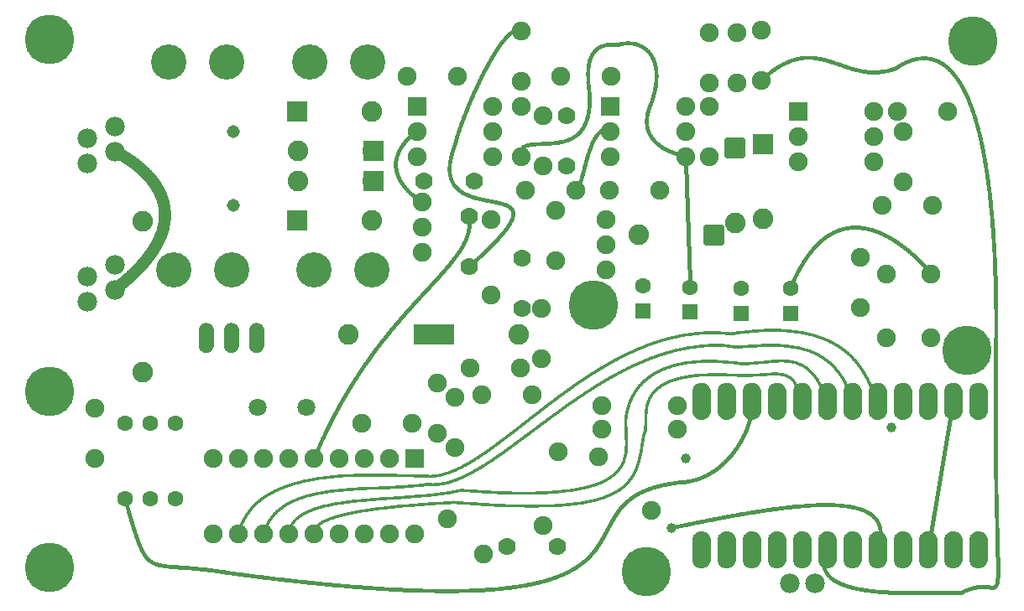
<source format=gtl>
G04 MADE WITH FRITZING*
G04 WWW.FRITZING.ORG*
G04 DOUBLE SIDED*
G04 HOLES PLATED*
G04 CONTOUR ON CENTER OF CONTOUR VECTOR*
%ASAXBY*%
%FSLAX23Y23*%
%MOIN*%
%OFA0B0*%
%SFA1.0B1.0*%
%ADD10C,0.075000*%
%ADD11C,0.039370*%
%ADD12C,0.060000*%
%ADD13C,0.078000*%
%ADD14C,0.063000*%
%ADD15C,0.082000*%
%ADD16C,0.051496*%
%ADD17C,0.140000*%
%ADD18C,0.070000*%
%ADD19C,0.062992*%
%ADD20C,0.070925*%
%ADD21C,0.070866*%
%ADD22C,0.074000*%
%ADD23C,0.196851*%
%ADD24R,0.075000X0.075000*%
%ADD25R,0.082000X0.082000*%
%ADD26R,0.062992X0.062992*%
%ADD27C,0.016000*%
%ADD28C,0.020000*%
%ADD29R,0.001000X0.001000*%
%LNCOPPER1*%
G90*
G70*
G54D10*
X1577Y578D03*
X1577Y278D03*
X1477Y578D03*
X1477Y278D03*
X1377Y578D03*
X1377Y278D03*
X1277Y578D03*
X1277Y278D03*
X1177Y578D03*
X1177Y278D03*
X1077Y578D03*
X1077Y278D03*
X977Y578D03*
X977Y278D03*
X877Y578D03*
X877Y278D03*
X777Y578D03*
X777Y278D03*
G54D11*
X2651Y578D03*
X2596Y302D03*
G54D12*
X748Y1058D03*
X848Y1058D03*
X948Y1058D03*
X748Y1058D03*
X848Y1058D03*
X948Y1058D03*
G54D13*
X274Y1854D03*
X274Y1754D03*
X384Y1901D03*
X384Y1801D03*
X274Y1302D03*
X274Y1202D03*
X384Y1350D03*
X384Y1250D03*
G54D14*
X425Y420D03*
X525Y420D03*
X625Y420D03*
X625Y720D03*
X525Y720D03*
X425Y720D03*
X425Y420D03*
X525Y420D03*
X625Y420D03*
X625Y720D03*
X525Y720D03*
X425Y720D03*
G54D15*
X494Y1524D03*
X494Y924D03*
G54D10*
X305Y778D03*
X305Y578D03*
X2746Y1779D03*
X2746Y1979D03*
X3514Y1681D03*
X3514Y1881D03*
X3491Y1960D03*
X3691Y1960D03*
X2746Y2074D03*
X2746Y2274D03*
X1998Y1779D03*
X1998Y1979D03*
X1998Y2079D03*
X1998Y2279D03*
X2856Y2074D03*
X2856Y2274D03*
X3432Y1586D03*
X3632Y1586D03*
X2951Y2082D03*
X2951Y2282D03*
X2136Y1366D03*
X2136Y1566D03*
X2014Y1645D03*
X2214Y1645D03*
X2085Y1744D03*
X2085Y1944D03*
X2355Y2098D03*
X2155Y2098D03*
X1745Y2098D03*
X1545Y2098D03*
G54D15*
X1410Y1802D03*
X1112Y1802D03*
X1109Y1527D03*
X1407Y1527D03*
X1410Y1684D03*
X1112Y1684D03*
X1109Y1960D03*
X1407Y1960D03*
G54D16*
X856Y1881D03*
X856Y1586D03*
X856Y1881D03*
X856Y1586D03*
X856Y1881D03*
X856Y1586D03*
G54D17*
X1407Y1330D03*
X1177Y1330D03*
X620Y1330D03*
X850Y1330D03*
X1407Y1330D03*
X1177Y1330D03*
X620Y1330D03*
X850Y1330D03*
X1388Y2157D03*
X1158Y2157D03*
X600Y2157D03*
X830Y2157D03*
X1388Y2157D03*
X1158Y2157D03*
X600Y2157D03*
X830Y2157D03*
G54D10*
X1604Y1599D03*
X1604Y1499D03*
X1604Y1399D03*
X2352Y1981D03*
X2652Y1981D03*
X2352Y1881D03*
X2652Y1881D03*
X2352Y1781D03*
X2652Y1781D03*
X3100Y1961D03*
X3400Y1961D03*
X3100Y1861D03*
X3400Y1861D03*
X3100Y1761D03*
X3400Y1761D03*
X1585Y1981D03*
X1885Y1981D03*
X1585Y1881D03*
X1885Y1881D03*
X1585Y1781D03*
X1885Y1781D03*
G54D18*
X1793Y1342D03*
X1793Y1542D03*
X2143Y231D03*
X1943Y231D03*
X2001Y1177D03*
X2001Y1377D03*
X1812Y1684D03*
X1612Y1684D03*
X2179Y1744D03*
X2179Y1944D03*
G54D10*
X1996Y940D03*
X1796Y940D03*
X1737Y622D03*
X1737Y822D03*
X1567Y719D03*
X1367Y719D03*
X1707Y341D03*
X1848Y200D03*
X2079Y1175D03*
X2079Y975D03*
X2043Y834D03*
X1843Y834D03*
X1880Y1531D03*
X1880Y1231D03*
X2349Y1645D03*
X2549Y1645D03*
X1666Y880D03*
X1666Y680D03*
G54D15*
X1611Y1074D03*
X1313Y1074D03*
X2959Y1830D03*
X2959Y1532D03*
X1692Y1074D03*
X1990Y1074D03*
G54D10*
X3449Y1058D03*
X3449Y1314D03*
X3626Y1058D03*
X3626Y1314D03*
X3344Y1381D03*
X3344Y1181D03*
G54D15*
X2762Y1468D03*
X2464Y1468D03*
X2848Y1814D03*
X2848Y1516D03*
G54D19*
X3100Y1960D03*
X3100Y1861D03*
G54D20*
X951Y783D03*
G54D21*
X1144Y783D03*
G54D22*
X3815Y806D03*
X3715Y806D03*
X3615Y806D03*
X3515Y806D03*
X3415Y806D03*
X3315Y806D03*
X3215Y806D03*
X3115Y806D03*
X3015Y806D03*
X2915Y806D03*
X2815Y806D03*
X2715Y806D03*
X2715Y215D03*
X2815Y215D03*
X2915Y215D03*
X3015Y215D03*
X3115Y215D03*
X3215Y215D03*
X3315Y215D03*
X3415Y215D03*
X3515Y215D03*
X3615Y215D03*
X3715Y215D03*
X3815Y215D03*
G54D10*
X2337Y1531D03*
X2337Y1431D03*
X2337Y1331D03*
G54D23*
X3768Y1011D03*
X2284Y1188D03*
X124Y846D03*
X124Y2247D03*
X124Y145D03*
X2494Y129D03*
X3793Y2239D03*
G54D19*
X2483Y1166D03*
X2483Y1265D03*
X2669Y1162D03*
X2669Y1261D03*
X3068Y1156D03*
X3068Y1255D03*
X2871Y1156D03*
X2871Y1255D03*
G54D10*
X2619Y790D03*
X2319Y790D03*
X2619Y696D03*
X2319Y696D03*
X2084Y313D03*
X2145Y607D03*
X2516Y373D03*
X2304Y585D03*
G54D13*
X3067Y82D03*
X3167Y82D03*
G54D11*
X3469Y704D03*
G54D24*
X1577Y578D03*
G54D25*
X1411Y1802D03*
X1108Y1527D03*
X1411Y1684D03*
X1108Y1960D03*
G54D24*
X2352Y1981D03*
X3100Y1961D03*
X1585Y1981D03*
G54D25*
X1612Y1074D03*
X2959Y1831D03*
X1691Y1074D03*
G54D26*
X3100Y1960D03*
X2483Y1166D03*
X2669Y1162D03*
X3068Y1156D03*
X2871Y1156D03*
G54D27*
X3710Y779D02*
X3619Y243D01*
D02*
X2653Y1758D02*
X2668Y1282D01*
G54D28*
X2732Y1437D02*
X2732Y1499D01*
X2794Y1499D01*
X2794Y1437D01*
X2732Y1437D01*
D02*
X2879Y1784D02*
X2817Y1784D01*
X2817Y1846D01*
X2879Y1846D01*
X2879Y1784D01*
D02*
G54D29*
X1980Y2289D02*
X1992Y2289D01*
X1975Y2288D02*
X1996Y2288D01*
X1972Y2287D02*
X1999Y2287D01*
X1970Y2286D02*
X2001Y2286D01*
X1967Y2285D02*
X2002Y2285D01*
X1965Y2284D02*
X2003Y2284D01*
X1963Y2283D02*
X2004Y2283D01*
X1962Y2282D02*
X2004Y2282D01*
X1960Y2281D02*
X2005Y2281D01*
X1958Y2280D02*
X2005Y2280D01*
X1957Y2279D02*
X2005Y2279D01*
X1956Y2278D02*
X2005Y2278D01*
X1954Y2277D02*
X2005Y2277D01*
X1953Y2276D02*
X2004Y2276D01*
X1952Y2275D02*
X2004Y2275D01*
X1950Y2274D02*
X1982Y2274D01*
X1988Y2274D02*
X2003Y2274D01*
X1949Y2273D02*
X1978Y2273D01*
X1992Y2273D02*
X2002Y2273D01*
X1948Y2272D02*
X1976Y2272D01*
X1994Y2272D02*
X2001Y2272D01*
X1947Y2271D02*
X1974Y2271D01*
X1946Y2270D02*
X1972Y2270D01*
X1945Y2269D02*
X1970Y2269D01*
X1944Y2268D02*
X1968Y2268D01*
X1943Y2267D02*
X1967Y2267D01*
X1942Y2266D02*
X1965Y2266D01*
X1941Y2265D02*
X1964Y2265D01*
X1940Y2264D02*
X1963Y2264D01*
X1939Y2263D02*
X1961Y2263D01*
X1938Y2262D02*
X1960Y2262D01*
X1937Y2261D02*
X1959Y2261D01*
X1936Y2260D02*
X1958Y2260D01*
X1935Y2259D02*
X1956Y2259D01*
X1934Y2258D02*
X1955Y2258D01*
X1933Y2257D02*
X1954Y2257D01*
X1932Y2256D02*
X1953Y2256D01*
X1931Y2255D02*
X1952Y2255D01*
X1930Y2254D02*
X1951Y2254D01*
X1929Y2253D02*
X1950Y2253D01*
X1928Y2252D02*
X1949Y2252D01*
X1928Y2251D02*
X1948Y2251D01*
X1927Y2250D02*
X1947Y2250D01*
X1926Y2249D02*
X1946Y2249D01*
X1925Y2248D02*
X1945Y2248D01*
X1924Y2247D02*
X1944Y2247D01*
X1923Y2246D02*
X1943Y2246D01*
X1923Y2245D02*
X1943Y2245D01*
X1922Y2244D02*
X1942Y2244D01*
X1921Y2243D02*
X1941Y2243D01*
X1920Y2242D02*
X1940Y2242D01*
X1919Y2241D02*
X1939Y2241D01*
X1919Y2240D02*
X1938Y2240D01*
X1918Y2239D02*
X1937Y2239D01*
X1917Y2238D02*
X1937Y2238D01*
X2417Y2238D02*
X2431Y2238D01*
X1916Y2237D02*
X1936Y2237D01*
X2406Y2237D02*
X2441Y2237D01*
X1916Y2236D02*
X1935Y2236D01*
X2399Y2236D02*
X2448Y2236D01*
X1915Y2235D02*
X1934Y2235D01*
X2394Y2235D02*
X2452Y2235D01*
X1914Y2234D02*
X1933Y2234D01*
X2390Y2234D02*
X2457Y2234D01*
X1913Y2233D02*
X1932Y2233D01*
X2355Y2233D02*
X2371Y2233D01*
X2386Y2233D02*
X2460Y2233D01*
X1913Y2232D02*
X1932Y2232D01*
X2344Y2232D02*
X2463Y2232D01*
X1912Y2231D02*
X1931Y2231D01*
X2337Y2231D02*
X2466Y2231D01*
X1911Y2230D02*
X1930Y2230D01*
X2332Y2230D02*
X2468Y2230D01*
X1910Y2229D02*
X1929Y2229D01*
X2328Y2229D02*
X2471Y2229D01*
X1910Y2228D02*
X1929Y2228D01*
X2325Y2228D02*
X2473Y2228D01*
X1909Y2227D02*
X1928Y2227D01*
X2322Y2227D02*
X2475Y2227D01*
X1908Y2226D02*
X1927Y2226D01*
X2319Y2226D02*
X2477Y2226D01*
X1908Y2225D02*
X1926Y2225D01*
X2316Y2225D02*
X2479Y2225D01*
X1907Y2224D02*
X1926Y2224D01*
X2314Y2224D02*
X2481Y2224D01*
X1906Y2223D02*
X1925Y2223D01*
X2312Y2223D02*
X2483Y2223D01*
X1905Y2222D02*
X1924Y2222D01*
X2310Y2222D02*
X2415Y2222D01*
X2433Y2222D02*
X2485Y2222D01*
X1905Y2221D02*
X1923Y2221D01*
X2307Y2221D02*
X2406Y2221D01*
X2442Y2221D02*
X2486Y2221D01*
X1904Y2220D02*
X1923Y2220D01*
X2306Y2220D02*
X2400Y2220D01*
X2447Y2220D02*
X2488Y2220D01*
X1903Y2219D02*
X1922Y2219D01*
X2304Y2219D02*
X2395Y2219D01*
X2452Y2219D02*
X2490Y2219D01*
X1903Y2218D02*
X1921Y2218D01*
X2302Y2218D02*
X2391Y2218D01*
X2455Y2218D02*
X2491Y2218D01*
X1902Y2217D02*
X1920Y2217D01*
X2301Y2217D02*
X2351Y2217D01*
X2371Y2217D02*
X2387Y2217D01*
X2459Y2217D02*
X2492Y2217D01*
X1901Y2216D02*
X1920Y2216D01*
X2299Y2216D02*
X2342Y2216D01*
X2462Y2216D02*
X2494Y2216D01*
X1901Y2215D02*
X1919Y2215D01*
X2298Y2215D02*
X2336Y2215D01*
X2464Y2215D02*
X2495Y2215D01*
X1900Y2214D02*
X1918Y2214D01*
X2297Y2214D02*
X2332Y2214D01*
X2467Y2214D02*
X2496Y2214D01*
X1899Y2213D02*
X1918Y2213D01*
X2295Y2213D02*
X2328Y2213D01*
X2469Y2213D02*
X2498Y2213D01*
X1899Y2212D02*
X1917Y2212D01*
X2294Y2212D02*
X2326Y2212D01*
X2471Y2212D02*
X2499Y2212D01*
X1898Y2211D02*
X1916Y2211D01*
X2293Y2211D02*
X2323Y2211D01*
X2473Y2211D02*
X2500Y2211D01*
X1897Y2210D02*
X1916Y2210D01*
X2292Y2210D02*
X2320Y2210D01*
X2475Y2210D02*
X2501Y2210D01*
X1897Y2209D02*
X1915Y2209D01*
X2291Y2209D02*
X2318Y2209D01*
X2477Y2209D02*
X2502Y2209D01*
X1896Y2208D02*
X1914Y2208D01*
X2290Y2208D02*
X2316Y2208D01*
X2478Y2208D02*
X2503Y2208D01*
X1895Y2207D02*
X1913Y2207D01*
X2289Y2207D02*
X2314Y2207D01*
X2480Y2207D02*
X2504Y2207D01*
X1895Y2206D02*
X1913Y2206D01*
X2288Y2206D02*
X2312Y2206D01*
X2482Y2206D02*
X2505Y2206D01*
X1894Y2205D02*
X1912Y2205D01*
X2287Y2205D02*
X2311Y2205D01*
X2483Y2205D02*
X2506Y2205D01*
X1893Y2204D02*
X1911Y2204D01*
X2286Y2204D02*
X2309Y2204D01*
X2484Y2204D02*
X2507Y2204D01*
X1893Y2203D02*
X1911Y2203D01*
X2285Y2203D02*
X2308Y2203D01*
X2486Y2203D02*
X2508Y2203D01*
X1892Y2202D02*
X1910Y2202D01*
X2284Y2202D02*
X2306Y2202D01*
X2487Y2202D02*
X2509Y2202D01*
X1891Y2201D02*
X1909Y2201D01*
X2283Y2201D02*
X2305Y2201D01*
X2488Y2201D02*
X2510Y2201D01*
X1891Y2200D02*
X1909Y2200D01*
X2282Y2200D02*
X2304Y2200D01*
X2490Y2200D02*
X2511Y2200D01*
X1890Y2199D02*
X1908Y2199D01*
X2282Y2199D02*
X2302Y2199D01*
X2491Y2199D02*
X2512Y2199D01*
X1889Y2198D02*
X1908Y2198D01*
X2281Y2198D02*
X2301Y2198D01*
X2492Y2198D02*
X2513Y2198D01*
X1889Y2197D02*
X1907Y2197D01*
X2280Y2197D02*
X2300Y2197D01*
X2493Y2197D02*
X2514Y2197D01*
X1888Y2196D02*
X1906Y2196D01*
X2279Y2196D02*
X2299Y2196D01*
X2494Y2196D02*
X2514Y2196D01*
X1888Y2195D02*
X1906Y2195D01*
X2279Y2195D02*
X2298Y2195D01*
X2495Y2195D02*
X2515Y2195D01*
X1887Y2194D02*
X1905Y2194D01*
X2278Y2194D02*
X2297Y2194D01*
X2496Y2194D02*
X2516Y2194D01*
X1886Y2193D02*
X1904Y2193D01*
X2277Y2193D02*
X2296Y2193D01*
X2497Y2193D02*
X2517Y2193D01*
X1886Y2192D02*
X1904Y2192D01*
X2277Y2192D02*
X2295Y2192D01*
X2498Y2192D02*
X2518Y2192D01*
X1885Y2191D02*
X1903Y2191D01*
X2276Y2191D02*
X2295Y2191D01*
X2499Y2191D02*
X2518Y2191D01*
X1885Y2190D02*
X1902Y2190D01*
X2275Y2190D02*
X2294Y2190D01*
X2500Y2190D02*
X2519Y2190D01*
X1884Y2189D02*
X1902Y2189D01*
X2275Y2189D02*
X2293Y2189D01*
X2501Y2189D02*
X2520Y2189D01*
X1883Y2188D02*
X1901Y2188D01*
X2274Y2188D02*
X2292Y2188D01*
X2501Y2188D02*
X2520Y2188D01*
X1883Y2187D02*
X1900Y2187D01*
X2274Y2187D02*
X2291Y2187D01*
X2502Y2187D02*
X2521Y2187D01*
X1882Y2186D02*
X1900Y2186D01*
X2273Y2186D02*
X2291Y2186D01*
X2503Y2186D02*
X2522Y2186D01*
X1881Y2185D02*
X1899Y2185D01*
X2273Y2185D02*
X2290Y2185D01*
X2504Y2185D02*
X2522Y2185D01*
X1881Y2184D02*
X1899Y2184D01*
X2272Y2184D02*
X2289Y2184D01*
X2505Y2184D02*
X2523Y2184D01*
X1880Y2183D02*
X1898Y2183D01*
X2272Y2183D02*
X2289Y2183D01*
X2505Y2183D02*
X2523Y2183D01*
X1880Y2182D02*
X1897Y2182D01*
X2271Y2182D02*
X2288Y2182D01*
X2506Y2182D02*
X2524Y2182D01*
X1879Y2181D02*
X1897Y2181D01*
X2271Y2181D02*
X2288Y2181D01*
X2507Y2181D02*
X2524Y2181D01*
X1878Y2180D02*
X1896Y2180D01*
X2270Y2180D02*
X2287Y2180D01*
X2507Y2180D02*
X2525Y2180D01*
X3124Y2180D02*
X3156Y2180D01*
X1878Y2179D02*
X1896Y2179D01*
X2270Y2179D02*
X2286Y2179D01*
X2508Y2179D02*
X2526Y2179D01*
X3114Y2179D02*
X3167Y2179D01*
X1877Y2178D02*
X1895Y2178D01*
X2269Y2178D02*
X2286Y2178D01*
X2509Y2178D02*
X2526Y2178D01*
X3107Y2178D02*
X3174Y2178D01*
X3585Y2178D02*
X3611Y2178D01*
X1877Y2177D02*
X1894Y2177D01*
X2269Y2177D02*
X2285Y2177D01*
X2509Y2177D02*
X2527Y2177D01*
X3101Y2177D02*
X3180Y2177D01*
X3576Y2177D02*
X3619Y2177D01*
X1876Y2176D02*
X1894Y2176D01*
X2268Y2176D02*
X2285Y2176D01*
X2510Y2176D02*
X2527Y2176D01*
X3097Y2176D02*
X3185Y2176D01*
X3570Y2176D02*
X3624Y2176D01*
X1876Y2175D02*
X1893Y2175D01*
X2268Y2175D02*
X2284Y2175D01*
X2511Y2175D02*
X2528Y2175D01*
X3092Y2175D02*
X3190Y2175D01*
X3565Y2175D02*
X3629Y2175D01*
X1875Y2174D02*
X1893Y2174D01*
X2268Y2174D02*
X2284Y2174D01*
X2511Y2174D02*
X2528Y2174D01*
X3088Y2174D02*
X3195Y2174D01*
X3561Y2174D02*
X3633Y2174D01*
X1874Y2173D02*
X1892Y2173D01*
X2267Y2173D02*
X2283Y2173D01*
X2512Y2173D02*
X2529Y2173D01*
X3084Y2173D02*
X3199Y2173D01*
X3557Y2173D02*
X3637Y2173D01*
X1874Y2172D02*
X1891Y2172D01*
X2267Y2172D02*
X2283Y2172D01*
X2512Y2172D02*
X2529Y2172D01*
X3081Y2172D02*
X3203Y2172D01*
X3554Y2172D02*
X3640Y2172D01*
X1873Y2171D02*
X1891Y2171D01*
X2266Y2171D02*
X2283Y2171D01*
X2513Y2171D02*
X2530Y2171D01*
X3078Y2171D02*
X3207Y2171D01*
X3550Y2171D02*
X3643Y2171D01*
X1873Y2170D02*
X1890Y2170D01*
X2266Y2170D02*
X2282Y2170D01*
X2513Y2170D02*
X2530Y2170D01*
X3075Y2170D02*
X3211Y2170D01*
X3547Y2170D02*
X3646Y2170D01*
X1872Y2169D02*
X1890Y2169D01*
X2266Y2169D02*
X2282Y2169D01*
X2514Y2169D02*
X2531Y2169D01*
X3072Y2169D02*
X3215Y2169D01*
X3544Y2169D02*
X3649Y2169D01*
X1872Y2168D02*
X1889Y2168D01*
X2265Y2168D02*
X2281Y2168D01*
X2514Y2168D02*
X2531Y2168D01*
X3069Y2168D02*
X3218Y2168D01*
X3541Y2168D02*
X3651Y2168D01*
X1871Y2167D02*
X1888Y2167D01*
X2265Y2167D02*
X2281Y2167D01*
X2515Y2167D02*
X2531Y2167D01*
X3066Y2167D02*
X3221Y2167D01*
X3539Y2167D02*
X3653Y2167D01*
X1870Y2166D02*
X1888Y2166D01*
X2265Y2166D02*
X2281Y2166D01*
X2515Y2166D02*
X2532Y2166D01*
X3063Y2166D02*
X3225Y2166D01*
X3536Y2166D02*
X3656Y2166D01*
X1870Y2165D02*
X1887Y2165D01*
X2265Y2165D02*
X2280Y2165D01*
X2516Y2165D02*
X2532Y2165D01*
X3061Y2165D02*
X3228Y2165D01*
X3534Y2165D02*
X3658Y2165D01*
X1869Y2164D02*
X1887Y2164D01*
X2264Y2164D02*
X2280Y2164D01*
X2516Y2164D02*
X2533Y2164D01*
X3058Y2164D02*
X3123Y2164D01*
X3158Y2164D02*
X3231Y2164D01*
X3531Y2164D02*
X3660Y2164D01*
X1869Y2163D02*
X1886Y2163D01*
X2264Y2163D02*
X2280Y2163D01*
X2517Y2163D02*
X2533Y2163D01*
X3056Y2163D02*
X3114Y2163D01*
X3167Y2163D02*
X3234Y2163D01*
X3529Y2163D02*
X3662Y2163D01*
X1868Y2162D02*
X1886Y2162D01*
X2264Y2162D02*
X2279Y2162D01*
X2517Y2162D02*
X2533Y2162D01*
X3054Y2162D02*
X3108Y2162D01*
X3174Y2162D02*
X3237Y2162D01*
X3527Y2162D02*
X3584Y2162D01*
X3612Y2162D02*
X3664Y2162D01*
X1868Y2161D02*
X1885Y2161D01*
X2263Y2161D02*
X2279Y2161D01*
X2518Y2161D02*
X2534Y2161D01*
X3051Y2161D02*
X3102Y2161D01*
X3180Y2161D02*
X3240Y2161D01*
X3524Y2161D02*
X3576Y2161D01*
X3619Y2161D02*
X3666Y2161D01*
X1867Y2160D02*
X1884Y2160D01*
X2263Y2160D02*
X2279Y2160D01*
X2518Y2160D02*
X2534Y2160D01*
X3049Y2160D02*
X3097Y2160D01*
X3185Y2160D02*
X3243Y2160D01*
X3522Y2160D02*
X3571Y2160D01*
X3624Y2160D02*
X3667Y2160D01*
X1866Y2159D02*
X1884Y2159D01*
X2263Y2159D02*
X2278Y2159D01*
X2518Y2159D02*
X2534Y2159D01*
X3047Y2159D02*
X3093Y2159D01*
X3190Y2159D02*
X3246Y2159D01*
X3520Y2159D02*
X3566Y2159D01*
X3629Y2159D02*
X3669Y2159D01*
X1866Y2158D02*
X1883Y2158D01*
X2263Y2158D02*
X2278Y2158D01*
X2519Y2158D02*
X2535Y2158D01*
X3045Y2158D02*
X3089Y2158D01*
X3195Y2158D02*
X3249Y2158D01*
X3518Y2158D02*
X3562Y2158D01*
X3632Y2158D02*
X3671Y2158D01*
X1865Y2157D02*
X1883Y2157D01*
X2262Y2157D02*
X2278Y2157D01*
X2519Y2157D02*
X2535Y2157D01*
X3043Y2157D02*
X3086Y2157D01*
X3198Y2157D02*
X3252Y2157D01*
X3516Y2157D02*
X3558Y2157D01*
X3636Y2157D02*
X3672Y2157D01*
X1865Y2156D02*
X1882Y2156D01*
X2262Y2156D02*
X2278Y2156D01*
X2520Y2156D02*
X2535Y2156D01*
X3041Y2156D02*
X3082Y2156D01*
X3202Y2156D02*
X3255Y2156D01*
X3514Y2156D02*
X3555Y2156D01*
X3639Y2156D02*
X3674Y2156D01*
X1864Y2155D02*
X1881Y2155D01*
X2262Y2155D02*
X2277Y2155D01*
X2520Y2155D02*
X2536Y2155D01*
X3039Y2155D02*
X3079Y2155D01*
X3206Y2155D02*
X3258Y2155D01*
X3512Y2155D02*
X3551Y2155D01*
X3641Y2155D02*
X3676Y2155D01*
X1864Y2154D02*
X1881Y2154D01*
X2262Y2154D02*
X2277Y2154D01*
X2520Y2154D02*
X2536Y2154D01*
X3037Y2154D02*
X3076Y2154D01*
X3210Y2154D02*
X3261Y2154D01*
X3510Y2154D02*
X3548Y2154D01*
X3644Y2154D02*
X3677Y2154D01*
X1863Y2153D02*
X1880Y2153D01*
X2261Y2153D02*
X2277Y2153D01*
X2521Y2153D02*
X2536Y2153D01*
X3035Y2153D02*
X3073Y2153D01*
X3213Y2153D02*
X3264Y2153D01*
X3509Y2153D02*
X3546Y2153D01*
X3646Y2153D02*
X3679Y2153D01*
X1863Y2152D02*
X1880Y2152D01*
X2261Y2152D02*
X2277Y2152D01*
X2521Y2152D02*
X2537Y2152D01*
X3033Y2152D02*
X3070Y2152D01*
X3217Y2152D02*
X3267Y2152D01*
X3507Y2152D02*
X3543Y2152D01*
X3649Y2152D02*
X3680Y2152D01*
X1862Y2151D02*
X1879Y2151D01*
X2261Y2151D02*
X2276Y2151D01*
X2521Y2151D02*
X2537Y2151D01*
X3031Y2151D02*
X3068Y2151D01*
X3220Y2151D02*
X3270Y2151D01*
X3505Y2151D02*
X3540Y2151D01*
X3651Y2151D02*
X3681Y2151D01*
X1861Y2150D02*
X1879Y2150D01*
X2261Y2150D02*
X2276Y2150D01*
X2522Y2150D02*
X2537Y2150D01*
X3029Y2150D02*
X3065Y2150D01*
X3223Y2150D02*
X3272Y2150D01*
X3503Y2150D02*
X3538Y2150D01*
X3653Y2150D02*
X3683Y2150D01*
X1861Y2149D02*
X1878Y2149D01*
X2261Y2149D02*
X2276Y2149D01*
X2522Y2149D02*
X2538Y2149D01*
X3027Y2149D02*
X3063Y2149D01*
X3226Y2149D02*
X3275Y2149D01*
X3501Y2149D02*
X3535Y2149D01*
X3655Y2149D02*
X3684Y2149D01*
X1860Y2148D02*
X1878Y2148D01*
X2260Y2148D02*
X2276Y2148D01*
X2522Y2148D02*
X2538Y2148D01*
X3026Y2148D02*
X3060Y2148D01*
X3230Y2148D02*
X3278Y2148D01*
X3500Y2148D02*
X3533Y2148D01*
X3657Y2148D02*
X3686Y2148D01*
X1860Y2147D02*
X1877Y2147D01*
X2260Y2147D02*
X2276Y2147D01*
X2523Y2147D02*
X2538Y2147D01*
X3024Y2147D02*
X3058Y2147D01*
X3233Y2147D02*
X3281Y2147D01*
X3498Y2147D02*
X3531Y2147D01*
X3659Y2147D02*
X3687Y2147D01*
X1859Y2146D02*
X1876Y2146D01*
X2260Y2146D02*
X2275Y2146D01*
X2523Y2146D02*
X2538Y2146D01*
X3022Y2146D02*
X3056Y2146D01*
X3236Y2146D02*
X3284Y2146D01*
X3496Y2146D02*
X3529Y2146D01*
X3661Y2146D02*
X3688Y2146D01*
X1859Y2145D02*
X1876Y2145D01*
X2260Y2145D02*
X2275Y2145D01*
X2523Y2145D02*
X2539Y2145D01*
X3021Y2145D02*
X3053Y2145D01*
X3239Y2145D02*
X3287Y2145D01*
X3495Y2145D02*
X3527Y2145D01*
X3662Y2145D02*
X3689Y2145D01*
X1858Y2144D02*
X1875Y2144D01*
X2260Y2144D02*
X2275Y2144D01*
X2523Y2144D02*
X2539Y2144D01*
X3019Y2144D02*
X3051Y2144D01*
X3242Y2144D02*
X3290Y2144D01*
X3493Y2144D02*
X3525Y2144D01*
X3664Y2144D02*
X3691Y2144D01*
X1858Y2143D02*
X1875Y2143D01*
X2260Y2143D02*
X2275Y2143D01*
X2524Y2143D02*
X2539Y2143D01*
X3017Y2143D02*
X3049Y2143D01*
X3245Y2143D02*
X3293Y2143D01*
X3492Y2143D02*
X3523Y2143D01*
X3666Y2143D02*
X3692Y2143D01*
X1857Y2142D02*
X1874Y2142D01*
X2260Y2142D02*
X2275Y2142D01*
X2524Y2142D02*
X2539Y2142D01*
X3016Y2142D02*
X3047Y2142D01*
X3248Y2142D02*
X3296Y2142D01*
X3490Y2142D02*
X3521Y2142D01*
X3667Y2142D02*
X3693Y2142D01*
X1856Y2141D02*
X1874Y2141D01*
X2259Y2141D02*
X2275Y2141D01*
X2524Y2141D02*
X2539Y2141D01*
X3014Y2141D02*
X3045Y2141D01*
X3251Y2141D02*
X3299Y2141D01*
X3488Y2141D02*
X3519Y2141D01*
X3669Y2141D02*
X3694Y2141D01*
X1856Y2140D02*
X1873Y2140D01*
X2259Y2140D02*
X2274Y2140D01*
X2524Y2140D02*
X2540Y2140D01*
X3012Y2140D02*
X3043Y2140D01*
X3253Y2140D02*
X3302Y2140D01*
X3487Y2140D02*
X3517Y2140D01*
X3670Y2140D02*
X3696Y2140D01*
X1855Y2139D02*
X1873Y2139D01*
X2259Y2139D02*
X2274Y2139D01*
X2525Y2139D02*
X2540Y2139D01*
X3011Y2139D02*
X3041Y2139D01*
X3256Y2139D02*
X3305Y2139D01*
X3485Y2139D02*
X3515Y2139D01*
X3672Y2139D02*
X3697Y2139D01*
X1855Y2138D02*
X1872Y2138D01*
X2259Y2138D02*
X2274Y2138D01*
X2525Y2138D02*
X2540Y2138D01*
X3009Y2138D02*
X3039Y2138D01*
X3259Y2138D02*
X3309Y2138D01*
X3484Y2138D02*
X3513Y2138D01*
X3673Y2138D02*
X3698Y2138D01*
X1854Y2137D02*
X1871Y2137D01*
X2259Y2137D02*
X2274Y2137D01*
X2525Y2137D02*
X2540Y2137D01*
X3008Y2137D02*
X3038Y2137D01*
X3262Y2137D02*
X3312Y2137D01*
X3482Y2137D02*
X3512Y2137D01*
X3675Y2137D02*
X3699Y2137D01*
X1854Y2136D02*
X1871Y2136D01*
X2259Y2136D02*
X2274Y2136D01*
X2525Y2136D02*
X2541Y2136D01*
X3006Y2136D02*
X3036Y2136D01*
X3265Y2136D02*
X3315Y2136D01*
X3480Y2136D02*
X3510Y2136D01*
X3676Y2136D02*
X3700Y2136D01*
X1853Y2135D02*
X1870Y2135D01*
X2259Y2135D02*
X2274Y2135D01*
X2525Y2135D02*
X2541Y2135D01*
X3005Y2135D02*
X3034Y2135D01*
X3268Y2135D02*
X3319Y2135D01*
X3477Y2135D02*
X3508Y2135D01*
X3677Y2135D02*
X3701Y2135D01*
X1853Y2134D02*
X1870Y2134D01*
X2259Y2134D02*
X2274Y2134D01*
X2526Y2134D02*
X2541Y2134D01*
X3003Y2134D02*
X3032Y2134D01*
X3271Y2134D02*
X3322Y2134D01*
X3474Y2134D02*
X3506Y2134D01*
X3679Y2134D02*
X3702Y2134D01*
X1852Y2133D02*
X1869Y2133D01*
X2258Y2133D02*
X2274Y2133D01*
X2526Y2133D02*
X2541Y2133D01*
X3002Y2133D02*
X3030Y2133D01*
X3274Y2133D02*
X3326Y2133D01*
X3471Y2133D02*
X3505Y2133D01*
X3680Y2133D02*
X3703Y2133D01*
X1852Y2132D02*
X1869Y2132D01*
X2258Y2132D02*
X2273Y2132D01*
X2526Y2132D02*
X2541Y2132D01*
X3000Y2132D02*
X3029Y2132D01*
X3276Y2132D02*
X3330Y2132D01*
X3467Y2132D02*
X3503Y2132D01*
X3681Y2132D02*
X3704Y2132D01*
X1851Y2131D02*
X1868Y2131D01*
X2258Y2131D02*
X2273Y2131D01*
X2526Y2131D02*
X2541Y2131D01*
X2999Y2131D02*
X3027Y2131D01*
X3279Y2131D02*
X3334Y2131D01*
X3464Y2131D02*
X3502Y2131D01*
X3683Y2131D02*
X3705Y2131D01*
X1851Y2130D02*
X1868Y2130D01*
X2258Y2130D02*
X2273Y2130D01*
X2526Y2130D02*
X2541Y2130D01*
X2997Y2130D02*
X3025Y2130D01*
X3282Y2130D02*
X3338Y2130D01*
X3460Y2130D02*
X3500Y2130D01*
X3684Y2130D02*
X3706Y2130D01*
X1850Y2129D02*
X1867Y2129D01*
X2258Y2129D02*
X2273Y2129D01*
X2526Y2129D02*
X2542Y2129D01*
X2996Y2129D02*
X3024Y2129D01*
X3285Y2129D02*
X3343Y2129D01*
X3456Y2129D02*
X3498Y2129D01*
X3685Y2129D02*
X3707Y2129D01*
X1850Y2128D02*
X1867Y2128D01*
X2258Y2128D02*
X2273Y2128D01*
X2527Y2128D02*
X2542Y2128D01*
X2994Y2128D02*
X3022Y2128D01*
X3288Y2128D02*
X3348Y2128D01*
X3451Y2128D02*
X3497Y2128D01*
X3686Y2128D02*
X3708Y2128D01*
X1849Y2127D02*
X1866Y2127D01*
X2258Y2127D02*
X2273Y2127D01*
X2527Y2127D02*
X2542Y2127D01*
X2993Y2127D02*
X3020Y2127D01*
X3291Y2127D02*
X3353Y2127D01*
X3446Y2127D02*
X3495Y2127D01*
X3687Y2127D02*
X3709Y2127D01*
X1849Y2126D02*
X1866Y2126D01*
X2258Y2126D02*
X2273Y2126D01*
X2527Y2126D02*
X2542Y2126D01*
X2992Y2126D02*
X3019Y2126D01*
X3294Y2126D02*
X3359Y2126D01*
X3441Y2126D02*
X3494Y2126D01*
X3688Y2126D02*
X3710Y2126D01*
X1848Y2125D02*
X1865Y2125D01*
X2258Y2125D02*
X2273Y2125D01*
X2527Y2125D02*
X2542Y2125D01*
X2990Y2125D02*
X3017Y2125D01*
X3297Y2125D02*
X3365Y2125D01*
X3434Y2125D02*
X3492Y2125D01*
X3689Y2125D02*
X3711Y2125D01*
X1847Y2124D02*
X1865Y2124D01*
X2258Y2124D02*
X2273Y2124D01*
X2527Y2124D02*
X2542Y2124D01*
X2989Y2124D02*
X3016Y2124D01*
X3301Y2124D02*
X3373Y2124D01*
X3427Y2124D02*
X3491Y2124D01*
X3691Y2124D02*
X3712Y2124D01*
X1847Y2123D02*
X1864Y2123D01*
X2258Y2123D02*
X2273Y2123D01*
X2527Y2123D02*
X2542Y2123D01*
X2987Y2123D02*
X3014Y2123D01*
X3304Y2123D02*
X3385Y2123D01*
X3415Y2123D02*
X3489Y2123D01*
X3692Y2123D02*
X3713Y2123D01*
X1846Y2122D02*
X1864Y2122D01*
X2258Y2122D02*
X2273Y2122D01*
X2527Y2122D02*
X2543Y2122D01*
X2986Y2122D02*
X3013Y2122D01*
X3307Y2122D02*
X3488Y2122D01*
X3693Y2122D02*
X3714Y2122D01*
X1846Y2121D02*
X1863Y2121D01*
X2258Y2121D02*
X2273Y2121D01*
X2528Y2121D02*
X2543Y2121D01*
X2985Y2121D02*
X3011Y2121D01*
X3310Y2121D02*
X3485Y2121D01*
X3694Y2121D02*
X3715Y2121D01*
X1845Y2120D02*
X1862Y2120D01*
X2258Y2120D02*
X2273Y2120D01*
X2528Y2120D02*
X2543Y2120D01*
X2983Y2120D02*
X3010Y2120D01*
X3314Y2120D02*
X3482Y2120D01*
X3695Y2120D02*
X3716Y2120D01*
X1845Y2119D02*
X1862Y2119D01*
X2258Y2119D02*
X2273Y2119D01*
X2528Y2119D02*
X2543Y2119D01*
X2982Y2119D02*
X3008Y2119D01*
X3318Y2119D02*
X3479Y2119D01*
X3696Y2119D02*
X3717Y2119D01*
X1844Y2118D02*
X1861Y2118D01*
X2258Y2118D02*
X2273Y2118D01*
X2528Y2118D02*
X2543Y2118D01*
X2981Y2118D02*
X3007Y2118D01*
X3321Y2118D02*
X3475Y2118D01*
X3697Y2118D02*
X3718Y2118D01*
X1844Y2117D02*
X1861Y2117D01*
X2258Y2117D02*
X2273Y2117D01*
X2528Y2117D02*
X2543Y2117D01*
X2980Y2117D02*
X3005Y2117D01*
X3325Y2117D02*
X3472Y2117D01*
X3698Y2117D02*
X3719Y2117D01*
X1843Y2116D02*
X1860Y2116D01*
X2258Y2116D02*
X2272Y2116D01*
X2528Y2116D02*
X2543Y2116D01*
X2978Y2116D02*
X3004Y2116D01*
X3329Y2116D02*
X3468Y2116D01*
X3699Y2116D02*
X3719Y2116D01*
X1843Y2115D02*
X1860Y2115D01*
X2257Y2115D02*
X2272Y2115D01*
X2528Y2115D02*
X2543Y2115D01*
X2977Y2115D02*
X3003Y2115D01*
X3333Y2115D02*
X3464Y2115D01*
X3700Y2115D02*
X3720Y2115D01*
X1842Y2114D02*
X1859Y2114D01*
X2257Y2114D02*
X2272Y2114D01*
X2528Y2114D02*
X2543Y2114D01*
X2976Y2114D02*
X3001Y2114D01*
X3338Y2114D02*
X3460Y2114D01*
X3701Y2114D02*
X3721Y2114D01*
X1842Y2113D02*
X1859Y2113D01*
X2257Y2113D02*
X2272Y2113D01*
X2528Y2113D02*
X2543Y2113D01*
X2974Y2113D02*
X3000Y2113D01*
X3342Y2113D02*
X3456Y2113D01*
X3702Y2113D02*
X3722Y2113D01*
X1841Y2112D02*
X1858Y2112D01*
X2257Y2112D02*
X2272Y2112D01*
X2528Y2112D02*
X2543Y2112D01*
X2973Y2112D02*
X2998Y2112D01*
X3347Y2112D02*
X3451Y2112D01*
X3702Y2112D02*
X3723Y2112D01*
X1841Y2111D02*
X1858Y2111D01*
X2257Y2111D02*
X2272Y2111D01*
X2528Y2111D02*
X2543Y2111D01*
X2972Y2111D02*
X2997Y2111D01*
X3352Y2111D02*
X3446Y2111D01*
X3703Y2111D02*
X3723Y2111D01*
X1840Y2110D02*
X1857Y2110D01*
X2257Y2110D02*
X2272Y2110D01*
X2528Y2110D02*
X2543Y2110D01*
X2971Y2110D02*
X2996Y2110D01*
X3358Y2110D02*
X3440Y2110D01*
X3704Y2110D02*
X3724Y2110D01*
X1840Y2109D02*
X1857Y2109D01*
X2257Y2109D02*
X2272Y2109D01*
X2528Y2109D02*
X2543Y2109D01*
X2969Y2109D02*
X2994Y2109D01*
X3365Y2109D02*
X3434Y2109D01*
X3705Y2109D02*
X3725Y2109D01*
X1839Y2108D02*
X1856Y2108D01*
X2257Y2108D02*
X2272Y2108D01*
X2528Y2108D02*
X2543Y2108D01*
X2968Y2108D02*
X2993Y2108D01*
X3374Y2108D02*
X3425Y2108D01*
X3706Y2108D02*
X3726Y2108D01*
X1839Y2107D02*
X1856Y2107D01*
X2257Y2107D02*
X2272Y2107D01*
X2529Y2107D02*
X2544Y2107D01*
X2967Y2107D02*
X2992Y2107D01*
X3388Y2107D02*
X3412Y2107D01*
X3707Y2107D02*
X3727Y2107D01*
X1838Y2106D02*
X1855Y2106D01*
X2257Y2106D02*
X2272Y2106D01*
X2529Y2106D02*
X2544Y2106D01*
X2966Y2106D02*
X2990Y2106D01*
X3708Y2106D02*
X3728Y2106D01*
X1838Y2105D02*
X1855Y2105D01*
X2257Y2105D02*
X2272Y2105D01*
X2529Y2105D02*
X2544Y2105D01*
X2965Y2105D02*
X2989Y2105D01*
X3709Y2105D02*
X3728Y2105D01*
X1837Y2104D02*
X1854Y2104D01*
X2257Y2104D02*
X2272Y2104D01*
X2529Y2104D02*
X2544Y2104D01*
X2963Y2104D02*
X2988Y2104D01*
X3710Y2104D02*
X3729Y2104D01*
X1837Y2103D02*
X1854Y2103D01*
X2257Y2103D02*
X2272Y2103D01*
X2529Y2103D02*
X2544Y2103D01*
X2962Y2103D02*
X2986Y2103D01*
X3710Y2103D02*
X3730Y2103D01*
X1836Y2102D02*
X1853Y2102D01*
X2257Y2102D02*
X2272Y2102D01*
X2529Y2102D02*
X2544Y2102D01*
X2961Y2102D02*
X2985Y2102D01*
X3711Y2102D02*
X3730Y2102D01*
X1836Y2101D02*
X1853Y2101D01*
X2257Y2101D02*
X2272Y2101D01*
X2529Y2101D02*
X2544Y2101D01*
X2960Y2101D02*
X2984Y2101D01*
X3712Y2101D02*
X3731Y2101D01*
X1835Y2100D02*
X1852Y2100D01*
X2257Y2100D02*
X2273Y2100D01*
X2529Y2100D02*
X2544Y2100D01*
X2959Y2100D02*
X2983Y2100D01*
X3713Y2100D02*
X3732Y2100D01*
X1835Y2099D02*
X1852Y2099D01*
X2258Y2099D02*
X2273Y2099D01*
X2529Y2099D02*
X2544Y2099D01*
X2958Y2099D02*
X2982Y2099D01*
X3714Y2099D02*
X3733Y2099D01*
X1834Y2098D02*
X1851Y2098D01*
X2258Y2098D02*
X2273Y2098D01*
X2529Y2098D02*
X2544Y2098D01*
X2956Y2098D02*
X2980Y2098D01*
X3714Y2098D02*
X3733Y2098D01*
X1834Y2097D02*
X1851Y2097D01*
X2258Y2097D02*
X2273Y2097D01*
X2529Y2097D02*
X2544Y2097D01*
X2955Y2097D02*
X2979Y2097D01*
X3715Y2097D02*
X3734Y2097D01*
X1833Y2096D02*
X1850Y2096D01*
X2258Y2096D02*
X2273Y2096D01*
X2529Y2096D02*
X2544Y2096D01*
X2954Y2096D02*
X2978Y2096D01*
X3716Y2096D02*
X3735Y2096D01*
X1833Y2095D02*
X1850Y2095D01*
X2258Y2095D02*
X2273Y2095D01*
X2529Y2095D02*
X2544Y2095D01*
X2953Y2095D02*
X2977Y2095D01*
X3717Y2095D02*
X3736Y2095D01*
X1832Y2094D02*
X1849Y2094D01*
X2258Y2094D02*
X2273Y2094D01*
X2529Y2094D02*
X2544Y2094D01*
X2952Y2094D02*
X2975Y2094D01*
X3718Y2094D02*
X3736Y2094D01*
X1832Y2093D02*
X1849Y2093D01*
X2258Y2093D02*
X2273Y2093D01*
X2529Y2093D02*
X2544Y2093D01*
X2951Y2093D02*
X2974Y2093D01*
X3718Y2093D02*
X3737Y2093D01*
X1831Y2092D02*
X1848Y2092D01*
X2258Y2092D02*
X2273Y2092D01*
X2529Y2092D02*
X2543Y2092D01*
X2950Y2092D02*
X2973Y2092D01*
X3719Y2092D02*
X3738Y2092D01*
X1831Y2091D02*
X1848Y2091D01*
X2258Y2091D02*
X2273Y2091D01*
X2528Y2091D02*
X2543Y2091D01*
X2949Y2091D02*
X2972Y2091D01*
X3720Y2091D02*
X3738Y2091D01*
X1830Y2090D02*
X1847Y2090D01*
X2258Y2090D02*
X2273Y2090D01*
X2528Y2090D02*
X2543Y2090D01*
X2947Y2090D02*
X2971Y2090D01*
X3720Y2090D02*
X3739Y2090D01*
X1830Y2089D02*
X1847Y2089D01*
X2258Y2089D02*
X2273Y2089D01*
X2528Y2089D02*
X2543Y2089D01*
X2946Y2089D02*
X2969Y2089D01*
X3721Y2089D02*
X3740Y2089D01*
X1829Y2088D02*
X1846Y2088D01*
X2258Y2088D02*
X2273Y2088D01*
X2528Y2088D02*
X2543Y2088D01*
X2945Y2088D02*
X2968Y2088D01*
X3722Y2088D02*
X3740Y2088D01*
X1829Y2087D02*
X1846Y2087D01*
X2258Y2087D02*
X2273Y2087D01*
X2528Y2087D02*
X2543Y2087D01*
X2944Y2087D02*
X2967Y2087D01*
X3723Y2087D02*
X3741Y2087D01*
X1828Y2086D02*
X1845Y2086D01*
X2258Y2086D02*
X2273Y2086D01*
X2528Y2086D02*
X2543Y2086D01*
X2944Y2086D02*
X2966Y2086D01*
X3723Y2086D02*
X3742Y2086D01*
X1828Y2085D02*
X1845Y2085D01*
X2258Y2085D02*
X2273Y2085D01*
X2528Y2085D02*
X2543Y2085D01*
X2943Y2085D02*
X2965Y2085D01*
X3724Y2085D02*
X3742Y2085D01*
X1827Y2084D02*
X1844Y2084D01*
X2258Y2084D02*
X2273Y2084D01*
X2528Y2084D02*
X2543Y2084D01*
X2943Y2084D02*
X2964Y2084D01*
X3725Y2084D02*
X3743Y2084D01*
X1827Y2083D02*
X1844Y2083D01*
X2258Y2083D02*
X2273Y2083D01*
X2528Y2083D02*
X2543Y2083D01*
X2943Y2083D02*
X2963Y2083D01*
X3725Y2083D02*
X3744Y2083D01*
X1827Y2082D02*
X1843Y2082D01*
X2258Y2082D02*
X2273Y2082D01*
X2528Y2082D02*
X2543Y2082D01*
X2943Y2082D02*
X2961Y2082D01*
X3726Y2082D02*
X3744Y2082D01*
X1826Y2081D02*
X1843Y2081D01*
X2258Y2081D02*
X2273Y2081D01*
X2528Y2081D02*
X2543Y2081D01*
X2943Y2081D02*
X2960Y2081D01*
X3727Y2081D02*
X3745Y2081D01*
X1826Y2080D02*
X1842Y2080D01*
X2258Y2080D02*
X2273Y2080D01*
X2528Y2080D02*
X2543Y2080D01*
X2943Y2080D02*
X2959Y2080D01*
X3728Y2080D02*
X3746Y2080D01*
X1825Y2079D02*
X1842Y2079D01*
X2258Y2079D02*
X2273Y2079D01*
X2528Y2079D02*
X2543Y2079D01*
X2943Y2079D02*
X2958Y2079D01*
X3728Y2079D02*
X3746Y2079D01*
X1825Y2078D02*
X1841Y2078D01*
X2258Y2078D02*
X2273Y2078D01*
X2528Y2078D02*
X2543Y2078D01*
X2944Y2078D02*
X2957Y2078D01*
X3729Y2078D02*
X3747Y2078D01*
X1824Y2077D02*
X1841Y2077D01*
X2258Y2077D02*
X2273Y2077D01*
X2528Y2077D02*
X2543Y2077D01*
X2945Y2077D02*
X2956Y2077D01*
X3730Y2077D02*
X3747Y2077D01*
X1824Y2076D02*
X1840Y2076D01*
X2257Y2076D02*
X2273Y2076D01*
X2527Y2076D02*
X2542Y2076D01*
X2946Y2076D02*
X2955Y2076D01*
X3730Y2076D02*
X3748Y2076D01*
X1823Y2075D02*
X1840Y2075D01*
X2257Y2075D02*
X2273Y2075D01*
X2527Y2075D02*
X2542Y2075D01*
X2947Y2075D02*
X2953Y2075D01*
X3731Y2075D02*
X3749Y2075D01*
X1823Y2074D02*
X1839Y2074D01*
X2257Y2074D02*
X2272Y2074D01*
X2527Y2074D02*
X2542Y2074D01*
X3732Y2074D02*
X3749Y2074D01*
X1822Y2073D02*
X1839Y2073D01*
X2257Y2073D02*
X2273Y2073D01*
X2527Y2073D02*
X2542Y2073D01*
X3732Y2073D02*
X3750Y2073D01*
X1822Y2072D02*
X1838Y2072D01*
X2258Y2072D02*
X2273Y2072D01*
X2527Y2072D02*
X2542Y2072D01*
X3733Y2072D02*
X3751Y2072D01*
X1821Y2071D02*
X1838Y2071D01*
X2258Y2071D02*
X2273Y2071D01*
X2527Y2071D02*
X2542Y2071D01*
X3733Y2071D02*
X3751Y2071D01*
X1821Y2070D02*
X1838Y2070D01*
X2258Y2070D02*
X2273Y2070D01*
X2527Y2070D02*
X2542Y2070D01*
X3734Y2070D02*
X3752Y2070D01*
X1820Y2069D02*
X1837Y2069D01*
X2258Y2069D02*
X2273Y2069D01*
X2527Y2069D02*
X2542Y2069D01*
X3735Y2069D02*
X3752Y2069D01*
X1820Y2068D02*
X1837Y2068D01*
X2258Y2068D02*
X2273Y2068D01*
X2527Y2068D02*
X2542Y2068D01*
X3735Y2068D02*
X3753Y2068D01*
X1819Y2067D02*
X1836Y2067D01*
X2258Y2067D02*
X2273Y2067D01*
X2526Y2067D02*
X2541Y2067D01*
X3736Y2067D02*
X3753Y2067D01*
X1819Y2066D02*
X1836Y2066D01*
X2258Y2066D02*
X2273Y2066D01*
X2526Y2066D02*
X2541Y2066D01*
X3736Y2066D02*
X3754Y2066D01*
X1818Y2065D02*
X1835Y2065D01*
X2258Y2065D02*
X2274Y2065D01*
X2526Y2065D02*
X2541Y2065D01*
X3737Y2065D02*
X3755Y2065D01*
X1818Y2064D02*
X1835Y2064D01*
X2259Y2064D02*
X2274Y2064D01*
X2526Y2064D02*
X2541Y2064D01*
X3738Y2064D02*
X3755Y2064D01*
X1817Y2063D02*
X1834Y2063D01*
X2259Y2063D02*
X2274Y2063D01*
X2526Y2063D02*
X2541Y2063D01*
X3738Y2063D02*
X3756Y2063D01*
X1817Y2062D02*
X1834Y2062D01*
X2259Y2062D02*
X2274Y2062D01*
X2526Y2062D02*
X2541Y2062D01*
X3739Y2062D02*
X3756Y2062D01*
X1817Y2061D02*
X1833Y2061D01*
X2259Y2061D02*
X2274Y2061D01*
X2526Y2061D02*
X2541Y2061D01*
X3740Y2061D02*
X3757Y2061D01*
X1816Y2060D02*
X1833Y2060D01*
X2259Y2060D02*
X2274Y2060D01*
X2525Y2060D02*
X2540Y2060D01*
X3740Y2060D02*
X3757Y2060D01*
X1816Y2059D02*
X1832Y2059D01*
X2259Y2059D02*
X2274Y2059D01*
X2525Y2059D02*
X2540Y2059D01*
X3741Y2059D02*
X3758Y2059D01*
X1815Y2058D02*
X1832Y2058D01*
X2259Y2058D02*
X2274Y2058D01*
X2525Y2058D02*
X2540Y2058D01*
X3741Y2058D02*
X3759Y2058D01*
X1815Y2057D02*
X1831Y2057D01*
X2259Y2057D02*
X2275Y2057D01*
X2525Y2057D02*
X2540Y2057D01*
X3742Y2057D02*
X3759Y2057D01*
X1814Y2056D02*
X1831Y2056D01*
X2260Y2056D02*
X2275Y2056D01*
X2525Y2056D02*
X2540Y2056D01*
X3742Y2056D02*
X3760Y2056D01*
X1814Y2055D02*
X1830Y2055D01*
X2260Y2055D02*
X2275Y2055D01*
X2525Y2055D02*
X2540Y2055D01*
X3743Y2055D02*
X3760Y2055D01*
X1813Y2054D02*
X1830Y2054D01*
X2260Y2054D02*
X2275Y2054D01*
X2524Y2054D02*
X2540Y2054D01*
X3743Y2054D02*
X3761Y2054D01*
X1813Y2053D02*
X1829Y2053D01*
X2260Y2053D02*
X2275Y2053D01*
X2524Y2053D02*
X2539Y2053D01*
X3744Y2053D02*
X3761Y2053D01*
X1812Y2052D02*
X1829Y2052D01*
X2260Y2052D02*
X2275Y2052D01*
X2524Y2052D02*
X2539Y2052D01*
X3745Y2052D02*
X3762Y2052D01*
X1812Y2051D02*
X1829Y2051D01*
X2260Y2051D02*
X2275Y2051D01*
X2524Y2051D02*
X2539Y2051D01*
X3745Y2051D02*
X3762Y2051D01*
X1811Y2050D02*
X1828Y2050D01*
X2260Y2050D02*
X2275Y2050D01*
X2524Y2050D02*
X2539Y2050D01*
X3746Y2050D02*
X3763Y2050D01*
X1811Y2049D02*
X1828Y2049D01*
X2260Y2049D02*
X2275Y2049D01*
X2523Y2049D02*
X2539Y2049D01*
X3746Y2049D02*
X3763Y2049D01*
X1811Y2048D02*
X1827Y2048D01*
X2260Y2048D02*
X2275Y2048D01*
X2523Y2048D02*
X2538Y2048D01*
X3747Y2048D02*
X3764Y2048D01*
X1810Y2047D02*
X1827Y2047D01*
X2260Y2047D02*
X2276Y2047D01*
X2523Y2047D02*
X2538Y2047D01*
X3747Y2047D02*
X3764Y2047D01*
X1810Y2046D02*
X1826Y2046D01*
X2261Y2046D02*
X2276Y2046D01*
X2523Y2046D02*
X2538Y2046D01*
X3748Y2046D02*
X3765Y2046D01*
X1809Y2045D02*
X1826Y2045D01*
X2261Y2045D02*
X2276Y2045D01*
X2523Y2045D02*
X2538Y2045D01*
X3748Y2045D02*
X3765Y2045D01*
X1809Y2044D02*
X1825Y2044D01*
X2261Y2044D02*
X2276Y2044D01*
X2522Y2044D02*
X2538Y2044D01*
X3749Y2044D02*
X3766Y2044D01*
X1808Y2043D02*
X1825Y2043D01*
X2261Y2043D02*
X2276Y2043D01*
X2522Y2043D02*
X2538Y2043D01*
X3749Y2043D02*
X3766Y2043D01*
X1808Y2042D02*
X1824Y2042D01*
X2261Y2042D02*
X2276Y2042D01*
X2522Y2042D02*
X2537Y2042D01*
X3750Y2042D02*
X3767Y2042D01*
X1807Y2041D02*
X1824Y2041D01*
X2261Y2041D02*
X2276Y2041D01*
X2522Y2041D02*
X2537Y2041D01*
X3750Y2041D02*
X3767Y2041D01*
X1807Y2040D02*
X1823Y2040D01*
X2261Y2040D02*
X2276Y2040D01*
X2521Y2040D02*
X2537Y2040D01*
X3751Y2040D02*
X3768Y2040D01*
X1806Y2039D02*
X1823Y2039D01*
X2261Y2039D02*
X2276Y2039D01*
X2521Y2039D02*
X2537Y2039D01*
X3751Y2039D02*
X3768Y2039D01*
X1806Y2038D02*
X1823Y2038D01*
X2261Y2038D02*
X2276Y2038D01*
X2521Y2038D02*
X2536Y2038D01*
X3752Y2038D02*
X3769Y2038D01*
X1806Y2037D02*
X1822Y2037D01*
X2261Y2037D02*
X2276Y2037D01*
X2521Y2037D02*
X2536Y2037D01*
X3753Y2037D02*
X3769Y2037D01*
X1805Y2036D02*
X1822Y2036D01*
X2261Y2036D02*
X2276Y2036D01*
X2521Y2036D02*
X2536Y2036D01*
X3753Y2036D02*
X3770Y2036D01*
X1805Y2035D02*
X1821Y2035D01*
X2262Y2035D02*
X2277Y2035D01*
X2520Y2035D02*
X2536Y2035D01*
X3754Y2035D02*
X3770Y2035D01*
X1804Y2034D02*
X1821Y2034D01*
X2262Y2034D02*
X2277Y2034D01*
X2520Y2034D02*
X2535Y2034D01*
X3754Y2034D02*
X3771Y2034D01*
X1804Y2033D02*
X1820Y2033D01*
X2262Y2033D02*
X2277Y2033D01*
X2520Y2033D02*
X2535Y2033D01*
X3755Y2033D02*
X3771Y2033D01*
X1803Y2032D02*
X1820Y2032D01*
X2262Y2032D02*
X2277Y2032D01*
X2520Y2032D02*
X2535Y2032D01*
X3755Y2032D02*
X3772Y2032D01*
X1803Y2031D02*
X1819Y2031D01*
X2262Y2031D02*
X2277Y2031D01*
X2519Y2031D02*
X2535Y2031D01*
X3756Y2031D02*
X3772Y2031D01*
X1802Y2030D02*
X1819Y2030D01*
X2262Y2030D02*
X2277Y2030D01*
X2519Y2030D02*
X2535Y2030D01*
X3756Y2030D02*
X3773Y2030D01*
X1802Y2029D02*
X1819Y2029D01*
X2262Y2029D02*
X2277Y2029D01*
X2519Y2029D02*
X2534Y2029D01*
X3756Y2029D02*
X3773Y2029D01*
X1802Y2028D02*
X1818Y2028D01*
X2262Y2028D02*
X2277Y2028D01*
X2519Y2028D02*
X2534Y2028D01*
X3757Y2028D02*
X3774Y2028D01*
X1801Y2027D02*
X1818Y2027D01*
X2262Y2027D02*
X2277Y2027D01*
X2518Y2027D02*
X2534Y2027D01*
X3757Y2027D02*
X3774Y2027D01*
X1801Y2026D02*
X1817Y2026D01*
X2262Y2026D02*
X2277Y2026D01*
X2518Y2026D02*
X2534Y2026D01*
X3758Y2026D02*
X3774Y2026D01*
X1800Y2025D02*
X1817Y2025D01*
X2262Y2025D02*
X2277Y2025D01*
X2518Y2025D02*
X2533Y2025D01*
X3758Y2025D02*
X3775Y2025D01*
X1800Y2024D02*
X1816Y2024D01*
X2262Y2024D02*
X2277Y2024D01*
X2517Y2024D02*
X2533Y2024D01*
X3759Y2024D02*
X3775Y2024D01*
X1799Y2023D02*
X1816Y2023D01*
X2262Y2023D02*
X2277Y2023D01*
X2517Y2023D02*
X2533Y2023D01*
X3759Y2023D02*
X3776Y2023D01*
X1799Y2022D02*
X1815Y2022D01*
X2262Y2022D02*
X2277Y2022D01*
X2517Y2022D02*
X2532Y2022D01*
X3760Y2022D02*
X3776Y2022D01*
X1798Y2021D02*
X1815Y2021D01*
X2262Y2021D02*
X2277Y2021D01*
X2517Y2021D02*
X2532Y2021D01*
X3760Y2021D02*
X3777Y2021D01*
X1798Y2020D02*
X1814Y2020D01*
X2262Y2020D02*
X2277Y2020D01*
X2516Y2020D02*
X2532Y2020D01*
X3761Y2020D02*
X3777Y2020D01*
X1798Y2019D02*
X1814Y2019D01*
X2262Y2019D02*
X2277Y2019D01*
X2516Y2019D02*
X2532Y2019D01*
X3761Y2019D02*
X3778Y2019D01*
X1797Y2018D02*
X1814Y2018D01*
X2262Y2018D02*
X2277Y2018D01*
X2516Y2018D02*
X2531Y2018D01*
X3762Y2018D02*
X3778Y2018D01*
X1797Y2017D02*
X1813Y2017D01*
X2262Y2017D02*
X2277Y2017D01*
X2516Y2017D02*
X2531Y2017D01*
X3762Y2017D02*
X3778Y2017D01*
X1796Y2016D02*
X1813Y2016D01*
X2263Y2016D02*
X2277Y2016D01*
X2515Y2016D02*
X2531Y2016D01*
X3763Y2016D02*
X3779Y2016D01*
X1796Y2015D02*
X1812Y2015D01*
X2263Y2015D02*
X2278Y2015D01*
X2515Y2015D02*
X2531Y2015D01*
X3763Y2015D02*
X3779Y2015D01*
X1795Y2014D02*
X1812Y2014D01*
X2263Y2014D02*
X2278Y2014D01*
X2515Y2014D02*
X2530Y2014D01*
X3763Y2014D02*
X3780Y2014D01*
X1795Y2013D02*
X1811Y2013D01*
X2263Y2013D02*
X2278Y2013D01*
X2514Y2013D02*
X2530Y2013D01*
X3764Y2013D02*
X3780Y2013D01*
X1795Y2012D02*
X1811Y2012D01*
X2263Y2012D02*
X2278Y2012D01*
X2514Y2012D02*
X2530Y2012D01*
X3764Y2012D02*
X3781Y2012D01*
X1794Y2011D02*
X1811Y2011D01*
X2263Y2011D02*
X2278Y2011D01*
X2514Y2011D02*
X2529Y2011D01*
X3765Y2011D02*
X3781Y2011D01*
X1794Y2010D02*
X1810Y2010D01*
X2263Y2010D02*
X2278Y2010D01*
X2513Y2010D02*
X2529Y2010D01*
X3765Y2010D02*
X3781Y2010D01*
X1793Y2009D02*
X1810Y2009D01*
X2263Y2009D02*
X2278Y2009D01*
X2513Y2009D02*
X2529Y2009D01*
X3766Y2009D02*
X3782Y2009D01*
X1793Y2008D02*
X1809Y2008D01*
X2263Y2008D02*
X2278Y2008D01*
X2513Y2008D02*
X2529Y2008D01*
X3766Y2008D02*
X3782Y2008D01*
X1793Y2007D02*
X1809Y2007D01*
X2263Y2007D02*
X2278Y2007D01*
X2512Y2007D02*
X2528Y2007D01*
X3766Y2007D02*
X3783Y2007D01*
X1792Y2006D02*
X1808Y2006D01*
X2263Y2006D02*
X2278Y2006D01*
X2512Y2006D02*
X2528Y2006D01*
X3767Y2006D02*
X3783Y2006D01*
X1792Y2005D02*
X1808Y2005D01*
X2263Y2005D02*
X2278Y2005D01*
X2512Y2005D02*
X2528Y2005D01*
X3767Y2005D02*
X3784Y2005D01*
X1791Y2004D02*
X1808Y2004D01*
X2263Y2004D02*
X2278Y2004D01*
X2511Y2004D02*
X2527Y2004D01*
X3768Y2004D02*
X3784Y2004D01*
X1791Y2003D02*
X1807Y2003D01*
X2263Y2003D02*
X2278Y2003D01*
X2511Y2003D02*
X2527Y2003D01*
X3768Y2003D02*
X3784Y2003D01*
X1790Y2002D02*
X1807Y2002D01*
X2263Y2002D02*
X2278Y2002D01*
X2511Y2002D02*
X2527Y2002D01*
X3769Y2002D02*
X3785Y2002D01*
X1790Y2001D02*
X1806Y2001D01*
X2263Y2001D02*
X2278Y2001D01*
X2511Y2001D02*
X2526Y2001D01*
X3769Y2001D02*
X3785Y2001D01*
X1790Y2000D02*
X1806Y2000D01*
X2263Y2000D02*
X2278Y2000D01*
X2510Y2000D02*
X2526Y2000D01*
X3769Y2000D02*
X3786Y2000D01*
X1789Y1999D02*
X1805Y1999D01*
X2263Y1999D02*
X2278Y1999D01*
X2510Y1999D02*
X2526Y1999D01*
X3770Y1999D02*
X3786Y1999D01*
X1789Y1998D02*
X1805Y1998D01*
X2263Y1998D02*
X2278Y1998D01*
X2509Y1998D02*
X2525Y1998D01*
X3770Y1998D02*
X3786Y1998D01*
X1788Y1997D02*
X1805Y1997D01*
X2263Y1997D02*
X2278Y1997D01*
X2509Y1997D02*
X2525Y1997D01*
X3771Y1997D02*
X3787Y1997D01*
X1788Y1996D02*
X1804Y1996D01*
X2263Y1996D02*
X2278Y1996D01*
X2509Y1996D02*
X2525Y1996D01*
X3771Y1996D02*
X3787Y1996D01*
X1787Y1995D02*
X1804Y1995D01*
X2263Y1995D02*
X2278Y1995D01*
X2508Y1995D02*
X2524Y1995D01*
X3771Y1995D02*
X3788Y1995D01*
X1787Y1994D02*
X1803Y1994D01*
X2263Y1994D02*
X2278Y1994D01*
X2508Y1994D02*
X2524Y1994D01*
X3772Y1994D02*
X3788Y1994D01*
X1787Y1993D02*
X1803Y1993D01*
X2263Y1993D02*
X2278Y1993D01*
X2507Y1993D02*
X2524Y1993D01*
X3772Y1993D02*
X3788Y1993D01*
X1786Y1992D02*
X1802Y1992D01*
X2263Y1992D02*
X2278Y1992D01*
X2507Y1992D02*
X2523Y1992D01*
X3773Y1992D02*
X3789Y1992D01*
X1786Y1991D02*
X1802Y1991D01*
X2263Y1991D02*
X2277Y1991D01*
X2506Y1991D02*
X2523Y1991D01*
X3773Y1991D02*
X3789Y1991D01*
X1785Y1990D02*
X1802Y1990D01*
X2262Y1990D02*
X2277Y1990D01*
X2506Y1990D02*
X2522Y1990D01*
X3773Y1990D02*
X3790Y1990D01*
X1785Y1989D02*
X1801Y1989D01*
X2262Y1989D02*
X2277Y1989D01*
X2506Y1989D02*
X2522Y1989D01*
X3774Y1989D02*
X3790Y1989D01*
X1784Y1988D02*
X1801Y1988D01*
X2262Y1988D02*
X2277Y1988D01*
X2505Y1988D02*
X2522Y1988D01*
X3774Y1988D02*
X3790Y1988D01*
X1784Y1987D02*
X1800Y1987D01*
X2262Y1987D02*
X2277Y1987D01*
X2505Y1987D02*
X2521Y1987D01*
X3775Y1987D02*
X3791Y1987D01*
X1784Y1986D02*
X1800Y1986D01*
X2262Y1986D02*
X2277Y1986D01*
X2504Y1986D02*
X2521Y1986D01*
X3775Y1986D02*
X3791Y1986D01*
X1783Y1985D02*
X1799Y1985D01*
X2262Y1985D02*
X2277Y1985D01*
X2504Y1985D02*
X2520Y1985D01*
X3775Y1985D02*
X3791Y1985D01*
X1783Y1984D02*
X1799Y1984D01*
X2262Y1984D02*
X2277Y1984D01*
X2504Y1984D02*
X2520Y1984D01*
X3776Y1984D02*
X3792Y1984D01*
X1782Y1983D02*
X1799Y1983D01*
X2262Y1983D02*
X2277Y1983D01*
X2503Y1983D02*
X2519Y1983D01*
X3776Y1983D02*
X3792Y1983D01*
X1782Y1982D02*
X1798Y1982D01*
X2262Y1982D02*
X2277Y1982D01*
X2503Y1982D02*
X2519Y1982D01*
X3777Y1982D02*
X3793Y1982D01*
X1781Y1981D02*
X1798Y1981D01*
X2262Y1981D02*
X2277Y1981D01*
X2502Y1981D02*
X2519Y1981D01*
X3777Y1981D02*
X3793Y1981D01*
X1781Y1980D02*
X1797Y1980D01*
X2262Y1980D02*
X2277Y1980D01*
X2502Y1980D02*
X2518Y1980D01*
X3777Y1980D02*
X3793Y1980D01*
X1781Y1979D02*
X1797Y1979D01*
X2262Y1979D02*
X2277Y1979D01*
X2502Y1979D02*
X2518Y1979D01*
X3778Y1979D02*
X3794Y1979D01*
X1780Y1978D02*
X1796Y1978D01*
X2262Y1978D02*
X2277Y1978D01*
X2501Y1978D02*
X2517Y1978D01*
X3778Y1978D02*
X3794Y1978D01*
X1780Y1977D02*
X1796Y1977D01*
X2262Y1977D02*
X2277Y1977D01*
X2501Y1977D02*
X2517Y1977D01*
X3778Y1977D02*
X3794Y1977D01*
X1779Y1976D02*
X1796Y1976D01*
X2262Y1976D02*
X2277Y1976D01*
X2501Y1976D02*
X2517Y1976D01*
X3779Y1976D02*
X3795Y1976D01*
X1779Y1975D02*
X1795Y1975D01*
X2262Y1975D02*
X2277Y1975D01*
X2500Y1975D02*
X2516Y1975D01*
X3779Y1975D02*
X3795Y1975D01*
X1779Y1974D02*
X1795Y1974D01*
X2261Y1974D02*
X2277Y1974D01*
X2500Y1974D02*
X2516Y1974D01*
X3780Y1974D02*
X3795Y1974D01*
X1778Y1973D02*
X1794Y1973D01*
X2261Y1973D02*
X2276Y1973D01*
X2500Y1973D02*
X2515Y1973D01*
X3780Y1973D02*
X3796Y1973D01*
X1778Y1972D02*
X1794Y1972D01*
X2261Y1972D02*
X2276Y1972D01*
X2499Y1972D02*
X2515Y1972D01*
X3780Y1972D02*
X3796Y1972D01*
X1777Y1971D02*
X1794Y1971D01*
X2261Y1971D02*
X2276Y1971D01*
X2499Y1971D02*
X2515Y1971D01*
X3781Y1971D02*
X3797Y1971D01*
X1777Y1970D02*
X1793Y1970D01*
X2261Y1970D02*
X2276Y1970D01*
X2499Y1970D02*
X2514Y1970D01*
X3781Y1970D02*
X3797Y1970D01*
X1777Y1969D02*
X1793Y1969D01*
X2261Y1969D02*
X2276Y1969D01*
X2498Y1969D02*
X2514Y1969D01*
X3781Y1969D02*
X3797Y1969D01*
X1776Y1968D02*
X1792Y1968D01*
X2261Y1968D02*
X2276Y1968D01*
X2498Y1968D02*
X2514Y1968D01*
X3782Y1968D02*
X3798Y1968D01*
X1776Y1967D02*
X1792Y1967D01*
X2261Y1967D02*
X2276Y1967D01*
X2498Y1967D02*
X2513Y1967D01*
X3782Y1967D02*
X3798Y1967D01*
X1775Y1966D02*
X1792Y1966D01*
X2261Y1966D02*
X2276Y1966D01*
X2497Y1966D02*
X2513Y1966D01*
X3782Y1966D02*
X3798Y1966D01*
X1775Y1965D02*
X1791Y1965D01*
X2260Y1965D02*
X2276Y1965D01*
X2497Y1965D02*
X2513Y1965D01*
X3783Y1965D02*
X3799Y1965D01*
X1775Y1964D02*
X1791Y1964D01*
X2260Y1964D02*
X2275Y1964D01*
X2497Y1964D02*
X2512Y1964D01*
X3783Y1964D02*
X3799Y1964D01*
X1774Y1963D02*
X1790Y1963D01*
X2260Y1963D02*
X2275Y1963D01*
X2497Y1963D02*
X2512Y1963D01*
X3784Y1963D02*
X3799Y1963D01*
X1774Y1962D02*
X1790Y1962D01*
X2260Y1962D02*
X2275Y1962D01*
X2496Y1962D02*
X2512Y1962D01*
X3784Y1962D02*
X3800Y1962D01*
X1773Y1961D02*
X1790Y1961D01*
X2260Y1961D02*
X2275Y1961D01*
X2496Y1961D02*
X2511Y1961D01*
X3784Y1961D02*
X3800Y1961D01*
X1773Y1960D02*
X1789Y1960D01*
X2260Y1960D02*
X2275Y1960D01*
X2496Y1960D02*
X2511Y1960D01*
X3785Y1960D02*
X3800Y1960D01*
X1773Y1959D02*
X1789Y1959D01*
X2260Y1959D02*
X2275Y1959D01*
X2496Y1959D02*
X2511Y1959D01*
X3785Y1959D02*
X3801Y1959D01*
X1772Y1958D02*
X1788Y1958D01*
X2260Y1958D02*
X2275Y1958D01*
X2495Y1958D02*
X2511Y1958D01*
X3785Y1958D02*
X3801Y1958D01*
X1772Y1957D02*
X1788Y1957D01*
X2259Y1957D02*
X2275Y1957D01*
X2495Y1957D02*
X2510Y1957D01*
X3786Y1957D02*
X3801Y1957D01*
X1771Y1956D02*
X1788Y1956D01*
X2259Y1956D02*
X2274Y1956D01*
X2495Y1956D02*
X2510Y1956D01*
X3786Y1956D02*
X3802Y1956D01*
X1771Y1955D02*
X1787Y1955D01*
X2259Y1955D02*
X2274Y1955D01*
X2495Y1955D02*
X2510Y1955D01*
X3786Y1955D02*
X3802Y1955D01*
X1771Y1954D02*
X1787Y1954D01*
X2259Y1954D02*
X2274Y1954D01*
X2494Y1954D02*
X2510Y1954D01*
X3787Y1954D02*
X3802Y1954D01*
X1770Y1953D02*
X1786Y1953D01*
X2259Y1953D02*
X2274Y1953D01*
X2494Y1953D02*
X2509Y1953D01*
X3787Y1953D02*
X3803Y1953D01*
X1770Y1952D02*
X1786Y1952D01*
X2259Y1952D02*
X2274Y1952D01*
X2494Y1952D02*
X2509Y1952D01*
X3787Y1952D02*
X3803Y1952D01*
X1769Y1951D02*
X1786Y1951D01*
X2258Y1951D02*
X2274Y1951D01*
X2494Y1951D02*
X2509Y1951D01*
X3788Y1951D02*
X3803Y1951D01*
X1769Y1950D02*
X1785Y1950D01*
X2258Y1950D02*
X2273Y1950D01*
X2493Y1950D02*
X2509Y1950D01*
X3788Y1950D02*
X3804Y1950D01*
X1769Y1949D02*
X1785Y1949D01*
X2258Y1949D02*
X2273Y1949D01*
X2493Y1949D02*
X2508Y1949D01*
X3788Y1949D02*
X3804Y1949D01*
X1768Y1948D02*
X1784Y1948D01*
X2258Y1948D02*
X2273Y1948D01*
X2493Y1948D02*
X2508Y1948D01*
X3789Y1948D02*
X3804Y1948D01*
X1768Y1947D02*
X1784Y1947D01*
X2258Y1947D02*
X2273Y1947D01*
X2493Y1947D02*
X2508Y1947D01*
X3789Y1947D02*
X3805Y1947D01*
X1767Y1946D02*
X1784Y1946D01*
X2257Y1946D02*
X2273Y1946D01*
X2493Y1946D02*
X2508Y1946D01*
X3789Y1946D02*
X3805Y1946D01*
X1767Y1945D02*
X1783Y1945D01*
X2257Y1945D02*
X2272Y1945D01*
X2493Y1945D02*
X2508Y1945D01*
X3790Y1945D02*
X3805Y1945D01*
X1767Y1944D02*
X1783Y1944D01*
X2257Y1944D02*
X2272Y1944D01*
X2492Y1944D02*
X2507Y1944D01*
X3790Y1944D02*
X3806Y1944D01*
X1766Y1943D02*
X1782Y1943D01*
X2257Y1943D02*
X2272Y1943D01*
X2492Y1943D02*
X2507Y1943D01*
X3790Y1943D02*
X3806Y1943D01*
X1766Y1942D02*
X1782Y1942D01*
X2256Y1942D02*
X2272Y1942D01*
X2492Y1942D02*
X2507Y1942D01*
X3791Y1942D02*
X3806Y1942D01*
X1765Y1941D02*
X1782Y1941D01*
X2256Y1941D02*
X2272Y1941D01*
X2492Y1941D02*
X2507Y1941D01*
X3791Y1941D02*
X3807Y1941D01*
X1765Y1940D02*
X1781Y1940D01*
X2256Y1940D02*
X2271Y1940D01*
X2492Y1940D02*
X2507Y1940D01*
X3791Y1940D02*
X3807Y1940D01*
X1765Y1939D02*
X1781Y1939D01*
X2256Y1939D02*
X2271Y1939D01*
X2492Y1939D02*
X2506Y1939D01*
X3792Y1939D02*
X3807Y1939D01*
X1764Y1938D02*
X1780Y1938D01*
X2255Y1938D02*
X2271Y1938D01*
X2491Y1938D02*
X2506Y1938D01*
X3792Y1938D02*
X3807Y1938D01*
X1764Y1937D02*
X1780Y1937D01*
X2255Y1937D02*
X2271Y1937D01*
X2491Y1937D02*
X2506Y1937D01*
X3792Y1937D02*
X3808Y1937D01*
X1764Y1936D02*
X1780Y1936D01*
X2255Y1936D02*
X2270Y1936D01*
X2491Y1936D02*
X2506Y1936D01*
X3792Y1936D02*
X3808Y1936D01*
X1763Y1935D02*
X1779Y1935D01*
X2255Y1935D02*
X2270Y1935D01*
X2491Y1935D02*
X2506Y1935D01*
X3793Y1935D02*
X3808Y1935D01*
X1763Y1934D02*
X1779Y1934D01*
X2254Y1934D02*
X2270Y1934D01*
X2491Y1934D02*
X2506Y1934D01*
X3793Y1934D02*
X3809Y1934D01*
X1762Y1933D02*
X1779Y1933D01*
X2254Y1933D02*
X2270Y1933D01*
X2491Y1933D02*
X2506Y1933D01*
X3793Y1933D02*
X3809Y1933D01*
X1762Y1932D02*
X1778Y1932D01*
X2254Y1932D02*
X2269Y1932D01*
X2491Y1932D02*
X2506Y1932D01*
X3794Y1932D02*
X3809Y1932D01*
X1762Y1931D02*
X1778Y1931D01*
X2254Y1931D02*
X2269Y1931D01*
X2491Y1931D02*
X2505Y1931D01*
X3794Y1931D02*
X3810Y1931D01*
X1761Y1930D02*
X1777Y1930D01*
X2253Y1930D02*
X2269Y1930D01*
X2491Y1930D02*
X2505Y1930D01*
X3794Y1930D02*
X3810Y1930D01*
X1761Y1929D02*
X1777Y1929D01*
X2253Y1929D02*
X2268Y1929D01*
X2491Y1929D02*
X2505Y1929D01*
X3795Y1929D02*
X3810Y1929D01*
X1761Y1928D02*
X1777Y1928D01*
X2253Y1928D02*
X2268Y1928D01*
X2490Y1928D02*
X2505Y1928D01*
X3795Y1928D02*
X3811Y1928D01*
X1760Y1927D02*
X1776Y1927D01*
X2252Y1927D02*
X2268Y1927D01*
X2490Y1927D02*
X2505Y1927D01*
X3795Y1927D02*
X3811Y1927D01*
X1760Y1926D02*
X1776Y1926D01*
X2252Y1926D02*
X2268Y1926D01*
X2490Y1926D02*
X2505Y1926D01*
X3796Y1926D02*
X3811Y1926D01*
X1759Y1925D02*
X1775Y1925D01*
X2252Y1925D02*
X2267Y1925D01*
X2490Y1925D02*
X2505Y1925D01*
X3796Y1925D02*
X3811Y1925D01*
X1759Y1924D02*
X1775Y1924D01*
X2251Y1924D02*
X2267Y1924D01*
X2490Y1924D02*
X2505Y1924D01*
X3796Y1924D02*
X3812Y1924D01*
X1759Y1923D02*
X1775Y1923D01*
X2251Y1923D02*
X2267Y1923D01*
X2490Y1923D02*
X2505Y1923D01*
X3796Y1923D02*
X3812Y1923D01*
X1758Y1922D02*
X1774Y1922D01*
X2251Y1922D02*
X2266Y1922D01*
X2490Y1922D02*
X2505Y1922D01*
X3797Y1922D02*
X3812Y1922D01*
X1758Y1921D02*
X1774Y1921D01*
X2250Y1921D02*
X2266Y1921D01*
X2490Y1921D02*
X2505Y1921D01*
X3797Y1921D02*
X3813Y1921D01*
X1758Y1920D02*
X1774Y1920D01*
X2250Y1920D02*
X2266Y1920D01*
X2490Y1920D02*
X2505Y1920D01*
X3797Y1920D02*
X3813Y1920D01*
X1757Y1919D02*
X1773Y1919D01*
X2249Y1919D02*
X2265Y1919D01*
X2490Y1919D02*
X2505Y1919D01*
X3798Y1919D02*
X3813Y1919D01*
X1757Y1918D02*
X1773Y1918D01*
X2249Y1918D02*
X2265Y1918D01*
X2490Y1918D02*
X2505Y1918D01*
X3798Y1918D02*
X3813Y1918D01*
X1756Y1917D02*
X1772Y1917D01*
X2249Y1917D02*
X2265Y1917D01*
X2490Y1917D02*
X2505Y1917D01*
X3798Y1917D02*
X3814Y1917D01*
X1756Y1916D02*
X1772Y1916D01*
X2248Y1916D02*
X2264Y1916D01*
X2490Y1916D02*
X2505Y1916D01*
X3798Y1916D02*
X3814Y1916D01*
X1756Y1915D02*
X1772Y1915D01*
X2248Y1915D02*
X2264Y1915D01*
X2490Y1915D02*
X2505Y1915D01*
X3799Y1915D02*
X3814Y1915D01*
X1755Y1914D02*
X1771Y1914D01*
X2247Y1914D02*
X2263Y1914D01*
X2490Y1914D02*
X2505Y1914D01*
X3799Y1914D02*
X3815Y1914D01*
X1755Y1913D02*
X1771Y1913D01*
X2247Y1913D02*
X2263Y1913D01*
X2490Y1913D02*
X2505Y1913D01*
X3799Y1913D02*
X3815Y1913D01*
X1755Y1912D02*
X1771Y1912D01*
X2246Y1912D02*
X2263Y1912D01*
X2490Y1912D02*
X2505Y1912D01*
X3800Y1912D02*
X3815Y1912D01*
X1754Y1911D02*
X1770Y1911D01*
X2246Y1911D02*
X2262Y1911D01*
X2490Y1911D02*
X2505Y1911D01*
X3800Y1911D02*
X3815Y1911D01*
X1754Y1910D02*
X1770Y1910D01*
X2245Y1910D02*
X2262Y1910D01*
X2490Y1910D02*
X2505Y1910D01*
X3800Y1910D02*
X3816Y1910D01*
X1753Y1909D02*
X1769Y1909D01*
X2245Y1909D02*
X2261Y1909D01*
X2490Y1909D02*
X2505Y1909D01*
X3800Y1909D02*
X3816Y1909D01*
X1753Y1908D02*
X1769Y1908D01*
X2244Y1908D02*
X2261Y1908D01*
X2491Y1908D02*
X2505Y1908D01*
X3801Y1908D02*
X3816Y1908D01*
X1753Y1907D02*
X1769Y1907D01*
X2244Y1907D02*
X2261Y1907D01*
X2491Y1907D02*
X2506Y1907D01*
X3801Y1907D02*
X3817Y1907D01*
X1752Y1906D02*
X1768Y1906D01*
X2243Y1906D02*
X2260Y1906D01*
X2491Y1906D02*
X2506Y1906D01*
X3801Y1906D02*
X3817Y1906D01*
X1752Y1905D02*
X1768Y1905D01*
X2243Y1905D02*
X2260Y1905D01*
X2491Y1905D02*
X2506Y1905D01*
X3802Y1905D02*
X3817Y1905D01*
X1752Y1904D02*
X1768Y1904D01*
X2242Y1904D02*
X2259Y1904D01*
X2491Y1904D02*
X2506Y1904D01*
X3802Y1904D02*
X3817Y1904D01*
X1751Y1903D02*
X1767Y1903D01*
X2242Y1903D02*
X2259Y1903D01*
X2491Y1903D02*
X2506Y1903D01*
X3802Y1903D02*
X3818Y1903D01*
X1751Y1902D02*
X1767Y1902D01*
X2241Y1902D02*
X2258Y1902D01*
X2491Y1902D02*
X2506Y1902D01*
X3802Y1902D02*
X3818Y1902D01*
X1751Y1901D02*
X1767Y1901D01*
X2241Y1901D02*
X2258Y1901D01*
X2491Y1901D02*
X2506Y1901D01*
X3803Y1901D02*
X3818Y1901D01*
X1750Y1900D02*
X1766Y1900D01*
X2240Y1900D02*
X2257Y1900D01*
X2491Y1900D02*
X2507Y1900D01*
X3803Y1900D02*
X3819Y1900D01*
X1750Y1899D02*
X1766Y1899D01*
X2239Y1899D02*
X2257Y1899D01*
X2492Y1899D02*
X2507Y1899D01*
X3803Y1899D02*
X3819Y1899D01*
X1750Y1898D02*
X1765Y1898D01*
X2239Y1898D02*
X2256Y1898D01*
X2492Y1898D02*
X2507Y1898D01*
X3804Y1898D02*
X3819Y1898D01*
X1749Y1897D02*
X1765Y1897D01*
X2238Y1897D02*
X2256Y1897D01*
X2492Y1897D02*
X2507Y1897D01*
X3804Y1897D02*
X3819Y1897D01*
X1749Y1896D02*
X1765Y1896D01*
X2238Y1896D02*
X2255Y1896D01*
X2492Y1896D02*
X2507Y1896D01*
X3804Y1896D02*
X3820Y1896D01*
X1748Y1895D02*
X1764Y1895D01*
X2237Y1895D02*
X2255Y1895D01*
X2492Y1895D02*
X2508Y1895D01*
X3804Y1895D02*
X3820Y1895D01*
X1748Y1894D02*
X1764Y1894D01*
X2236Y1894D02*
X2254Y1894D01*
X2492Y1894D02*
X2508Y1894D01*
X3805Y1894D02*
X3820Y1894D01*
X1748Y1893D02*
X1764Y1893D01*
X2236Y1893D02*
X2253Y1893D01*
X2329Y1893D02*
X2341Y1893D01*
X2493Y1893D02*
X2508Y1893D01*
X3805Y1893D02*
X3820Y1893D01*
X1747Y1892D02*
X1763Y1892D01*
X2235Y1892D02*
X2253Y1892D01*
X2324Y1892D02*
X2346Y1892D01*
X2493Y1892D02*
X2508Y1892D01*
X3805Y1892D02*
X3821Y1892D01*
X1747Y1891D02*
X1763Y1891D01*
X2234Y1891D02*
X2252Y1891D01*
X2321Y1891D02*
X2349Y1891D01*
X2493Y1891D02*
X2509Y1891D01*
X3805Y1891D02*
X3821Y1891D01*
X1747Y1890D02*
X1763Y1890D01*
X2233Y1890D02*
X2252Y1890D01*
X2318Y1890D02*
X2351Y1890D01*
X2493Y1890D02*
X2509Y1890D01*
X3806Y1890D02*
X3821Y1890D01*
X1582Y1889D02*
X1586Y1889D01*
X1746Y1889D02*
X1762Y1889D01*
X2233Y1889D02*
X2251Y1889D01*
X2316Y1889D02*
X2354Y1889D01*
X2494Y1889D02*
X2509Y1889D01*
X3806Y1889D02*
X3821Y1889D01*
X1580Y1888D02*
X1588Y1888D01*
X1746Y1888D02*
X1762Y1888D01*
X2232Y1888D02*
X2250Y1888D01*
X2314Y1888D02*
X2356Y1888D01*
X2494Y1888D02*
X2509Y1888D01*
X3806Y1888D02*
X3822Y1888D01*
X1579Y1887D02*
X1589Y1887D01*
X1746Y1887D02*
X1762Y1887D01*
X2231Y1887D02*
X2250Y1887D01*
X2313Y1887D02*
X2357Y1887D01*
X2494Y1887D02*
X2510Y1887D01*
X3806Y1887D02*
X3822Y1887D01*
X1577Y1886D02*
X1590Y1886D01*
X1745Y1886D02*
X1761Y1886D01*
X2230Y1886D02*
X2249Y1886D01*
X2311Y1886D02*
X2358Y1886D01*
X2494Y1886D02*
X2510Y1886D01*
X3807Y1886D02*
X3822Y1886D01*
X1576Y1885D02*
X1591Y1885D01*
X1745Y1885D02*
X1761Y1885D01*
X2229Y1885D02*
X2248Y1885D01*
X2310Y1885D02*
X2358Y1885D01*
X2495Y1885D02*
X2510Y1885D01*
X3807Y1885D02*
X3822Y1885D01*
X1575Y1884D02*
X1591Y1884D01*
X1745Y1884D02*
X1761Y1884D01*
X2229Y1884D02*
X2248Y1884D01*
X2308Y1884D02*
X2359Y1884D01*
X2495Y1884D02*
X2511Y1884D01*
X3807Y1884D02*
X3823Y1884D01*
X1574Y1883D02*
X1591Y1883D01*
X1744Y1883D02*
X1760Y1883D01*
X2228Y1883D02*
X2247Y1883D01*
X2307Y1883D02*
X2359Y1883D01*
X2495Y1883D02*
X2511Y1883D01*
X3807Y1883D02*
X3823Y1883D01*
X1573Y1882D02*
X1591Y1882D01*
X1744Y1882D02*
X1760Y1882D01*
X2227Y1882D02*
X2246Y1882D01*
X2306Y1882D02*
X2359Y1882D01*
X2496Y1882D02*
X2511Y1882D01*
X3808Y1882D02*
X3823Y1882D01*
X1571Y1881D02*
X1591Y1881D01*
X1744Y1881D02*
X1760Y1881D01*
X2226Y1881D02*
X2246Y1881D01*
X2305Y1881D02*
X2359Y1881D01*
X2496Y1881D02*
X2512Y1881D01*
X3808Y1881D02*
X3823Y1881D01*
X1570Y1880D02*
X1591Y1880D01*
X1743Y1880D02*
X1759Y1880D01*
X2225Y1880D02*
X2245Y1880D01*
X2304Y1880D02*
X2359Y1880D01*
X2496Y1880D02*
X2512Y1880D01*
X3808Y1880D02*
X3824Y1880D01*
X1569Y1879D02*
X1591Y1879D01*
X1743Y1879D02*
X1759Y1879D01*
X2224Y1879D02*
X2244Y1879D01*
X2303Y1879D02*
X2359Y1879D01*
X2497Y1879D02*
X2513Y1879D01*
X3809Y1879D02*
X3824Y1879D01*
X1568Y1878D02*
X1591Y1878D01*
X1743Y1878D02*
X1759Y1878D01*
X2223Y1878D02*
X2243Y1878D01*
X2302Y1878D02*
X2358Y1878D01*
X2497Y1878D02*
X2513Y1878D01*
X3809Y1878D02*
X3824Y1878D01*
X1567Y1877D02*
X1590Y1877D01*
X1742Y1877D02*
X1758Y1877D01*
X2222Y1877D02*
X2243Y1877D01*
X2301Y1877D02*
X2328Y1877D01*
X2341Y1877D02*
X2358Y1877D01*
X2497Y1877D02*
X2514Y1877D01*
X3809Y1877D02*
X3824Y1877D01*
X1566Y1876D02*
X1589Y1876D01*
X1742Y1876D02*
X1758Y1876D01*
X2221Y1876D02*
X2242Y1876D01*
X2300Y1876D02*
X2325Y1876D01*
X2345Y1876D02*
X2357Y1876D01*
X2498Y1876D02*
X2514Y1876D01*
X3809Y1876D02*
X3825Y1876D01*
X1564Y1875D02*
X1588Y1875D01*
X1742Y1875D02*
X1758Y1875D01*
X2220Y1875D02*
X2241Y1875D01*
X2299Y1875D02*
X2323Y1875D01*
X2347Y1875D02*
X2356Y1875D01*
X2498Y1875D02*
X2514Y1875D01*
X3810Y1875D02*
X3825Y1875D01*
X1563Y1874D02*
X1587Y1874D01*
X1741Y1874D02*
X1757Y1874D01*
X2219Y1874D02*
X2240Y1874D01*
X2298Y1874D02*
X2321Y1874D01*
X2349Y1874D02*
X2354Y1874D01*
X2498Y1874D02*
X2515Y1874D01*
X3810Y1874D02*
X3825Y1874D01*
X1562Y1873D02*
X1586Y1873D01*
X1741Y1873D02*
X1757Y1873D01*
X2218Y1873D02*
X2239Y1873D01*
X2297Y1873D02*
X2319Y1873D01*
X2499Y1873D02*
X2515Y1873D01*
X3810Y1873D02*
X3825Y1873D01*
X1561Y1872D02*
X1585Y1872D01*
X1741Y1872D02*
X1757Y1872D01*
X2216Y1872D02*
X2238Y1872D01*
X2296Y1872D02*
X2318Y1872D01*
X2499Y1872D02*
X2516Y1872D01*
X3810Y1872D02*
X3826Y1872D01*
X1560Y1871D02*
X1583Y1871D01*
X1741Y1871D02*
X1756Y1871D01*
X2215Y1871D02*
X2237Y1871D01*
X2296Y1871D02*
X2317Y1871D01*
X2500Y1871D02*
X2516Y1871D01*
X3811Y1871D02*
X3826Y1871D01*
X1559Y1870D02*
X1582Y1870D01*
X1740Y1870D02*
X1756Y1870D01*
X2214Y1870D02*
X2236Y1870D01*
X2295Y1870D02*
X2315Y1870D01*
X2500Y1870D02*
X2517Y1870D01*
X3811Y1870D02*
X3826Y1870D01*
X1558Y1869D02*
X1581Y1869D01*
X1740Y1869D02*
X1756Y1869D01*
X2213Y1869D02*
X2235Y1869D01*
X2294Y1869D02*
X2314Y1869D01*
X2501Y1869D02*
X2517Y1869D01*
X3811Y1869D02*
X3826Y1869D01*
X1557Y1868D02*
X1580Y1868D01*
X1740Y1868D02*
X1755Y1868D01*
X2211Y1868D02*
X2234Y1868D01*
X2293Y1868D02*
X2313Y1868D01*
X2501Y1868D02*
X2518Y1868D01*
X3811Y1868D02*
X3827Y1868D01*
X1556Y1867D02*
X1579Y1867D01*
X1739Y1867D02*
X1755Y1867D01*
X2210Y1867D02*
X2233Y1867D01*
X2292Y1867D02*
X2312Y1867D01*
X2502Y1867D02*
X2519Y1867D01*
X3812Y1867D02*
X3827Y1867D01*
X1555Y1866D02*
X1577Y1866D01*
X1739Y1866D02*
X1755Y1866D01*
X2208Y1866D02*
X2232Y1866D01*
X2292Y1866D02*
X2311Y1866D01*
X2502Y1866D02*
X2519Y1866D01*
X3812Y1866D02*
X3827Y1866D01*
X1553Y1865D02*
X1576Y1865D01*
X1739Y1865D02*
X1754Y1865D01*
X2207Y1865D02*
X2231Y1865D01*
X2291Y1865D02*
X2310Y1865D01*
X2503Y1865D02*
X2520Y1865D01*
X3812Y1865D02*
X3827Y1865D01*
X1552Y1864D02*
X1575Y1864D01*
X1738Y1864D02*
X1754Y1864D01*
X2206Y1864D02*
X2230Y1864D01*
X2290Y1864D02*
X2309Y1864D01*
X2503Y1864D02*
X2520Y1864D01*
X3812Y1864D02*
X3828Y1864D01*
X1551Y1863D02*
X1574Y1863D01*
X1738Y1863D02*
X1754Y1863D01*
X2204Y1863D02*
X2229Y1863D01*
X2290Y1863D02*
X2309Y1863D01*
X2504Y1863D02*
X2521Y1863D01*
X3812Y1863D02*
X3828Y1863D01*
X1550Y1862D02*
X1573Y1862D01*
X1738Y1862D02*
X1753Y1862D01*
X2202Y1862D02*
X2228Y1862D01*
X2289Y1862D02*
X2308Y1862D01*
X2504Y1862D02*
X2522Y1862D01*
X3813Y1862D02*
X3828Y1862D01*
X1549Y1861D02*
X1572Y1861D01*
X1737Y1861D02*
X1753Y1861D01*
X2201Y1861D02*
X2227Y1861D01*
X2288Y1861D02*
X2307Y1861D01*
X2505Y1861D02*
X2522Y1861D01*
X3813Y1861D02*
X3828Y1861D01*
X1548Y1860D02*
X1570Y1860D01*
X1737Y1860D02*
X1753Y1860D01*
X2199Y1860D02*
X2226Y1860D01*
X2288Y1860D02*
X2306Y1860D01*
X2505Y1860D02*
X2523Y1860D01*
X3813Y1860D02*
X3829Y1860D01*
X1547Y1859D02*
X1569Y1859D01*
X1737Y1859D02*
X1752Y1859D01*
X2197Y1859D02*
X2225Y1859D01*
X2287Y1859D02*
X2305Y1859D01*
X2506Y1859D02*
X2524Y1859D01*
X3813Y1859D02*
X3829Y1859D01*
X1546Y1858D02*
X1568Y1858D01*
X1737Y1858D02*
X1752Y1858D01*
X2195Y1858D02*
X2223Y1858D01*
X2287Y1858D02*
X2305Y1858D01*
X2506Y1858D02*
X2524Y1858D01*
X3814Y1858D02*
X3829Y1858D01*
X1545Y1857D02*
X1567Y1857D01*
X1736Y1857D02*
X1752Y1857D01*
X2193Y1857D02*
X2222Y1857D01*
X2286Y1857D02*
X2304Y1857D01*
X2507Y1857D02*
X2525Y1857D01*
X3814Y1857D02*
X3829Y1857D01*
X1545Y1856D02*
X1566Y1856D01*
X1736Y1856D02*
X1752Y1856D01*
X2191Y1856D02*
X2221Y1856D01*
X2285Y1856D02*
X2303Y1856D01*
X2508Y1856D02*
X2526Y1856D01*
X3814Y1856D02*
X3830Y1856D01*
X1544Y1855D02*
X1565Y1855D01*
X1736Y1855D02*
X1751Y1855D01*
X2189Y1855D02*
X2219Y1855D01*
X2285Y1855D02*
X2303Y1855D01*
X2508Y1855D02*
X2527Y1855D01*
X3814Y1855D02*
X3830Y1855D01*
X1543Y1854D02*
X1564Y1854D01*
X1735Y1854D02*
X1751Y1854D01*
X2186Y1854D02*
X2218Y1854D01*
X2284Y1854D02*
X2302Y1854D01*
X2509Y1854D02*
X2527Y1854D01*
X3815Y1854D02*
X3830Y1854D01*
X1542Y1853D02*
X1563Y1853D01*
X1735Y1853D02*
X1751Y1853D01*
X2184Y1853D02*
X2216Y1853D01*
X2284Y1853D02*
X2301Y1853D01*
X2510Y1853D02*
X2528Y1853D01*
X3815Y1853D02*
X3830Y1853D01*
X1541Y1852D02*
X1562Y1852D01*
X1735Y1852D02*
X1750Y1852D01*
X2181Y1852D02*
X2215Y1852D01*
X2283Y1852D02*
X2301Y1852D01*
X2510Y1852D02*
X2529Y1852D01*
X3815Y1852D02*
X3830Y1852D01*
X1540Y1851D02*
X1561Y1851D01*
X1735Y1851D02*
X1750Y1851D01*
X2178Y1851D02*
X2213Y1851D01*
X2283Y1851D02*
X2300Y1851D01*
X2511Y1851D02*
X2530Y1851D01*
X3815Y1851D02*
X3831Y1851D01*
X1539Y1850D02*
X1560Y1850D01*
X1734Y1850D02*
X1750Y1850D01*
X2175Y1850D02*
X2212Y1850D01*
X2282Y1850D02*
X2299Y1850D01*
X2512Y1850D02*
X2531Y1850D01*
X3816Y1850D02*
X3831Y1850D01*
X1538Y1849D02*
X1559Y1849D01*
X1734Y1849D02*
X1750Y1849D01*
X2172Y1849D02*
X2210Y1849D01*
X2281Y1849D02*
X2299Y1849D01*
X2512Y1849D02*
X2532Y1849D01*
X3816Y1849D02*
X3831Y1849D01*
X1537Y1848D02*
X1558Y1848D01*
X1734Y1848D02*
X1749Y1848D01*
X2168Y1848D02*
X2208Y1848D01*
X2281Y1848D02*
X2298Y1848D01*
X2513Y1848D02*
X2532Y1848D01*
X3816Y1848D02*
X3831Y1848D01*
X1536Y1847D02*
X1557Y1847D01*
X1733Y1847D02*
X1749Y1847D01*
X2165Y1847D02*
X2207Y1847D01*
X2280Y1847D02*
X2298Y1847D01*
X2514Y1847D02*
X2533Y1847D01*
X3816Y1847D02*
X3832Y1847D01*
X1536Y1846D02*
X1556Y1846D01*
X1733Y1846D02*
X1749Y1846D01*
X2160Y1846D02*
X2205Y1846D01*
X2280Y1846D02*
X2297Y1846D01*
X2515Y1846D02*
X2534Y1846D01*
X3816Y1846D02*
X3832Y1846D01*
X1535Y1845D02*
X1555Y1845D01*
X1733Y1845D02*
X1748Y1845D01*
X2156Y1845D02*
X2203Y1845D01*
X2279Y1845D02*
X2296Y1845D01*
X2515Y1845D02*
X2535Y1845D01*
X3817Y1845D02*
X3832Y1845D01*
X1534Y1844D02*
X1554Y1844D01*
X1733Y1844D02*
X1748Y1844D01*
X2150Y1844D02*
X2201Y1844D01*
X2279Y1844D02*
X2296Y1844D01*
X2516Y1844D02*
X2536Y1844D01*
X3817Y1844D02*
X3832Y1844D01*
X1533Y1843D02*
X1553Y1843D01*
X1732Y1843D02*
X1748Y1843D01*
X2144Y1843D02*
X2199Y1843D01*
X2278Y1843D02*
X2295Y1843D01*
X2517Y1843D02*
X2537Y1843D01*
X3817Y1843D02*
X3832Y1843D01*
X1532Y1842D02*
X1552Y1842D01*
X1732Y1842D02*
X1748Y1842D01*
X2138Y1842D02*
X2197Y1842D01*
X2278Y1842D02*
X2295Y1842D01*
X2518Y1842D02*
X2538Y1842D01*
X3817Y1842D02*
X3833Y1842D01*
X1531Y1841D02*
X1551Y1841D01*
X1732Y1841D02*
X1747Y1841D01*
X2129Y1841D02*
X2195Y1841D01*
X2277Y1841D02*
X2294Y1841D01*
X2519Y1841D02*
X2539Y1841D01*
X3818Y1841D02*
X3833Y1841D01*
X1531Y1840D02*
X1550Y1840D01*
X1732Y1840D02*
X1747Y1840D01*
X2118Y1840D02*
X2193Y1840D01*
X2277Y1840D02*
X2294Y1840D01*
X2519Y1840D02*
X2540Y1840D01*
X3818Y1840D02*
X3833Y1840D01*
X1530Y1839D02*
X1549Y1839D01*
X1731Y1839D02*
X1747Y1839D01*
X2103Y1839D02*
X2190Y1839D01*
X2277Y1839D02*
X2293Y1839D01*
X2520Y1839D02*
X2541Y1839D01*
X3818Y1839D02*
X3833Y1839D01*
X1529Y1838D02*
X1548Y1838D01*
X1731Y1838D02*
X1747Y1838D01*
X2080Y1838D02*
X2188Y1838D01*
X2276Y1838D02*
X2293Y1838D01*
X2521Y1838D02*
X2543Y1838D01*
X3818Y1838D02*
X3834Y1838D01*
X1528Y1837D02*
X1548Y1837D01*
X1731Y1837D02*
X1746Y1837D01*
X2058Y1837D02*
X2185Y1837D01*
X2276Y1837D02*
X2292Y1837D01*
X2522Y1837D02*
X2544Y1837D01*
X3818Y1837D02*
X3834Y1837D01*
X1527Y1836D02*
X1547Y1836D01*
X1731Y1836D02*
X1746Y1836D01*
X2045Y1836D02*
X2182Y1836D01*
X2275Y1836D02*
X2292Y1836D01*
X2523Y1836D02*
X2545Y1836D01*
X3819Y1836D02*
X3834Y1836D01*
X1527Y1835D02*
X1546Y1835D01*
X1731Y1835D02*
X1746Y1835D01*
X2037Y1835D02*
X2179Y1835D01*
X2275Y1835D02*
X2291Y1835D01*
X2524Y1835D02*
X2546Y1835D01*
X3819Y1835D02*
X3834Y1835D01*
X1526Y1834D02*
X1545Y1834D01*
X1730Y1834D02*
X1746Y1834D01*
X2031Y1834D02*
X2176Y1834D01*
X2274Y1834D02*
X2291Y1834D01*
X2525Y1834D02*
X2547Y1834D01*
X3819Y1834D02*
X3834Y1834D01*
X1525Y1833D02*
X1544Y1833D01*
X1730Y1833D02*
X1746Y1833D01*
X2026Y1833D02*
X2173Y1833D01*
X2274Y1833D02*
X2290Y1833D01*
X2526Y1833D02*
X2549Y1833D01*
X3819Y1833D02*
X3835Y1833D01*
X1524Y1832D02*
X1543Y1832D01*
X1730Y1832D02*
X1745Y1832D01*
X2022Y1832D02*
X2169Y1832D01*
X2273Y1832D02*
X2290Y1832D01*
X2527Y1832D02*
X2550Y1832D01*
X3820Y1832D02*
X3835Y1832D01*
X1524Y1831D02*
X1543Y1831D01*
X1729Y1831D02*
X1745Y1831D01*
X2019Y1831D02*
X2165Y1831D01*
X2273Y1831D02*
X2289Y1831D01*
X2528Y1831D02*
X2551Y1831D01*
X3820Y1831D02*
X3835Y1831D01*
X1523Y1830D02*
X1542Y1830D01*
X1729Y1830D02*
X1745Y1830D01*
X2016Y1830D02*
X2161Y1830D01*
X2273Y1830D02*
X2289Y1830D01*
X2529Y1830D02*
X2553Y1830D01*
X3820Y1830D02*
X3835Y1830D01*
X1522Y1829D02*
X1541Y1829D01*
X1729Y1829D02*
X1745Y1829D01*
X2014Y1829D02*
X2156Y1829D01*
X2272Y1829D02*
X2288Y1829D01*
X2530Y1829D02*
X2554Y1829D01*
X3820Y1829D02*
X3836Y1829D01*
X1521Y1828D02*
X1540Y1828D01*
X1728Y1828D02*
X1744Y1828D01*
X2011Y1828D02*
X2151Y1828D01*
X2272Y1828D02*
X2288Y1828D01*
X2531Y1828D02*
X2555Y1828D01*
X3820Y1828D02*
X3836Y1828D01*
X1521Y1827D02*
X1539Y1827D01*
X1728Y1827D02*
X1744Y1827D01*
X2009Y1827D02*
X2145Y1827D01*
X2271Y1827D02*
X2288Y1827D01*
X2532Y1827D02*
X2557Y1827D01*
X3821Y1827D02*
X3836Y1827D01*
X1520Y1826D02*
X1539Y1826D01*
X1728Y1826D02*
X1744Y1826D01*
X2008Y1826D02*
X2138Y1826D01*
X2271Y1826D02*
X2287Y1826D01*
X2533Y1826D02*
X2558Y1826D01*
X3821Y1826D02*
X3836Y1826D01*
X382Y1825D02*
X385Y1825D01*
X1519Y1825D02*
X1538Y1825D01*
X1727Y1825D02*
X1743Y1825D01*
X2006Y1825D02*
X2129Y1825D01*
X2270Y1825D02*
X2287Y1825D01*
X2534Y1825D02*
X2560Y1825D01*
X3821Y1825D02*
X3836Y1825D01*
X377Y1824D02*
X390Y1824D01*
X1519Y1824D02*
X1537Y1824D01*
X1727Y1824D02*
X1743Y1824D01*
X2004Y1824D02*
X2118Y1824D01*
X2270Y1824D02*
X2286Y1824D01*
X2536Y1824D02*
X2561Y1824D01*
X3821Y1824D02*
X3837Y1824D01*
X374Y1823D02*
X393Y1823D01*
X1518Y1823D02*
X1536Y1823D01*
X1727Y1823D02*
X1743Y1823D01*
X2003Y1823D02*
X2103Y1823D01*
X2270Y1823D02*
X2286Y1823D01*
X2537Y1823D02*
X2563Y1823D01*
X3821Y1823D02*
X3837Y1823D01*
X372Y1822D02*
X395Y1822D01*
X1517Y1822D02*
X1536Y1822D01*
X1726Y1822D02*
X1742Y1822D01*
X2002Y1822D02*
X2080Y1822D01*
X2269Y1822D02*
X2285Y1822D01*
X2538Y1822D02*
X2564Y1822D01*
X3822Y1822D02*
X3837Y1822D01*
X370Y1821D02*
X397Y1821D01*
X1517Y1821D02*
X1535Y1821D01*
X1726Y1821D02*
X1742Y1821D01*
X2000Y1821D02*
X2058Y1821D01*
X2269Y1821D02*
X2285Y1821D01*
X2539Y1821D02*
X2566Y1821D01*
X3822Y1821D02*
X3837Y1821D01*
X369Y1820D02*
X399Y1820D01*
X1516Y1820D02*
X1534Y1820D01*
X1725Y1820D02*
X1742Y1820D01*
X1999Y1820D02*
X2045Y1820D01*
X2268Y1820D02*
X2285Y1820D01*
X2540Y1820D02*
X2568Y1820D01*
X3822Y1820D02*
X3837Y1820D01*
X368Y1819D02*
X401Y1819D01*
X1516Y1819D02*
X1533Y1819D01*
X1725Y1819D02*
X1741Y1819D01*
X1998Y1819D02*
X2037Y1819D01*
X2268Y1819D02*
X2284Y1819D01*
X2542Y1819D02*
X2569Y1819D01*
X3822Y1819D02*
X3838Y1819D01*
X367Y1818D02*
X403Y1818D01*
X1515Y1818D02*
X1533Y1818D01*
X1725Y1818D02*
X1741Y1818D01*
X1998Y1818D02*
X2032Y1818D01*
X2268Y1818D02*
X2284Y1818D01*
X2543Y1818D02*
X2571Y1818D01*
X3823Y1818D02*
X3838Y1818D01*
X366Y1817D02*
X405Y1817D01*
X1514Y1817D02*
X1532Y1817D01*
X1724Y1817D02*
X1740Y1817D01*
X1997Y1817D02*
X2027Y1817D01*
X2267Y1817D02*
X2283Y1817D01*
X2544Y1817D02*
X2573Y1817D01*
X3823Y1817D02*
X3838Y1817D01*
X365Y1816D02*
X407Y1816D01*
X1514Y1816D02*
X1531Y1816D01*
X1724Y1816D02*
X1740Y1816D01*
X1996Y1816D02*
X2023Y1816D01*
X2267Y1816D02*
X2283Y1816D01*
X2546Y1816D02*
X2575Y1816D01*
X3823Y1816D02*
X3838Y1816D01*
X364Y1815D02*
X408Y1815D01*
X1513Y1815D02*
X1531Y1815D01*
X1724Y1815D02*
X1740Y1815D01*
X1995Y1815D02*
X2020Y1815D01*
X2267Y1815D02*
X2283Y1815D01*
X2547Y1815D02*
X2576Y1815D01*
X3823Y1815D02*
X3838Y1815D01*
X364Y1814D02*
X410Y1814D01*
X1513Y1814D02*
X1530Y1814D01*
X1723Y1814D02*
X1739Y1814D01*
X1995Y1814D02*
X2018Y1814D01*
X2266Y1814D02*
X2282Y1814D01*
X2548Y1814D02*
X2578Y1814D01*
X3823Y1814D02*
X3839Y1814D01*
X363Y1813D02*
X412Y1813D01*
X1512Y1813D02*
X1529Y1813D01*
X1723Y1813D02*
X1739Y1813D01*
X1994Y1813D02*
X2016Y1813D01*
X2266Y1813D02*
X2282Y1813D01*
X2550Y1813D02*
X2580Y1813D01*
X3824Y1813D02*
X3839Y1813D01*
X362Y1812D02*
X414Y1812D01*
X1511Y1812D02*
X1529Y1812D01*
X1723Y1812D02*
X1739Y1812D01*
X1993Y1812D02*
X2014Y1812D01*
X2265Y1812D02*
X2282Y1812D01*
X2551Y1812D02*
X2582Y1812D01*
X3824Y1812D02*
X3839Y1812D01*
X362Y1811D02*
X416Y1811D01*
X1511Y1811D02*
X1528Y1811D01*
X1722Y1811D02*
X1738Y1811D01*
X1993Y1811D02*
X2012Y1811D01*
X2265Y1811D02*
X2281Y1811D01*
X2553Y1811D02*
X2584Y1811D01*
X3824Y1811D02*
X3839Y1811D01*
X361Y1810D02*
X418Y1810D01*
X1510Y1810D02*
X1528Y1810D01*
X1722Y1810D02*
X1738Y1810D01*
X1992Y1810D02*
X2011Y1810D01*
X2265Y1810D02*
X2281Y1810D01*
X2554Y1810D02*
X2587Y1810D01*
X3824Y1810D02*
X3839Y1810D01*
X361Y1809D02*
X419Y1809D01*
X1510Y1809D02*
X1527Y1809D01*
X1722Y1809D02*
X1738Y1809D01*
X1992Y1809D02*
X2010Y1809D01*
X2264Y1809D02*
X2280Y1809D01*
X2556Y1809D02*
X2589Y1809D01*
X3824Y1809D02*
X3840Y1809D01*
X361Y1808D02*
X421Y1808D01*
X1509Y1808D02*
X1526Y1808D01*
X1721Y1808D02*
X1737Y1808D01*
X1991Y1808D02*
X2009Y1808D01*
X2264Y1808D02*
X2280Y1808D01*
X2557Y1808D02*
X2591Y1808D01*
X3825Y1808D02*
X3840Y1808D01*
X360Y1807D02*
X423Y1807D01*
X1509Y1807D02*
X1526Y1807D01*
X1721Y1807D02*
X1737Y1807D01*
X1991Y1807D02*
X2008Y1807D01*
X2264Y1807D02*
X2280Y1807D01*
X2559Y1807D02*
X2593Y1807D01*
X3825Y1807D02*
X3840Y1807D01*
X360Y1806D02*
X425Y1806D01*
X1508Y1806D02*
X1525Y1806D01*
X1721Y1806D02*
X1737Y1806D01*
X1991Y1806D02*
X2007Y1806D01*
X2263Y1806D02*
X2279Y1806D01*
X2561Y1806D02*
X2596Y1806D01*
X3825Y1806D02*
X3840Y1806D01*
X360Y1805D02*
X426Y1805D01*
X1508Y1805D02*
X1525Y1805D01*
X1721Y1805D02*
X1736Y1805D01*
X1990Y1805D02*
X2007Y1805D01*
X2263Y1805D02*
X2279Y1805D01*
X2563Y1805D02*
X2598Y1805D01*
X3825Y1805D02*
X3840Y1805D01*
X360Y1804D02*
X428Y1804D01*
X1507Y1804D02*
X1524Y1804D01*
X1720Y1804D02*
X1736Y1804D01*
X1990Y1804D02*
X2006Y1804D01*
X2263Y1804D02*
X2279Y1804D01*
X2564Y1804D02*
X2601Y1804D01*
X3825Y1804D02*
X3841Y1804D01*
X360Y1803D02*
X430Y1803D01*
X1507Y1803D02*
X1524Y1803D01*
X1720Y1803D02*
X1736Y1803D01*
X1990Y1803D02*
X2006Y1803D01*
X2262Y1803D02*
X2278Y1803D01*
X2566Y1803D02*
X2603Y1803D01*
X3825Y1803D02*
X3841Y1803D01*
X360Y1802D02*
X431Y1802D01*
X1506Y1802D02*
X1523Y1802D01*
X1720Y1802D02*
X1735Y1802D01*
X1990Y1802D02*
X2005Y1802D01*
X2262Y1802D02*
X2278Y1802D01*
X2568Y1802D02*
X2606Y1802D01*
X3826Y1802D02*
X3841Y1802D01*
X360Y1801D02*
X433Y1801D01*
X1506Y1801D02*
X1522Y1801D01*
X1719Y1801D02*
X1735Y1801D01*
X1989Y1801D02*
X2005Y1801D01*
X2262Y1801D02*
X2278Y1801D01*
X2570Y1801D02*
X2609Y1801D01*
X3826Y1801D02*
X3841Y1801D01*
X360Y1800D02*
X435Y1800D01*
X1505Y1800D02*
X1522Y1800D01*
X1719Y1800D02*
X1735Y1800D01*
X1989Y1800D02*
X2005Y1800D01*
X2261Y1800D02*
X2277Y1800D01*
X2572Y1800D02*
X2612Y1800D01*
X3826Y1800D02*
X3841Y1800D01*
X360Y1799D02*
X436Y1799D01*
X1505Y1799D02*
X1521Y1799D01*
X1719Y1799D02*
X1734Y1799D01*
X1989Y1799D02*
X2004Y1799D01*
X2261Y1799D02*
X2277Y1799D01*
X2574Y1799D02*
X2615Y1799D01*
X3826Y1799D02*
X3842Y1799D01*
X360Y1798D02*
X438Y1798D01*
X1505Y1798D02*
X1521Y1798D01*
X1718Y1798D02*
X1734Y1798D01*
X1989Y1798D02*
X2004Y1798D01*
X2261Y1798D02*
X2276Y1798D01*
X2576Y1798D02*
X2618Y1798D01*
X3826Y1798D02*
X3842Y1798D01*
X360Y1797D02*
X440Y1797D01*
X1504Y1797D02*
X1521Y1797D01*
X1718Y1797D02*
X1734Y1797D01*
X1989Y1797D02*
X2004Y1797D01*
X2260Y1797D02*
X2276Y1797D01*
X2578Y1797D02*
X2621Y1797D01*
X3827Y1797D02*
X3842Y1797D01*
X360Y1796D02*
X441Y1796D01*
X1504Y1796D02*
X1520Y1796D01*
X1718Y1796D02*
X1733Y1796D01*
X1989Y1796D02*
X2004Y1796D01*
X2260Y1796D02*
X2276Y1796D01*
X2580Y1796D02*
X2624Y1796D01*
X3827Y1796D02*
X3842Y1796D01*
X361Y1795D02*
X443Y1795D01*
X1503Y1795D02*
X1520Y1795D01*
X1717Y1795D02*
X1733Y1795D01*
X1989Y1795D02*
X2004Y1795D01*
X2260Y1795D02*
X2275Y1795D01*
X2582Y1795D02*
X2628Y1795D01*
X3827Y1795D02*
X3842Y1795D01*
X361Y1794D02*
X444Y1794D01*
X1503Y1794D02*
X1519Y1794D01*
X1717Y1794D02*
X1733Y1794D01*
X1989Y1794D02*
X2004Y1794D01*
X2259Y1794D02*
X2275Y1794D01*
X2584Y1794D02*
X2631Y1794D01*
X3827Y1794D02*
X3843Y1794D01*
X361Y1793D02*
X446Y1793D01*
X1502Y1793D02*
X1519Y1793D01*
X1717Y1793D02*
X1732Y1793D01*
X1989Y1793D02*
X2004Y1793D01*
X2259Y1793D02*
X2275Y1793D01*
X2586Y1793D02*
X2635Y1793D01*
X3827Y1793D02*
X3843Y1793D01*
X362Y1792D02*
X447Y1792D01*
X1502Y1792D02*
X1518Y1792D01*
X1717Y1792D02*
X1732Y1792D01*
X1989Y1792D02*
X2004Y1792D01*
X2259Y1792D02*
X2275Y1792D01*
X2589Y1792D02*
X2639Y1792D01*
X3828Y1792D02*
X3843Y1792D01*
X362Y1791D02*
X449Y1791D01*
X1502Y1791D02*
X1518Y1791D01*
X1716Y1791D02*
X1732Y1791D01*
X1989Y1791D02*
X2004Y1791D01*
X2258Y1791D02*
X2274Y1791D01*
X2591Y1791D02*
X2644Y1791D01*
X3828Y1791D02*
X3843Y1791D01*
X363Y1790D02*
X450Y1790D01*
X1501Y1790D02*
X1517Y1790D01*
X1716Y1790D02*
X1732Y1790D01*
X1989Y1790D02*
X2004Y1790D01*
X2258Y1790D02*
X2274Y1790D01*
X2593Y1790D02*
X2649Y1790D01*
X3828Y1790D02*
X3843Y1790D01*
X363Y1789D02*
X452Y1789D01*
X1501Y1789D02*
X1517Y1789D01*
X1716Y1789D02*
X1731Y1789D01*
X1989Y1789D02*
X2004Y1789D01*
X2258Y1789D02*
X2274Y1789D01*
X2596Y1789D02*
X2654Y1789D01*
X3828Y1789D02*
X3844Y1789D01*
X364Y1788D02*
X453Y1788D01*
X1501Y1788D02*
X1517Y1788D01*
X1716Y1788D02*
X1731Y1788D01*
X1989Y1788D02*
X2004Y1788D01*
X2257Y1788D02*
X2273Y1788D01*
X2599Y1788D02*
X2656Y1788D01*
X3828Y1788D02*
X3844Y1788D01*
X364Y1787D02*
X455Y1787D01*
X1500Y1787D02*
X1516Y1787D01*
X1715Y1787D02*
X1731Y1787D01*
X1989Y1787D02*
X2004Y1787D01*
X2257Y1787D02*
X2273Y1787D01*
X2601Y1787D02*
X2657Y1787D01*
X3829Y1787D02*
X3844Y1787D01*
X365Y1786D02*
X456Y1786D01*
X1500Y1786D02*
X1516Y1786D01*
X1715Y1786D02*
X1731Y1786D01*
X1989Y1786D02*
X2004Y1786D01*
X2257Y1786D02*
X2273Y1786D01*
X2604Y1786D02*
X2658Y1786D01*
X3829Y1786D02*
X3844Y1786D01*
X366Y1785D02*
X458Y1785D01*
X1500Y1785D02*
X1515Y1785D01*
X1715Y1785D02*
X1730Y1785D01*
X1989Y1785D02*
X2004Y1785D01*
X2256Y1785D02*
X2272Y1785D01*
X2607Y1785D02*
X2658Y1785D01*
X3829Y1785D02*
X3844Y1785D01*
X367Y1784D02*
X459Y1784D01*
X1499Y1784D02*
X1515Y1784D01*
X1715Y1784D02*
X1730Y1784D01*
X1989Y1784D02*
X2004Y1784D01*
X2256Y1784D02*
X2272Y1784D01*
X2610Y1784D02*
X2659Y1784D01*
X3829Y1784D02*
X3844Y1784D01*
X368Y1783D02*
X461Y1783D01*
X1499Y1783D02*
X1515Y1783D01*
X1714Y1783D02*
X1730Y1783D01*
X1989Y1783D02*
X2005Y1783D01*
X2256Y1783D02*
X2272Y1783D01*
X2613Y1783D02*
X2659Y1783D01*
X3829Y1783D02*
X3845Y1783D01*
X369Y1782D02*
X462Y1782D01*
X1499Y1782D02*
X1514Y1782D01*
X1714Y1782D02*
X1729Y1782D01*
X1989Y1782D02*
X2005Y1782D01*
X2256Y1782D02*
X2271Y1782D01*
X2616Y1782D02*
X2659Y1782D01*
X3830Y1782D02*
X3845Y1782D01*
X371Y1781D02*
X464Y1781D01*
X1498Y1781D02*
X1514Y1781D01*
X1714Y1781D02*
X1729Y1781D01*
X1990Y1781D02*
X2005Y1781D01*
X2255Y1781D02*
X2271Y1781D01*
X2619Y1781D02*
X2659Y1781D01*
X3830Y1781D02*
X3845Y1781D01*
X373Y1780D02*
X465Y1780D01*
X1498Y1780D02*
X1514Y1780D01*
X1714Y1780D02*
X1729Y1780D01*
X1990Y1780D02*
X2005Y1780D01*
X2255Y1780D02*
X2271Y1780D01*
X2623Y1780D02*
X2659Y1780D01*
X3830Y1780D02*
X3845Y1780D01*
X374Y1779D02*
X466Y1779D01*
X1498Y1779D02*
X1513Y1779D01*
X1713Y1779D02*
X1729Y1779D01*
X1990Y1779D02*
X2005Y1779D01*
X2255Y1779D02*
X2270Y1779D01*
X2627Y1779D02*
X2659Y1779D01*
X3830Y1779D02*
X3845Y1779D01*
X376Y1778D02*
X468Y1778D01*
X1498Y1778D02*
X1513Y1778D01*
X1713Y1778D02*
X1728Y1778D01*
X1990Y1778D02*
X2005Y1778D01*
X2254Y1778D02*
X2270Y1778D01*
X2630Y1778D02*
X2658Y1778D01*
X3830Y1778D02*
X3845Y1778D01*
X378Y1777D02*
X469Y1777D01*
X1497Y1777D02*
X1513Y1777D01*
X1713Y1777D02*
X1728Y1777D01*
X1990Y1777D02*
X2004Y1777D01*
X2254Y1777D02*
X2270Y1777D01*
X2634Y1777D02*
X2658Y1777D01*
X3830Y1777D02*
X3846Y1777D01*
X380Y1776D02*
X471Y1776D01*
X1497Y1776D02*
X1513Y1776D01*
X1713Y1776D02*
X1728Y1776D01*
X1991Y1776D02*
X2004Y1776D01*
X2254Y1776D02*
X2270Y1776D01*
X2639Y1776D02*
X2657Y1776D01*
X3831Y1776D02*
X3846Y1776D01*
X382Y1775D02*
X472Y1775D01*
X1497Y1775D02*
X1512Y1775D01*
X1713Y1775D02*
X1728Y1775D01*
X1992Y1775D02*
X2003Y1775D01*
X2253Y1775D02*
X2269Y1775D01*
X2643Y1775D02*
X2656Y1775D01*
X3831Y1775D02*
X3846Y1775D01*
X384Y1774D02*
X473Y1774D01*
X1497Y1774D02*
X1512Y1774D01*
X1712Y1774D02*
X1728Y1774D01*
X1993Y1774D02*
X2002Y1774D01*
X2253Y1774D02*
X2269Y1774D01*
X2648Y1774D02*
X2654Y1774D01*
X3831Y1774D02*
X3846Y1774D01*
X386Y1773D02*
X475Y1773D01*
X1496Y1773D02*
X1512Y1773D01*
X1712Y1773D02*
X1727Y1773D01*
X1994Y1773D02*
X2001Y1773D01*
X2253Y1773D02*
X2269Y1773D01*
X3831Y1773D02*
X3846Y1773D01*
X388Y1772D02*
X476Y1772D01*
X1496Y1772D02*
X1512Y1772D01*
X1712Y1772D02*
X1727Y1772D01*
X1996Y1772D02*
X1998Y1772D01*
X2253Y1772D02*
X2268Y1772D01*
X3831Y1772D02*
X3847Y1772D01*
X390Y1771D02*
X477Y1771D01*
X1496Y1771D02*
X1511Y1771D01*
X1712Y1771D02*
X1727Y1771D01*
X2252Y1771D02*
X2268Y1771D01*
X3831Y1771D02*
X3847Y1771D01*
X392Y1770D02*
X478Y1770D01*
X1496Y1770D02*
X1511Y1770D01*
X1712Y1770D02*
X1727Y1770D01*
X2252Y1770D02*
X2268Y1770D01*
X3832Y1770D02*
X3847Y1770D01*
X394Y1769D02*
X480Y1769D01*
X1496Y1769D02*
X1511Y1769D01*
X1711Y1769D02*
X1727Y1769D01*
X2252Y1769D02*
X2267Y1769D01*
X3832Y1769D02*
X3847Y1769D01*
X395Y1768D02*
X481Y1768D01*
X1495Y1768D02*
X1511Y1768D01*
X1711Y1768D02*
X1726Y1768D01*
X2251Y1768D02*
X2267Y1768D01*
X3832Y1768D02*
X3847Y1768D01*
X397Y1767D02*
X482Y1767D01*
X1495Y1767D02*
X1510Y1767D01*
X1711Y1767D02*
X1726Y1767D01*
X2251Y1767D02*
X2267Y1767D01*
X3832Y1767D02*
X3847Y1767D01*
X399Y1766D02*
X484Y1766D01*
X1495Y1766D02*
X1510Y1766D01*
X1711Y1766D02*
X1726Y1766D01*
X2251Y1766D02*
X2267Y1766D01*
X3832Y1766D02*
X3848Y1766D01*
X401Y1765D02*
X485Y1765D01*
X1495Y1765D02*
X1510Y1765D01*
X1711Y1765D02*
X1726Y1765D01*
X2251Y1765D02*
X2266Y1765D01*
X3833Y1765D02*
X3848Y1765D01*
X402Y1764D02*
X486Y1764D01*
X1495Y1764D02*
X1510Y1764D01*
X1710Y1764D02*
X1725Y1764D01*
X2250Y1764D02*
X2266Y1764D01*
X3833Y1764D02*
X3848Y1764D01*
X404Y1763D02*
X487Y1763D01*
X1495Y1763D02*
X1510Y1763D01*
X1710Y1763D02*
X1725Y1763D01*
X2250Y1763D02*
X2266Y1763D01*
X3833Y1763D02*
X3848Y1763D01*
X406Y1762D02*
X489Y1762D01*
X1495Y1762D02*
X1510Y1762D01*
X1710Y1762D02*
X1725Y1762D01*
X2250Y1762D02*
X2265Y1762D01*
X3833Y1762D02*
X3848Y1762D01*
X408Y1761D02*
X490Y1761D01*
X1494Y1761D02*
X1509Y1761D01*
X1710Y1761D02*
X1725Y1761D01*
X2250Y1761D02*
X2265Y1761D01*
X3833Y1761D02*
X3849Y1761D01*
X409Y1760D02*
X491Y1760D01*
X1494Y1760D02*
X1509Y1760D01*
X1710Y1760D02*
X1725Y1760D01*
X2249Y1760D02*
X2265Y1760D01*
X3833Y1760D02*
X3849Y1760D01*
X411Y1759D02*
X492Y1759D01*
X1494Y1759D02*
X1509Y1759D01*
X1710Y1759D02*
X1725Y1759D01*
X2249Y1759D02*
X2265Y1759D01*
X3834Y1759D02*
X3849Y1759D01*
X412Y1758D02*
X493Y1758D01*
X1494Y1758D02*
X1509Y1758D01*
X1709Y1758D02*
X1724Y1758D01*
X2249Y1758D02*
X2264Y1758D01*
X3834Y1758D02*
X3849Y1758D01*
X414Y1757D02*
X495Y1757D01*
X1494Y1757D02*
X1509Y1757D01*
X1709Y1757D02*
X1724Y1757D01*
X2248Y1757D02*
X2264Y1757D01*
X3834Y1757D02*
X3849Y1757D01*
X416Y1756D02*
X496Y1756D01*
X1494Y1756D02*
X1509Y1756D01*
X1709Y1756D02*
X1724Y1756D01*
X2248Y1756D02*
X2264Y1756D01*
X3834Y1756D02*
X3849Y1756D01*
X417Y1755D02*
X497Y1755D01*
X1494Y1755D02*
X1509Y1755D01*
X1709Y1755D02*
X1724Y1755D01*
X2248Y1755D02*
X2263Y1755D01*
X3834Y1755D02*
X3850Y1755D01*
X419Y1754D02*
X498Y1754D01*
X1494Y1754D02*
X1509Y1754D01*
X1709Y1754D02*
X1724Y1754D01*
X2248Y1754D02*
X2263Y1754D01*
X3834Y1754D02*
X3850Y1754D01*
X420Y1753D02*
X499Y1753D01*
X1494Y1753D02*
X1509Y1753D01*
X1709Y1753D02*
X1724Y1753D01*
X2247Y1753D02*
X2263Y1753D01*
X3835Y1753D02*
X3850Y1753D01*
X422Y1752D02*
X501Y1752D01*
X1494Y1752D02*
X1509Y1752D01*
X1709Y1752D02*
X1724Y1752D01*
X2247Y1752D02*
X2263Y1752D01*
X3835Y1752D02*
X3850Y1752D01*
X423Y1751D02*
X502Y1751D01*
X1494Y1751D02*
X1509Y1751D01*
X1708Y1751D02*
X1723Y1751D01*
X2247Y1751D02*
X2262Y1751D01*
X3835Y1751D02*
X3850Y1751D01*
X425Y1750D02*
X503Y1750D01*
X1494Y1750D02*
X1509Y1750D01*
X1708Y1750D02*
X1723Y1750D01*
X2246Y1750D02*
X2262Y1750D01*
X3835Y1750D02*
X3850Y1750D01*
X426Y1749D02*
X504Y1749D01*
X1494Y1749D02*
X1509Y1749D01*
X1708Y1749D02*
X1723Y1749D01*
X2246Y1749D02*
X2262Y1749D01*
X3835Y1749D02*
X3851Y1749D01*
X428Y1748D02*
X505Y1748D01*
X1494Y1748D02*
X1508Y1748D01*
X1708Y1748D02*
X1723Y1748D01*
X2246Y1748D02*
X2261Y1748D01*
X3835Y1748D02*
X3851Y1748D01*
X429Y1747D02*
X506Y1747D01*
X1494Y1747D02*
X1508Y1747D01*
X1708Y1747D02*
X1723Y1747D01*
X2246Y1747D02*
X2261Y1747D01*
X3836Y1747D02*
X3851Y1747D01*
X431Y1746D02*
X507Y1746D01*
X1494Y1746D02*
X1508Y1746D01*
X1708Y1746D02*
X1723Y1746D01*
X2245Y1746D02*
X2261Y1746D01*
X3836Y1746D02*
X3851Y1746D01*
X432Y1745D02*
X508Y1745D01*
X1494Y1745D02*
X1508Y1745D01*
X1708Y1745D02*
X1723Y1745D01*
X2245Y1745D02*
X2261Y1745D01*
X3836Y1745D02*
X3851Y1745D01*
X434Y1744D02*
X509Y1744D01*
X1494Y1744D02*
X1509Y1744D01*
X1708Y1744D02*
X1723Y1744D01*
X2245Y1744D02*
X2260Y1744D01*
X3836Y1744D02*
X3851Y1744D01*
X435Y1743D02*
X510Y1743D01*
X1494Y1743D02*
X1509Y1743D01*
X1708Y1743D02*
X1723Y1743D01*
X2245Y1743D02*
X2260Y1743D01*
X3836Y1743D02*
X3851Y1743D01*
X437Y1742D02*
X512Y1742D01*
X1494Y1742D02*
X1509Y1742D01*
X1708Y1742D02*
X1723Y1742D01*
X2244Y1742D02*
X2260Y1742D01*
X3836Y1742D02*
X3852Y1742D01*
X438Y1741D02*
X513Y1741D01*
X1494Y1741D02*
X1509Y1741D01*
X1708Y1741D02*
X1723Y1741D01*
X2244Y1741D02*
X2260Y1741D01*
X3837Y1741D02*
X3852Y1741D01*
X439Y1740D02*
X514Y1740D01*
X1494Y1740D02*
X1509Y1740D01*
X1708Y1740D02*
X1722Y1740D01*
X2244Y1740D02*
X2259Y1740D01*
X3837Y1740D02*
X3852Y1740D01*
X441Y1739D02*
X515Y1739D01*
X1494Y1739D02*
X1509Y1739D01*
X1707Y1739D02*
X1722Y1739D01*
X2244Y1739D02*
X2259Y1739D01*
X3837Y1739D02*
X3852Y1739D01*
X442Y1738D02*
X516Y1738D01*
X1494Y1738D02*
X1509Y1738D01*
X1707Y1738D02*
X1722Y1738D01*
X2243Y1738D02*
X2259Y1738D01*
X3837Y1738D02*
X3852Y1738D01*
X444Y1737D02*
X517Y1737D01*
X1494Y1737D02*
X1509Y1737D01*
X1707Y1737D02*
X1722Y1737D01*
X2243Y1737D02*
X2259Y1737D01*
X3837Y1737D02*
X3852Y1737D01*
X445Y1736D02*
X518Y1736D01*
X1494Y1736D02*
X1509Y1736D01*
X1707Y1736D02*
X1722Y1736D01*
X2243Y1736D02*
X2258Y1736D01*
X3837Y1736D02*
X3853Y1736D01*
X446Y1735D02*
X519Y1735D01*
X1494Y1735D02*
X1509Y1735D01*
X1707Y1735D02*
X1722Y1735D01*
X2242Y1735D02*
X2258Y1735D01*
X3838Y1735D02*
X3853Y1735D01*
X448Y1734D02*
X520Y1734D01*
X1494Y1734D02*
X1509Y1734D01*
X1707Y1734D02*
X1722Y1734D01*
X2242Y1734D02*
X2258Y1734D01*
X3838Y1734D02*
X3853Y1734D01*
X449Y1733D02*
X521Y1733D01*
X1494Y1733D02*
X1509Y1733D01*
X1707Y1733D02*
X1722Y1733D01*
X2242Y1733D02*
X2257Y1733D01*
X3838Y1733D02*
X3853Y1733D01*
X450Y1732D02*
X522Y1732D01*
X1495Y1732D02*
X1509Y1732D01*
X1707Y1732D02*
X1722Y1732D01*
X2242Y1732D02*
X2257Y1732D01*
X3838Y1732D02*
X3853Y1732D01*
X452Y1731D02*
X523Y1731D01*
X1495Y1731D02*
X1510Y1731D01*
X1707Y1731D02*
X1722Y1731D01*
X2241Y1731D02*
X2257Y1731D01*
X3838Y1731D02*
X3853Y1731D01*
X453Y1730D02*
X524Y1730D01*
X1495Y1730D02*
X1510Y1730D01*
X1707Y1730D02*
X1722Y1730D01*
X2241Y1730D02*
X2257Y1730D01*
X3838Y1730D02*
X3854Y1730D01*
X454Y1729D02*
X525Y1729D01*
X1495Y1729D02*
X1510Y1729D01*
X1707Y1729D02*
X1722Y1729D01*
X2241Y1729D02*
X2256Y1729D01*
X3839Y1729D02*
X3854Y1729D01*
X455Y1728D02*
X526Y1728D01*
X1495Y1728D02*
X1510Y1728D01*
X1707Y1728D02*
X1722Y1728D01*
X2241Y1728D02*
X2256Y1728D01*
X3839Y1728D02*
X3854Y1728D01*
X457Y1727D02*
X527Y1727D01*
X1495Y1727D02*
X1510Y1727D01*
X1707Y1727D02*
X1722Y1727D01*
X2240Y1727D02*
X2256Y1727D01*
X3839Y1727D02*
X3854Y1727D01*
X458Y1726D02*
X528Y1726D01*
X1495Y1726D02*
X1510Y1726D01*
X1707Y1726D02*
X1722Y1726D01*
X2240Y1726D02*
X2256Y1726D01*
X3839Y1726D02*
X3854Y1726D01*
X459Y1725D02*
X529Y1725D01*
X1496Y1725D02*
X1511Y1725D01*
X1707Y1725D02*
X1722Y1725D01*
X2240Y1725D02*
X2255Y1725D01*
X3839Y1725D02*
X3854Y1725D01*
X461Y1724D02*
X530Y1724D01*
X1496Y1724D02*
X1511Y1724D01*
X1707Y1724D02*
X1722Y1724D01*
X2240Y1724D02*
X2255Y1724D01*
X3839Y1724D02*
X3854Y1724D01*
X462Y1723D02*
X531Y1723D01*
X1496Y1723D02*
X1511Y1723D01*
X1707Y1723D02*
X1722Y1723D01*
X2239Y1723D02*
X2255Y1723D01*
X3839Y1723D02*
X3855Y1723D01*
X463Y1722D02*
X532Y1722D01*
X1496Y1722D02*
X1511Y1722D01*
X1707Y1722D02*
X1722Y1722D01*
X2239Y1722D02*
X2255Y1722D01*
X3840Y1722D02*
X3855Y1722D01*
X464Y1721D02*
X533Y1721D01*
X1496Y1721D02*
X1512Y1721D01*
X1707Y1721D02*
X1722Y1721D01*
X2239Y1721D02*
X2254Y1721D01*
X3840Y1721D02*
X3855Y1721D01*
X465Y1720D02*
X534Y1720D01*
X1497Y1720D02*
X1512Y1720D01*
X1707Y1720D02*
X1722Y1720D01*
X2238Y1720D02*
X2254Y1720D01*
X3840Y1720D02*
X3855Y1720D01*
X466Y1719D02*
X535Y1719D01*
X1497Y1719D02*
X1512Y1719D01*
X1707Y1719D02*
X1723Y1719D01*
X2238Y1719D02*
X2254Y1719D01*
X3840Y1719D02*
X3855Y1719D01*
X468Y1718D02*
X535Y1718D01*
X1497Y1718D02*
X1512Y1718D01*
X1708Y1718D02*
X1723Y1718D01*
X2238Y1718D02*
X2254Y1718D01*
X3840Y1718D02*
X3855Y1718D01*
X469Y1717D02*
X536Y1717D01*
X1497Y1717D02*
X1513Y1717D01*
X1708Y1717D02*
X1723Y1717D01*
X2238Y1717D02*
X2253Y1717D01*
X3840Y1717D02*
X3856Y1717D01*
X470Y1716D02*
X537Y1716D01*
X1498Y1716D02*
X1513Y1716D01*
X1708Y1716D02*
X1723Y1716D01*
X2237Y1716D02*
X2253Y1716D01*
X3841Y1716D02*
X3856Y1716D01*
X471Y1715D02*
X538Y1715D01*
X1498Y1715D02*
X1513Y1715D01*
X1708Y1715D02*
X1723Y1715D01*
X2237Y1715D02*
X2253Y1715D01*
X3841Y1715D02*
X3856Y1715D01*
X472Y1714D02*
X539Y1714D01*
X1498Y1714D02*
X1514Y1714D01*
X1708Y1714D02*
X1723Y1714D01*
X2237Y1714D02*
X2252Y1714D01*
X3841Y1714D02*
X3856Y1714D01*
X474Y1713D02*
X540Y1713D01*
X1498Y1713D02*
X1514Y1713D01*
X1708Y1713D02*
X1723Y1713D01*
X2237Y1713D02*
X2252Y1713D01*
X3841Y1713D02*
X3856Y1713D01*
X475Y1712D02*
X541Y1712D01*
X1499Y1712D02*
X1514Y1712D01*
X1708Y1712D02*
X1723Y1712D01*
X2236Y1712D02*
X2252Y1712D01*
X3841Y1712D02*
X3856Y1712D01*
X476Y1711D02*
X542Y1711D01*
X1499Y1711D02*
X1515Y1711D01*
X1708Y1711D02*
X1723Y1711D01*
X2236Y1711D02*
X2252Y1711D01*
X3841Y1711D02*
X3856Y1711D01*
X477Y1710D02*
X542Y1710D01*
X1499Y1710D02*
X1515Y1710D01*
X1708Y1710D02*
X1724Y1710D01*
X2236Y1710D02*
X2251Y1710D01*
X3841Y1710D02*
X3857Y1710D01*
X478Y1709D02*
X543Y1709D01*
X1500Y1709D02*
X1515Y1709D01*
X1709Y1709D02*
X1724Y1709D01*
X2236Y1709D02*
X2251Y1709D01*
X3842Y1709D02*
X3857Y1709D01*
X479Y1708D02*
X544Y1708D01*
X1500Y1708D02*
X1516Y1708D01*
X1709Y1708D02*
X1724Y1708D01*
X2235Y1708D02*
X2251Y1708D01*
X3842Y1708D02*
X3857Y1708D01*
X480Y1707D02*
X545Y1707D01*
X1500Y1707D02*
X1516Y1707D01*
X1709Y1707D02*
X1724Y1707D01*
X2235Y1707D02*
X2251Y1707D01*
X3842Y1707D02*
X3857Y1707D01*
X481Y1706D02*
X546Y1706D01*
X1501Y1706D02*
X1516Y1706D01*
X1709Y1706D02*
X1724Y1706D01*
X2235Y1706D02*
X2250Y1706D01*
X3842Y1706D02*
X3857Y1706D01*
X482Y1705D02*
X547Y1705D01*
X1501Y1705D02*
X1517Y1705D01*
X1709Y1705D02*
X1724Y1705D01*
X2235Y1705D02*
X2250Y1705D01*
X3842Y1705D02*
X3857Y1705D01*
X483Y1704D02*
X547Y1704D01*
X1501Y1704D02*
X1517Y1704D01*
X1709Y1704D02*
X1725Y1704D01*
X2234Y1704D02*
X2250Y1704D01*
X3842Y1704D02*
X3857Y1704D01*
X484Y1703D02*
X548Y1703D01*
X1502Y1703D02*
X1518Y1703D01*
X1710Y1703D02*
X1725Y1703D01*
X2234Y1703D02*
X2250Y1703D01*
X3842Y1703D02*
X3858Y1703D01*
X485Y1702D02*
X549Y1702D01*
X1502Y1702D02*
X1518Y1702D01*
X1710Y1702D02*
X1725Y1702D01*
X2234Y1702D02*
X2249Y1702D01*
X3843Y1702D02*
X3858Y1702D01*
X486Y1701D02*
X550Y1701D01*
X1502Y1701D02*
X1519Y1701D01*
X1710Y1701D02*
X1725Y1701D01*
X2233Y1701D02*
X2249Y1701D01*
X3843Y1701D02*
X3858Y1701D01*
X487Y1700D02*
X551Y1700D01*
X1503Y1700D02*
X1519Y1700D01*
X1710Y1700D02*
X1726Y1700D01*
X2233Y1700D02*
X2249Y1700D01*
X3843Y1700D02*
X3858Y1700D01*
X488Y1699D02*
X551Y1699D01*
X1503Y1699D02*
X1519Y1699D01*
X1710Y1699D02*
X1726Y1699D01*
X2233Y1699D02*
X2248Y1699D01*
X3843Y1699D02*
X3858Y1699D01*
X489Y1698D02*
X552Y1698D01*
X1504Y1698D02*
X1520Y1698D01*
X1711Y1698D02*
X1726Y1698D01*
X2233Y1698D02*
X2248Y1698D01*
X3843Y1698D02*
X3858Y1698D01*
X490Y1697D02*
X553Y1697D01*
X1504Y1697D02*
X1520Y1697D01*
X1711Y1697D02*
X1726Y1697D01*
X2232Y1697D02*
X2248Y1697D01*
X3843Y1697D02*
X3858Y1697D01*
X491Y1696D02*
X554Y1696D01*
X1504Y1696D02*
X1521Y1696D01*
X1711Y1696D02*
X1727Y1696D01*
X2232Y1696D02*
X2248Y1696D01*
X3843Y1696D02*
X3859Y1696D01*
X492Y1695D02*
X555Y1695D01*
X1505Y1695D02*
X1521Y1695D01*
X1711Y1695D02*
X1727Y1695D01*
X2232Y1695D02*
X2247Y1695D01*
X3844Y1695D02*
X3859Y1695D01*
X493Y1694D02*
X555Y1694D01*
X1505Y1694D02*
X1522Y1694D01*
X1712Y1694D02*
X1727Y1694D01*
X2231Y1694D02*
X2247Y1694D01*
X3844Y1694D02*
X3859Y1694D01*
X494Y1693D02*
X556Y1693D01*
X1506Y1693D02*
X1522Y1693D01*
X1712Y1693D02*
X1728Y1693D01*
X2231Y1693D02*
X2247Y1693D01*
X3844Y1693D02*
X3859Y1693D01*
X495Y1692D02*
X557Y1692D01*
X1506Y1692D02*
X1523Y1692D01*
X1712Y1692D02*
X1728Y1692D01*
X2231Y1692D02*
X2247Y1692D01*
X3844Y1692D02*
X3859Y1692D01*
X496Y1691D02*
X558Y1691D01*
X1507Y1691D02*
X1523Y1691D01*
X1713Y1691D02*
X1728Y1691D01*
X2231Y1691D02*
X2246Y1691D01*
X3844Y1691D02*
X3859Y1691D01*
X497Y1690D02*
X558Y1690D01*
X1507Y1690D02*
X1524Y1690D01*
X1713Y1690D02*
X1729Y1690D01*
X2230Y1690D02*
X2246Y1690D01*
X3844Y1690D02*
X3859Y1690D01*
X498Y1689D02*
X559Y1689D01*
X1507Y1689D02*
X1525Y1689D01*
X1713Y1689D02*
X1729Y1689D01*
X2230Y1689D02*
X2246Y1689D01*
X3844Y1689D02*
X3860Y1689D01*
X499Y1688D02*
X560Y1688D01*
X1508Y1688D02*
X1525Y1688D01*
X1714Y1688D02*
X1729Y1688D01*
X2230Y1688D02*
X2245Y1688D01*
X3845Y1688D02*
X3860Y1688D01*
X500Y1687D02*
X560Y1687D01*
X1508Y1687D02*
X1526Y1687D01*
X1714Y1687D02*
X1730Y1687D01*
X2229Y1687D02*
X2245Y1687D01*
X3845Y1687D02*
X3860Y1687D01*
X501Y1686D02*
X561Y1686D01*
X1509Y1686D02*
X1526Y1686D01*
X1714Y1686D02*
X1730Y1686D01*
X2229Y1686D02*
X2245Y1686D01*
X3845Y1686D02*
X3860Y1686D01*
X502Y1685D02*
X562Y1685D01*
X1510Y1685D02*
X1527Y1685D01*
X1715Y1685D02*
X1731Y1685D01*
X2229Y1685D02*
X2245Y1685D01*
X3845Y1685D02*
X3860Y1685D01*
X503Y1684D02*
X563Y1684D01*
X1510Y1684D02*
X1527Y1684D01*
X1715Y1684D02*
X1731Y1684D01*
X2229Y1684D02*
X2244Y1684D01*
X3845Y1684D02*
X3860Y1684D01*
X504Y1683D02*
X563Y1683D01*
X1511Y1683D02*
X1528Y1683D01*
X1715Y1683D02*
X1732Y1683D01*
X2228Y1683D02*
X2244Y1683D01*
X3845Y1683D02*
X3860Y1683D01*
X504Y1682D02*
X564Y1682D01*
X1511Y1682D02*
X1529Y1682D01*
X1716Y1682D02*
X1732Y1682D01*
X2228Y1682D02*
X2244Y1682D01*
X3845Y1682D02*
X3860Y1682D01*
X505Y1681D02*
X565Y1681D01*
X1512Y1681D02*
X1529Y1681D01*
X1716Y1681D02*
X1732Y1681D01*
X2228Y1681D02*
X2243Y1681D01*
X3845Y1681D02*
X3861Y1681D01*
X506Y1680D02*
X565Y1680D01*
X1512Y1680D02*
X1530Y1680D01*
X1717Y1680D02*
X1733Y1680D01*
X2227Y1680D02*
X2243Y1680D01*
X3846Y1680D02*
X3861Y1680D01*
X507Y1679D02*
X566Y1679D01*
X1513Y1679D02*
X1531Y1679D01*
X1717Y1679D02*
X1733Y1679D01*
X2227Y1679D02*
X2243Y1679D01*
X3846Y1679D02*
X3861Y1679D01*
X508Y1678D02*
X567Y1678D01*
X1513Y1678D02*
X1531Y1678D01*
X1718Y1678D02*
X1734Y1678D01*
X2227Y1678D02*
X2243Y1678D01*
X3846Y1678D02*
X3861Y1678D01*
X509Y1677D02*
X567Y1677D01*
X1514Y1677D02*
X1532Y1677D01*
X1718Y1677D02*
X1735Y1677D01*
X2226Y1677D02*
X2242Y1677D01*
X3846Y1677D02*
X3861Y1677D01*
X510Y1676D02*
X568Y1676D01*
X1515Y1676D02*
X1532Y1676D01*
X1718Y1676D02*
X1735Y1676D01*
X2226Y1676D02*
X2242Y1676D01*
X3846Y1676D02*
X3861Y1676D01*
X510Y1675D02*
X569Y1675D01*
X1515Y1675D02*
X1533Y1675D01*
X1719Y1675D02*
X1736Y1675D01*
X2226Y1675D02*
X2242Y1675D01*
X3846Y1675D02*
X3861Y1675D01*
X511Y1674D02*
X569Y1674D01*
X1516Y1674D02*
X1534Y1674D01*
X1719Y1674D02*
X1736Y1674D01*
X2226Y1674D02*
X2241Y1674D01*
X3846Y1674D02*
X3862Y1674D01*
X512Y1673D02*
X570Y1673D01*
X1516Y1673D02*
X1535Y1673D01*
X1720Y1673D02*
X1737Y1673D01*
X2225Y1673D02*
X2241Y1673D01*
X3847Y1673D02*
X3862Y1673D01*
X513Y1672D02*
X570Y1672D01*
X1517Y1672D02*
X1535Y1672D01*
X1720Y1672D02*
X1738Y1672D01*
X2225Y1672D02*
X2241Y1672D01*
X3847Y1672D02*
X3862Y1672D01*
X514Y1671D02*
X571Y1671D01*
X1518Y1671D02*
X1536Y1671D01*
X1721Y1671D02*
X1738Y1671D01*
X2224Y1671D02*
X2240Y1671D01*
X3847Y1671D02*
X3862Y1671D01*
X514Y1670D02*
X572Y1670D01*
X1518Y1670D02*
X1537Y1670D01*
X1722Y1670D02*
X1739Y1670D01*
X2224Y1670D02*
X2240Y1670D01*
X3847Y1670D02*
X3862Y1670D01*
X515Y1669D02*
X572Y1669D01*
X1519Y1669D02*
X1537Y1669D01*
X1722Y1669D02*
X1740Y1669D01*
X2224Y1669D02*
X2240Y1669D01*
X3847Y1669D02*
X3862Y1669D01*
X516Y1668D02*
X573Y1668D01*
X1520Y1668D02*
X1538Y1668D01*
X1723Y1668D02*
X1741Y1668D01*
X2223Y1668D02*
X2239Y1668D01*
X3847Y1668D02*
X3862Y1668D01*
X517Y1667D02*
X573Y1667D01*
X1520Y1667D02*
X1539Y1667D01*
X1723Y1667D02*
X1741Y1667D01*
X2223Y1667D02*
X2239Y1667D01*
X3847Y1667D02*
X3862Y1667D01*
X517Y1666D02*
X574Y1666D01*
X1521Y1666D02*
X1540Y1666D01*
X1724Y1666D02*
X1742Y1666D01*
X2223Y1666D02*
X2239Y1666D01*
X3847Y1666D02*
X3863Y1666D01*
X518Y1665D02*
X575Y1665D01*
X1522Y1665D02*
X1541Y1665D01*
X1725Y1665D02*
X1743Y1665D01*
X2222Y1665D02*
X2238Y1665D01*
X3848Y1665D02*
X3863Y1665D01*
X519Y1664D02*
X575Y1664D01*
X1522Y1664D02*
X1541Y1664D01*
X1725Y1664D02*
X1744Y1664D01*
X2222Y1664D02*
X2238Y1664D01*
X3848Y1664D02*
X3863Y1664D01*
X520Y1663D02*
X576Y1663D01*
X1523Y1663D02*
X1542Y1663D01*
X1726Y1663D02*
X1745Y1663D01*
X2222Y1663D02*
X2238Y1663D01*
X3848Y1663D02*
X3863Y1663D01*
X520Y1662D02*
X576Y1662D01*
X1524Y1662D02*
X1543Y1662D01*
X1726Y1662D02*
X1746Y1662D01*
X2221Y1662D02*
X2237Y1662D01*
X3848Y1662D02*
X3863Y1662D01*
X521Y1661D02*
X577Y1661D01*
X1525Y1661D02*
X1544Y1661D01*
X1727Y1661D02*
X1747Y1661D01*
X2221Y1661D02*
X2237Y1661D01*
X3848Y1661D02*
X3863Y1661D01*
X522Y1660D02*
X577Y1660D01*
X1525Y1660D02*
X1545Y1660D01*
X1728Y1660D02*
X1748Y1660D01*
X2220Y1660D02*
X2237Y1660D01*
X3848Y1660D02*
X3863Y1660D01*
X523Y1659D02*
X578Y1659D01*
X1526Y1659D02*
X1545Y1659D01*
X1729Y1659D02*
X1749Y1659D01*
X2220Y1659D02*
X2236Y1659D01*
X3848Y1659D02*
X3864Y1659D01*
X523Y1658D02*
X579Y1658D01*
X1527Y1658D02*
X1546Y1658D01*
X1729Y1658D02*
X1750Y1658D01*
X2219Y1658D02*
X2236Y1658D01*
X3849Y1658D02*
X3864Y1658D01*
X524Y1657D02*
X579Y1657D01*
X1528Y1657D02*
X1547Y1657D01*
X1730Y1657D02*
X1751Y1657D01*
X2219Y1657D02*
X2235Y1657D01*
X3849Y1657D02*
X3864Y1657D01*
X525Y1656D02*
X580Y1656D01*
X1528Y1656D02*
X1548Y1656D01*
X1731Y1656D02*
X1752Y1656D01*
X2218Y1656D02*
X2235Y1656D01*
X3849Y1656D02*
X3864Y1656D01*
X525Y1655D02*
X580Y1655D01*
X1529Y1655D02*
X1549Y1655D01*
X1732Y1655D02*
X1753Y1655D01*
X2218Y1655D02*
X2235Y1655D01*
X3849Y1655D02*
X3864Y1655D01*
X526Y1654D02*
X581Y1654D01*
X1530Y1654D02*
X1550Y1654D01*
X1733Y1654D02*
X1754Y1654D01*
X2217Y1654D02*
X2234Y1654D01*
X3849Y1654D02*
X3864Y1654D01*
X527Y1653D02*
X581Y1653D01*
X1531Y1653D02*
X1551Y1653D01*
X1733Y1653D02*
X1755Y1653D01*
X2213Y1653D02*
X2234Y1653D01*
X3849Y1653D02*
X3864Y1653D01*
X527Y1652D02*
X582Y1652D01*
X1532Y1652D02*
X1552Y1652D01*
X1734Y1652D02*
X1756Y1652D01*
X2210Y1652D02*
X2233Y1652D01*
X3849Y1652D02*
X3864Y1652D01*
X528Y1651D02*
X582Y1651D01*
X1532Y1651D02*
X1553Y1651D01*
X1735Y1651D02*
X1758Y1651D01*
X2209Y1651D02*
X2233Y1651D01*
X3849Y1651D02*
X3864Y1651D01*
X529Y1650D02*
X583Y1650D01*
X1533Y1650D02*
X1554Y1650D01*
X1736Y1650D02*
X1759Y1650D01*
X2208Y1650D02*
X2232Y1650D01*
X3849Y1650D02*
X3865Y1650D01*
X529Y1649D02*
X583Y1649D01*
X1534Y1649D02*
X1555Y1649D01*
X1737Y1649D02*
X1760Y1649D01*
X2207Y1649D02*
X2232Y1649D01*
X3850Y1649D02*
X3865Y1649D01*
X530Y1648D02*
X584Y1648D01*
X1535Y1648D02*
X1555Y1648D01*
X1738Y1648D02*
X1762Y1648D01*
X2207Y1648D02*
X2231Y1648D01*
X3850Y1648D02*
X3865Y1648D01*
X530Y1647D02*
X584Y1647D01*
X1536Y1647D02*
X1556Y1647D01*
X1739Y1647D02*
X1763Y1647D01*
X2207Y1647D02*
X2230Y1647D01*
X3850Y1647D02*
X3865Y1647D01*
X531Y1646D02*
X585Y1646D01*
X1537Y1646D02*
X1557Y1646D01*
X1740Y1646D02*
X1765Y1646D01*
X2207Y1646D02*
X2230Y1646D01*
X3850Y1646D02*
X3865Y1646D01*
X532Y1645D02*
X585Y1645D01*
X1538Y1645D02*
X1558Y1645D01*
X1741Y1645D02*
X1766Y1645D01*
X2206Y1645D02*
X2229Y1645D01*
X3850Y1645D02*
X3865Y1645D01*
X532Y1644D02*
X585Y1644D01*
X1538Y1644D02*
X1559Y1644D01*
X1742Y1644D02*
X1768Y1644D01*
X2207Y1644D02*
X2228Y1644D01*
X3850Y1644D02*
X3865Y1644D01*
X533Y1643D02*
X586Y1643D01*
X1539Y1643D02*
X1560Y1643D01*
X1743Y1643D02*
X1769Y1643D01*
X2207Y1643D02*
X2228Y1643D01*
X3850Y1643D02*
X3865Y1643D01*
X533Y1642D02*
X586Y1642D01*
X1540Y1642D02*
X1562Y1642D01*
X1744Y1642D02*
X1771Y1642D01*
X2207Y1642D02*
X2227Y1642D01*
X3850Y1642D02*
X3866Y1642D01*
X534Y1641D02*
X587Y1641D01*
X1541Y1641D02*
X1563Y1641D01*
X1746Y1641D02*
X1773Y1641D01*
X2208Y1641D02*
X2226Y1641D01*
X3851Y1641D02*
X3866Y1641D01*
X535Y1640D02*
X587Y1640D01*
X1542Y1640D02*
X1564Y1640D01*
X1747Y1640D02*
X1775Y1640D01*
X2208Y1640D02*
X2225Y1640D01*
X3851Y1640D02*
X3866Y1640D01*
X535Y1639D02*
X588Y1639D01*
X1543Y1639D02*
X1565Y1639D01*
X1748Y1639D02*
X1776Y1639D01*
X2209Y1639D02*
X2224Y1639D01*
X3851Y1639D02*
X3866Y1639D01*
X536Y1638D02*
X588Y1638D01*
X1544Y1638D02*
X1566Y1638D01*
X1749Y1638D02*
X1778Y1638D01*
X2211Y1638D02*
X2222Y1638D01*
X3851Y1638D02*
X3866Y1638D01*
X536Y1637D02*
X589Y1637D01*
X1545Y1637D02*
X1567Y1637D01*
X1751Y1637D02*
X1780Y1637D01*
X2214Y1637D02*
X2219Y1637D01*
X3851Y1637D02*
X3866Y1637D01*
X537Y1636D02*
X589Y1636D01*
X1546Y1636D02*
X1568Y1636D01*
X1752Y1636D02*
X1782Y1636D01*
X3851Y1636D02*
X3866Y1636D01*
X537Y1635D02*
X589Y1635D01*
X1547Y1635D02*
X1569Y1635D01*
X1753Y1635D02*
X1785Y1635D01*
X3851Y1635D02*
X3866Y1635D01*
X538Y1634D02*
X590Y1634D01*
X1548Y1634D02*
X1570Y1634D01*
X1755Y1634D02*
X1787Y1634D01*
X3851Y1634D02*
X3867Y1634D01*
X538Y1633D02*
X590Y1633D01*
X1549Y1633D02*
X1571Y1633D01*
X1756Y1633D02*
X1789Y1633D01*
X3852Y1633D02*
X3867Y1633D01*
X539Y1632D02*
X591Y1632D01*
X1550Y1632D02*
X1572Y1632D01*
X1758Y1632D02*
X1791Y1632D01*
X3852Y1632D02*
X3867Y1632D01*
X540Y1631D02*
X591Y1631D01*
X1551Y1631D02*
X1574Y1631D01*
X1759Y1631D02*
X1794Y1631D01*
X3852Y1631D02*
X3867Y1631D01*
X540Y1630D02*
X591Y1630D01*
X1552Y1630D02*
X1575Y1630D01*
X1761Y1630D02*
X1797Y1630D01*
X3852Y1630D02*
X3867Y1630D01*
X541Y1629D02*
X592Y1629D01*
X1553Y1629D02*
X1576Y1629D01*
X1763Y1629D02*
X1799Y1629D01*
X3852Y1629D02*
X3867Y1629D01*
X541Y1628D02*
X592Y1628D01*
X1554Y1628D02*
X1577Y1628D01*
X1764Y1628D02*
X1802Y1628D01*
X3852Y1628D02*
X3867Y1628D01*
X542Y1627D02*
X593Y1627D01*
X1555Y1627D02*
X1578Y1627D01*
X1766Y1627D02*
X1805Y1627D01*
X3852Y1627D02*
X3867Y1627D01*
X542Y1626D02*
X593Y1626D01*
X1556Y1626D02*
X1580Y1626D01*
X1768Y1626D02*
X1808Y1626D01*
X3852Y1626D02*
X3867Y1626D01*
X543Y1625D02*
X593Y1625D01*
X1557Y1625D02*
X1581Y1625D01*
X1770Y1625D02*
X1811Y1625D01*
X3852Y1625D02*
X3868Y1625D01*
X543Y1624D02*
X594Y1624D01*
X1558Y1624D02*
X1582Y1624D01*
X1772Y1624D02*
X1815Y1624D01*
X3853Y1624D02*
X3868Y1624D01*
X543Y1623D02*
X594Y1623D01*
X1560Y1623D02*
X1584Y1623D01*
X1774Y1623D02*
X1818Y1623D01*
X3853Y1623D02*
X3868Y1623D01*
X544Y1622D02*
X594Y1622D01*
X1561Y1622D02*
X1585Y1622D01*
X1776Y1622D02*
X1822Y1622D01*
X3853Y1622D02*
X3868Y1622D01*
X544Y1621D02*
X595Y1621D01*
X1562Y1621D02*
X1586Y1621D01*
X1778Y1621D02*
X1826Y1621D01*
X3853Y1621D02*
X3868Y1621D01*
X545Y1620D02*
X595Y1620D01*
X1563Y1620D02*
X1587Y1620D01*
X1780Y1620D02*
X1830Y1620D01*
X3853Y1620D02*
X3868Y1620D01*
X545Y1619D02*
X595Y1619D01*
X1564Y1619D02*
X1589Y1619D01*
X1782Y1619D02*
X1833Y1619D01*
X3853Y1619D02*
X3868Y1619D01*
X546Y1618D02*
X596Y1618D01*
X1565Y1618D02*
X1590Y1618D01*
X1785Y1618D02*
X1838Y1618D01*
X3853Y1618D02*
X3868Y1618D01*
X546Y1617D02*
X596Y1617D01*
X1566Y1617D02*
X1591Y1617D01*
X1787Y1617D02*
X1842Y1617D01*
X3853Y1617D02*
X3868Y1617D01*
X547Y1616D02*
X597Y1616D01*
X1568Y1616D02*
X1593Y1616D01*
X1790Y1616D02*
X1847Y1616D01*
X3853Y1616D02*
X3869Y1616D01*
X547Y1615D02*
X597Y1615D01*
X1569Y1615D02*
X1594Y1615D01*
X1792Y1615D02*
X1851Y1615D01*
X3854Y1615D02*
X3869Y1615D01*
X547Y1614D02*
X597Y1614D01*
X1570Y1614D02*
X1596Y1614D01*
X1795Y1614D02*
X1856Y1614D01*
X3854Y1614D02*
X3869Y1614D01*
X548Y1613D02*
X597Y1613D01*
X1571Y1613D02*
X1597Y1613D01*
X1798Y1613D02*
X1861Y1613D01*
X3854Y1613D02*
X3869Y1613D01*
X548Y1612D02*
X598Y1612D01*
X1573Y1612D02*
X1599Y1612D01*
X1801Y1612D02*
X1866Y1612D01*
X3854Y1612D02*
X3869Y1612D01*
X549Y1611D02*
X598Y1611D01*
X1574Y1611D02*
X1600Y1611D01*
X1804Y1611D02*
X1871Y1611D01*
X3854Y1611D02*
X3869Y1611D01*
X549Y1610D02*
X598Y1610D01*
X1575Y1610D02*
X1602Y1610D01*
X1807Y1610D02*
X1876Y1610D01*
X3854Y1610D02*
X3869Y1610D01*
X549Y1609D02*
X599Y1609D01*
X1577Y1609D02*
X1603Y1609D01*
X1810Y1609D02*
X1882Y1609D01*
X3854Y1609D02*
X3869Y1609D01*
X550Y1608D02*
X599Y1608D01*
X1578Y1608D02*
X1605Y1608D01*
X1813Y1608D02*
X1887Y1608D01*
X3854Y1608D02*
X3869Y1608D01*
X550Y1607D02*
X599Y1607D01*
X1579Y1607D02*
X1606Y1607D01*
X1817Y1607D02*
X1892Y1607D01*
X3854Y1607D02*
X3870Y1607D01*
X550Y1606D02*
X599Y1606D01*
X1580Y1606D02*
X1608Y1606D01*
X1821Y1606D02*
X1896Y1606D01*
X3855Y1606D02*
X3870Y1606D01*
X551Y1605D02*
X600Y1605D01*
X1582Y1605D02*
X1609Y1605D01*
X1824Y1605D02*
X1901Y1605D01*
X3855Y1605D02*
X3870Y1605D01*
X551Y1604D02*
X600Y1604D01*
X1583Y1604D02*
X1610Y1604D01*
X1828Y1604D02*
X1906Y1604D01*
X3855Y1604D02*
X3870Y1604D01*
X551Y1603D02*
X600Y1603D01*
X1585Y1603D02*
X1610Y1603D01*
X1832Y1603D02*
X1910Y1603D01*
X3855Y1603D02*
X3870Y1603D01*
X552Y1602D02*
X601Y1602D01*
X1586Y1602D02*
X1611Y1602D01*
X1837Y1602D02*
X1914Y1602D01*
X3855Y1602D02*
X3870Y1602D01*
X552Y1601D02*
X601Y1601D01*
X1587Y1601D02*
X1611Y1601D01*
X1842Y1601D02*
X1918Y1601D01*
X3855Y1601D02*
X3870Y1601D01*
X552Y1600D02*
X601Y1600D01*
X1589Y1600D02*
X1611Y1600D01*
X1846Y1600D02*
X1922Y1600D01*
X3855Y1600D02*
X3870Y1600D01*
X553Y1599D02*
X601Y1599D01*
X1590Y1599D02*
X1611Y1599D01*
X1851Y1599D02*
X1925Y1599D01*
X3855Y1599D02*
X3870Y1599D01*
X553Y1598D02*
X601Y1598D01*
X1592Y1598D02*
X1611Y1598D01*
X1856Y1598D02*
X1928Y1598D01*
X3855Y1598D02*
X3870Y1598D01*
X553Y1597D02*
X602Y1597D01*
X1593Y1597D02*
X1611Y1597D01*
X1861Y1597D02*
X1932Y1597D01*
X3855Y1597D02*
X3871Y1597D01*
X554Y1596D02*
X602Y1596D01*
X1595Y1596D02*
X1610Y1596D01*
X1866Y1596D02*
X1934Y1596D01*
X3856Y1596D02*
X3871Y1596D01*
X554Y1595D02*
X602Y1595D01*
X1596Y1595D02*
X1610Y1595D01*
X1871Y1595D02*
X1937Y1595D01*
X3856Y1595D02*
X3871Y1595D01*
X554Y1594D02*
X602Y1594D01*
X1598Y1594D02*
X1609Y1594D01*
X1876Y1594D02*
X1940Y1594D01*
X3856Y1594D02*
X3871Y1594D01*
X554Y1593D02*
X603Y1593D01*
X1600Y1593D02*
X1608Y1593D01*
X1881Y1593D02*
X1942Y1593D01*
X3856Y1593D02*
X3871Y1593D01*
X555Y1592D02*
X603Y1592D01*
X1602Y1592D02*
X1606Y1592D01*
X1886Y1592D02*
X1944Y1592D01*
X3856Y1592D02*
X3871Y1592D01*
X555Y1591D02*
X603Y1591D01*
X1891Y1591D02*
X1947Y1591D01*
X3856Y1591D02*
X3871Y1591D01*
X555Y1590D02*
X603Y1590D01*
X1896Y1590D02*
X1948Y1590D01*
X3856Y1590D02*
X3871Y1590D01*
X555Y1589D02*
X603Y1589D01*
X1900Y1589D02*
X1950Y1589D01*
X3856Y1589D02*
X3871Y1589D01*
X556Y1588D02*
X604Y1588D01*
X1905Y1588D02*
X1952Y1588D01*
X3856Y1588D02*
X3872Y1588D01*
X556Y1587D02*
X604Y1587D01*
X1909Y1587D02*
X1954Y1587D01*
X3857Y1587D02*
X3872Y1587D01*
X556Y1586D02*
X604Y1586D01*
X1913Y1586D02*
X1955Y1586D01*
X3857Y1586D02*
X3872Y1586D01*
X556Y1585D02*
X604Y1585D01*
X1917Y1585D02*
X1957Y1585D01*
X3857Y1585D02*
X3872Y1585D01*
X557Y1584D02*
X604Y1584D01*
X1921Y1584D02*
X1958Y1584D01*
X3857Y1584D02*
X3872Y1584D01*
X557Y1583D02*
X605Y1583D01*
X1924Y1583D02*
X1959Y1583D01*
X3857Y1583D02*
X3872Y1583D01*
X557Y1582D02*
X605Y1582D01*
X1927Y1582D02*
X1960Y1582D01*
X3857Y1582D02*
X3872Y1582D01*
X557Y1581D02*
X605Y1581D01*
X1930Y1581D02*
X1962Y1581D01*
X3857Y1581D02*
X3872Y1581D01*
X557Y1580D02*
X605Y1580D01*
X1933Y1580D02*
X1963Y1580D01*
X3857Y1580D02*
X3872Y1580D01*
X558Y1579D02*
X605Y1579D01*
X1935Y1579D02*
X1964Y1579D01*
X3857Y1579D02*
X3872Y1579D01*
X558Y1578D02*
X605Y1578D01*
X1938Y1578D02*
X1965Y1578D01*
X3857Y1578D02*
X3872Y1578D01*
X558Y1577D02*
X605Y1577D01*
X1940Y1577D02*
X1966Y1577D01*
X3858Y1577D02*
X3873Y1577D01*
X558Y1576D02*
X606Y1576D01*
X1942Y1576D02*
X1966Y1576D01*
X3858Y1576D02*
X3873Y1576D01*
X558Y1575D02*
X606Y1575D01*
X1944Y1575D02*
X1967Y1575D01*
X3858Y1575D02*
X3873Y1575D01*
X558Y1574D02*
X606Y1574D01*
X1945Y1574D02*
X1968Y1574D01*
X3858Y1574D02*
X3873Y1574D01*
X559Y1573D02*
X606Y1573D01*
X1947Y1573D02*
X1969Y1573D01*
X3858Y1573D02*
X3873Y1573D01*
X559Y1572D02*
X606Y1572D01*
X1949Y1572D02*
X1969Y1572D01*
X3858Y1572D02*
X3873Y1572D01*
X559Y1571D02*
X606Y1571D01*
X1950Y1571D02*
X1970Y1571D01*
X3858Y1571D02*
X3873Y1571D01*
X559Y1570D02*
X606Y1570D01*
X1951Y1570D02*
X1971Y1570D01*
X3858Y1570D02*
X3873Y1570D01*
X559Y1569D02*
X606Y1569D01*
X1952Y1569D02*
X1971Y1569D01*
X3858Y1569D02*
X3873Y1569D01*
X559Y1568D02*
X606Y1568D01*
X1953Y1568D02*
X1972Y1568D01*
X3858Y1568D02*
X3873Y1568D01*
X559Y1567D02*
X607Y1567D01*
X1954Y1567D02*
X1972Y1567D01*
X3858Y1567D02*
X3874Y1567D01*
X559Y1566D02*
X607Y1566D01*
X1955Y1566D02*
X1972Y1566D01*
X3859Y1566D02*
X3874Y1566D01*
X560Y1565D02*
X607Y1565D01*
X1956Y1565D02*
X1973Y1565D01*
X3859Y1565D02*
X3874Y1565D01*
X560Y1564D02*
X607Y1564D01*
X1956Y1564D02*
X1973Y1564D01*
X3859Y1564D02*
X3874Y1564D01*
X560Y1563D02*
X607Y1563D01*
X1957Y1563D02*
X1973Y1563D01*
X3859Y1563D02*
X3874Y1563D01*
X560Y1562D02*
X607Y1562D01*
X1958Y1562D02*
X1974Y1562D01*
X3859Y1562D02*
X3874Y1562D01*
X560Y1561D02*
X607Y1561D01*
X1958Y1561D02*
X1974Y1561D01*
X3859Y1561D02*
X3874Y1561D01*
X560Y1560D02*
X607Y1560D01*
X1959Y1560D02*
X1974Y1560D01*
X3859Y1560D02*
X3874Y1560D01*
X560Y1559D02*
X607Y1559D01*
X1959Y1559D02*
X1974Y1559D01*
X3859Y1559D02*
X3874Y1559D01*
X560Y1558D02*
X607Y1558D01*
X1959Y1558D02*
X1975Y1558D01*
X3859Y1558D02*
X3874Y1558D01*
X560Y1557D02*
X607Y1557D01*
X1960Y1557D02*
X1975Y1557D01*
X3859Y1557D02*
X3874Y1557D01*
X560Y1556D02*
X607Y1556D01*
X1960Y1556D02*
X1975Y1556D01*
X3859Y1556D02*
X3875Y1556D01*
X560Y1555D02*
X607Y1555D01*
X1960Y1555D02*
X1975Y1555D01*
X3860Y1555D02*
X3875Y1555D01*
X560Y1554D02*
X607Y1554D01*
X1960Y1554D02*
X1975Y1554D01*
X3860Y1554D02*
X3875Y1554D01*
X560Y1553D02*
X607Y1553D01*
X1960Y1553D02*
X1975Y1553D01*
X3860Y1553D02*
X3875Y1553D01*
X560Y1552D02*
X607Y1552D01*
X1960Y1552D02*
X1975Y1552D01*
X3860Y1552D02*
X3875Y1552D01*
X560Y1551D02*
X607Y1551D01*
X1960Y1551D02*
X1975Y1551D01*
X3860Y1551D02*
X3875Y1551D01*
X560Y1550D02*
X607Y1550D01*
X1792Y1550D02*
X1793Y1550D01*
X1960Y1550D02*
X1975Y1550D01*
X3860Y1550D02*
X3875Y1550D01*
X560Y1549D02*
X607Y1549D01*
X1789Y1549D02*
X1796Y1549D01*
X1960Y1549D02*
X1975Y1549D01*
X3860Y1549D02*
X3875Y1549D01*
X560Y1548D02*
X607Y1548D01*
X1788Y1548D02*
X1798Y1548D01*
X1960Y1548D02*
X1975Y1548D01*
X3860Y1548D02*
X3875Y1548D01*
X560Y1547D02*
X607Y1547D01*
X1787Y1547D02*
X1798Y1547D01*
X1960Y1547D02*
X1975Y1547D01*
X3860Y1547D02*
X3875Y1547D01*
X560Y1546D02*
X607Y1546D01*
X1786Y1546D02*
X1799Y1546D01*
X1960Y1546D02*
X1975Y1546D01*
X3860Y1546D02*
X3875Y1546D01*
X560Y1545D02*
X607Y1545D01*
X1786Y1545D02*
X1800Y1545D01*
X1960Y1545D02*
X1975Y1545D01*
X3861Y1545D02*
X3876Y1545D01*
X560Y1544D02*
X607Y1544D01*
X1785Y1544D02*
X1800Y1544D01*
X1959Y1544D02*
X1975Y1544D01*
X3861Y1544D02*
X3876Y1544D01*
X560Y1543D02*
X607Y1543D01*
X1785Y1543D02*
X1800Y1543D01*
X1959Y1543D02*
X1974Y1543D01*
X3861Y1543D02*
X3876Y1543D01*
X560Y1542D02*
X607Y1542D01*
X1785Y1542D02*
X1800Y1542D01*
X1959Y1542D02*
X1974Y1542D01*
X3861Y1542D02*
X3876Y1542D01*
X560Y1541D02*
X607Y1541D01*
X1785Y1541D02*
X1800Y1541D01*
X1959Y1541D02*
X1974Y1541D01*
X3861Y1541D02*
X3876Y1541D01*
X560Y1540D02*
X607Y1540D01*
X1785Y1540D02*
X1800Y1540D01*
X1958Y1540D02*
X1974Y1540D01*
X3861Y1540D02*
X3876Y1540D01*
X560Y1539D02*
X607Y1539D01*
X1785Y1539D02*
X1801Y1539D01*
X1958Y1539D02*
X1974Y1539D01*
X3861Y1539D02*
X3876Y1539D01*
X560Y1538D02*
X607Y1538D01*
X1786Y1538D02*
X1801Y1538D01*
X1958Y1538D02*
X1973Y1538D01*
X3861Y1538D02*
X3876Y1538D01*
X560Y1537D02*
X607Y1537D01*
X1786Y1537D02*
X1801Y1537D01*
X1957Y1537D02*
X1973Y1537D01*
X3861Y1537D02*
X3876Y1537D01*
X560Y1536D02*
X607Y1536D01*
X1786Y1536D02*
X1801Y1536D01*
X1957Y1536D02*
X1973Y1536D01*
X3861Y1536D02*
X3876Y1536D01*
X560Y1535D02*
X607Y1535D01*
X1786Y1535D02*
X1801Y1535D01*
X1957Y1535D02*
X1973Y1535D01*
X3861Y1535D02*
X3876Y1535D01*
X560Y1534D02*
X607Y1534D01*
X1786Y1534D02*
X1801Y1534D01*
X1956Y1534D02*
X1972Y1534D01*
X3861Y1534D02*
X3876Y1534D01*
X560Y1533D02*
X607Y1533D01*
X1786Y1533D02*
X1801Y1533D01*
X1956Y1533D02*
X1972Y1533D01*
X3862Y1533D02*
X3877Y1533D01*
X560Y1532D02*
X607Y1532D01*
X1786Y1532D02*
X1801Y1532D01*
X1956Y1532D02*
X1972Y1532D01*
X3862Y1532D02*
X3877Y1532D01*
X560Y1531D02*
X607Y1531D01*
X1786Y1531D02*
X1801Y1531D01*
X1955Y1531D02*
X1971Y1531D01*
X3862Y1531D02*
X3877Y1531D01*
X560Y1530D02*
X607Y1530D01*
X1786Y1530D02*
X1801Y1530D01*
X1955Y1530D02*
X1971Y1530D01*
X3862Y1530D02*
X3877Y1530D01*
X559Y1529D02*
X607Y1529D01*
X1786Y1529D02*
X1801Y1529D01*
X1954Y1529D02*
X1970Y1529D01*
X3862Y1529D02*
X3877Y1529D01*
X559Y1528D02*
X607Y1528D01*
X1786Y1528D02*
X1801Y1528D01*
X1954Y1528D02*
X1970Y1528D01*
X3862Y1528D02*
X3877Y1528D01*
X559Y1527D02*
X606Y1527D01*
X1786Y1527D02*
X1801Y1527D01*
X1953Y1527D02*
X1970Y1527D01*
X3862Y1527D02*
X3877Y1527D01*
X559Y1526D02*
X606Y1526D01*
X1786Y1526D02*
X1801Y1526D01*
X1953Y1526D02*
X1969Y1526D01*
X3862Y1526D02*
X3877Y1526D01*
X559Y1525D02*
X606Y1525D01*
X1787Y1525D02*
X1802Y1525D01*
X1952Y1525D02*
X1969Y1525D01*
X3862Y1525D02*
X3877Y1525D01*
X559Y1524D02*
X606Y1524D01*
X1787Y1524D02*
X1802Y1524D01*
X1952Y1524D02*
X1968Y1524D01*
X3862Y1524D02*
X3877Y1524D01*
X559Y1523D02*
X606Y1523D01*
X1787Y1523D02*
X1802Y1523D01*
X1951Y1523D02*
X1968Y1523D01*
X3862Y1523D02*
X3877Y1523D01*
X559Y1522D02*
X606Y1522D01*
X1787Y1522D02*
X1802Y1522D01*
X1951Y1522D02*
X1968Y1522D01*
X3862Y1522D02*
X3877Y1522D01*
X558Y1521D02*
X606Y1521D01*
X1787Y1521D02*
X1802Y1521D01*
X1950Y1521D02*
X1967Y1521D01*
X3862Y1521D02*
X3878Y1521D01*
X558Y1520D02*
X606Y1520D01*
X1787Y1520D02*
X1802Y1520D01*
X1950Y1520D02*
X1967Y1520D01*
X3863Y1520D02*
X3878Y1520D01*
X558Y1519D02*
X606Y1519D01*
X1787Y1519D02*
X1802Y1519D01*
X1949Y1519D02*
X1966Y1519D01*
X3863Y1519D02*
X3878Y1519D01*
X558Y1518D02*
X605Y1518D01*
X1787Y1518D02*
X1802Y1518D01*
X1949Y1518D02*
X1966Y1518D01*
X3863Y1518D02*
X3878Y1518D01*
X558Y1517D02*
X605Y1517D01*
X1787Y1517D02*
X1802Y1517D01*
X1948Y1517D02*
X1965Y1517D01*
X3863Y1517D02*
X3878Y1517D01*
X558Y1516D02*
X605Y1516D01*
X1787Y1516D02*
X1802Y1516D01*
X1947Y1516D02*
X1965Y1516D01*
X3863Y1516D02*
X3878Y1516D01*
X557Y1515D02*
X605Y1515D01*
X1787Y1515D02*
X1802Y1515D01*
X1947Y1515D02*
X1964Y1515D01*
X3863Y1515D02*
X3878Y1515D01*
X557Y1514D02*
X605Y1514D01*
X1787Y1514D02*
X1802Y1514D01*
X1946Y1514D02*
X1963Y1514D01*
X3863Y1514D02*
X3878Y1514D01*
X557Y1513D02*
X605Y1513D01*
X1787Y1513D02*
X1802Y1513D01*
X1946Y1513D02*
X1963Y1513D01*
X3863Y1513D02*
X3878Y1513D01*
X557Y1512D02*
X605Y1512D01*
X1786Y1512D02*
X1801Y1512D01*
X1945Y1512D02*
X1962Y1512D01*
X3863Y1512D02*
X3878Y1512D01*
X557Y1511D02*
X604Y1511D01*
X1786Y1511D02*
X1801Y1511D01*
X1944Y1511D02*
X1962Y1511D01*
X3863Y1511D02*
X3878Y1511D01*
X557Y1510D02*
X604Y1510D01*
X1786Y1510D02*
X1801Y1510D01*
X1944Y1510D02*
X1961Y1510D01*
X3863Y1510D02*
X3878Y1510D01*
X556Y1509D02*
X604Y1509D01*
X1786Y1509D02*
X1801Y1509D01*
X1943Y1509D02*
X1961Y1509D01*
X3863Y1509D02*
X3879Y1509D01*
X556Y1508D02*
X604Y1508D01*
X1786Y1508D02*
X1801Y1508D01*
X1942Y1508D02*
X1960Y1508D01*
X3864Y1508D02*
X3879Y1508D01*
X556Y1507D02*
X604Y1507D01*
X1786Y1507D02*
X1801Y1507D01*
X1942Y1507D02*
X1959Y1507D01*
X3864Y1507D02*
X3879Y1507D01*
X556Y1506D02*
X604Y1506D01*
X1786Y1506D02*
X1801Y1506D01*
X1941Y1506D02*
X1959Y1506D01*
X3864Y1506D02*
X3879Y1506D01*
X555Y1505D02*
X603Y1505D01*
X1786Y1505D02*
X1801Y1505D01*
X1940Y1505D02*
X1958Y1505D01*
X3321Y1505D02*
X3331Y1505D01*
X3864Y1505D02*
X3879Y1505D01*
X555Y1504D02*
X603Y1504D01*
X1786Y1504D02*
X1801Y1504D01*
X1940Y1504D02*
X1958Y1504D01*
X3305Y1504D02*
X3348Y1504D01*
X3864Y1504D02*
X3879Y1504D01*
X555Y1503D02*
X603Y1503D01*
X1786Y1503D02*
X1801Y1503D01*
X1939Y1503D02*
X1957Y1503D01*
X3297Y1503D02*
X3356Y1503D01*
X3864Y1503D02*
X3879Y1503D01*
X555Y1502D02*
X603Y1502D01*
X1786Y1502D02*
X1801Y1502D01*
X1938Y1502D02*
X1956Y1502D01*
X3291Y1502D02*
X3363Y1502D01*
X3864Y1502D02*
X3879Y1502D01*
X554Y1501D02*
X603Y1501D01*
X1786Y1501D02*
X1801Y1501D01*
X1938Y1501D02*
X1956Y1501D01*
X3286Y1501D02*
X3368Y1501D01*
X3864Y1501D02*
X3879Y1501D01*
X554Y1500D02*
X602Y1500D01*
X1785Y1500D02*
X1800Y1500D01*
X1937Y1500D02*
X1955Y1500D01*
X3281Y1500D02*
X3373Y1500D01*
X3864Y1500D02*
X3879Y1500D01*
X554Y1499D02*
X602Y1499D01*
X1785Y1499D02*
X1800Y1499D01*
X1936Y1499D02*
X1954Y1499D01*
X3277Y1499D02*
X3378Y1499D01*
X3864Y1499D02*
X3879Y1499D01*
X554Y1498D02*
X602Y1498D01*
X1785Y1498D02*
X1800Y1498D01*
X1935Y1498D02*
X1954Y1498D01*
X3273Y1498D02*
X3382Y1498D01*
X3864Y1498D02*
X3879Y1498D01*
X553Y1497D02*
X602Y1497D01*
X1785Y1497D02*
X1800Y1497D01*
X1935Y1497D02*
X1953Y1497D01*
X3270Y1497D02*
X3386Y1497D01*
X3864Y1497D02*
X3879Y1497D01*
X553Y1496D02*
X601Y1496D01*
X1785Y1496D02*
X1800Y1496D01*
X1934Y1496D02*
X1952Y1496D01*
X3266Y1496D02*
X3390Y1496D01*
X3864Y1496D02*
X3879Y1496D01*
X553Y1495D02*
X601Y1495D01*
X1785Y1495D02*
X1800Y1495D01*
X1933Y1495D02*
X1952Y1495D01*
X3263Y1495D02*
X3393Y1495D01*
X3865Y1495D02*
X3880Y1495D01*
X552Y1494D02*
X601Y1494D01*
X1785Y1494D02*
X1800Y1494D01*
X1932Y1494D02*
X1951Y1494D01*
X3260Y1494D02*
X3397Y1494D01*
X3865Y1494D02*
X3880Y1494D01*
X552Y1493D02*
X601Y1493D01*
X1784Y1493D02*
X1800Y1493D01*
X1932Y1493D02*
X1950Y1493D01*
X3257Y1493D02*
X3400Y1493D01*
X3865Y1493D02*
X3880Y1493D01*
X552Y1492D02*
X601Y1492D01*
X1784Y1492D02*
X1799Y1492D01*
X1931Y1492D02*
X1950Y1492D01*
X3255Y1492D02*
X3403Y1492D01*
X3865Y1492D02*
X3880Y1492D01*
X552Y1491D02*
X600Y1491D01*
X1784Y1491D02*
X1799Y1491D01*
X1930Y1491D02*
X1949Y1491D01*
X3252Y1491D02*
X3406Y1491D01*
X3865Y1491D02*
X3880Y1491D01*
X551Y1490D02*
X600Y1490D01*
X1784Y1490D02*
X1799Y1490D01*
X1929Y1490D02*
X1948Y1490D01*
X3250Y1490D02*
X3409Y1490D01*
X3865Y1490D02*
X3880Y1490D01*
X551Y1489D02*
X600Y1489D01*
X1784Y1489D02*
X1799Y1489D01*
X1929Y1489D02*
X1948Y1489D01*
X3247Y1489D02*
X3313Y1489D01*
X3339Y1489D02*
X3411Y1489D01*
X3865Y1489D02*
X3880Y1489D01*
X551Y1488D02*
X600Y1488D01*
X1783Y1488D02*
X1799Y1488D01*
X1928Y1488D02*
X1947Y1488D01*
X3245Y1488D02*
X3302Y1488D01*
X3350Y1488D02*
X3414Y1488D01*
X3865Y1488D02*
X3880Y1488D01*
X550Y1487D02*
X599Y1487D01*
X1783Y1487D02*
X1798Y1487D01*
X1927Y1487D02*
X1946Y1487D01*
X3243Y1487D02*
X3296Y1487D01*
X3358Y1487D02*
X3417Y1487D01*
X3865Y1487D02*
X3880Y1487D01*
X550Y1486D02*
X599Y1486D01*
X1783Y1486D02*
X1798Y1486D01*
X1926Y1486D02*
X1945Y1486D01*
X3240Y1486D02*
X3290Y1486D01*
X3364Y1486D02*
X3419Y1486D01*
X3865Y1486D02*
X3880Y1486D01*
X550Y1485D02*
X599Y1485D01*
X1783Y1485D02*
X1798Y1485D01*
X1925Y1485D02*
X1945Y1485D01*
X3238Y1485D02*
X3286Y1485D01*
X3369Y1485D02*
X3422Y1485D01*
X3865Y1485D02*
X3880Y1485D01*
X549Y1484D02*
X599Y1484D01*
X1783Y1484D02*
X1798Y1484D01*
X1925Y1484D02*
X1944Y1484D01*
X3236Y1484D02*
X3281Y1484D01*
X3373Y1484D02*
X3424Y1484D01*
X3865Y1484D02*
X3880Y1484D01*
X549Y1483D02*
X598Y1483D01*
X1782Y1483D02*
X1798Y1483D01*
X1924Y1483D02*
X1943Y1483D01*
X3235Y1483D02*
X3277Y1483D01*
X3378Y1483D02*
X3427Y1483D01*
X3865Y1483D02*
X3880Y1483D01*
X549Y1482D02*
X598Y1482D01*
X1782Y1482D02*
X1797Y1482D01*
X1923Y1482D02*
X1942Y1482D01*
X3233Y1482D02*
X3274Y1482D01*
X3382Y1482D02*
X3429Y1482D01*
X3865Y1482D02*
X3880Y1482D01*
X548Y1481D02*
X598Y1481D01*
X1782Y1481D02*
X1797Y1481D01*
X1922Y1481D02*
X1941Y1481D01*
X3231Y1481D02*
X3271Y1481D01*
X3385Y1481D02*
X3431Y1481D01*
X3866Y1481D02*
X3881Y1481D01*
X548Y1480D02*
X597Y1480D01*
X1782Y1480D02*
X1797Y1480D01*
X1921Y1480D02*
X1941Y1480D01*
X3229Y1480D02*
X3267Y1480D01*
X3389Y1480D02*
X3434Y1480D01*
X3866Y1480D02*
X3881Y1480D01*
X548Y1479D02*
X597Y1479D01*
X1781Y1479D02*
X1797Y1479D01*
X1920Y1479D02*
X1940Y1479D01*
X3227Y1479D02*
X3265Y1479D01*
X3392Y1479D02*
X3436Y1479D01*
X3866Y1479D02*
X3881Y1479D01*
X547Y1478D02*
X597Y1478D01*
X1781Y1478D02*
X1797Y1478D01*
X1920Y1478D02*
X1939Y1478D01*
X3225Y1478D02*
X3262Y1478D01*
X3395Y1478D02*
X3438Y1478D01*
X3866Y1478D02*
X3881Y1478D01*
X547Y1477D02*
X597Y1477D01*
X1781Y1477D02*
X1796Y1477D01*
X1919Y1477D02*
X1938Y1477D01*
X3224Y1477D02*
X3259Y1477D01*
X3398Y1477D02*
X3440Y1477D01*
X3866Y1477D02*
X3881Y1477D01*
X546Y1476D02*
X596Y1476D01*
X1781Y1476D02*
X1796Y1476D01*
X1918Y1476D02*
X1938Y1476D01*
X3222Y1476D02*
X3257Y1476D01*
X3402Y1476D02*
X3442Y1476D01*
X3866Y1476D02*
X3881Y1476D01*
X546Y1475D02*
X596Y1475D01*
X1780Y1475D02*
X1796Y1475D01*
X1917Y1475D02*
X1937Y1475D01*
X3220Y1475D02*
X3254Y1475D01*
X3404Y1475D02*
X3444Y1475D01*
X3866Y1475D02*
X3881Y1475D01*
X546Y1474D02*
X596Y1474D01*
X1780Y1474D02*
X1796Y1474D01*
X1916Y1474D02*
X1936Y1474D01*
X3218Y1474D02*
X3252Y1474D01*
X3407Y1474D02*
X3446Y1474D01*
X3866Y1474D02*
X3881Y1474D01*
X545Y1473D02*
X595Y1473D01*
X1780Y1473D02*
X1795Y1473D01*
X1915Y1473D02*
X1935Y1473D01*
X3217Y1473D02*
X3250Y1473D01*
X3410Y1473D02*
X3448Y1473D01*
X3866Y1473D02*
X3881Y1473D01*
X545Y1472D02*
X595Y1472D01*
X1779Y1472D02*
X1795Y1472D01*
X1914Y1472D02*
X1934Y1472D01*
X3215Y1472D02*
X3247Y1472D01*
X3412Y1472D02*
X3450Y1472D01*
X3866Y1472D02*
X3881Y1472D01*
X544Y1471D02*
X595Y1471D01*
X1779Y1471D02*
X1795Y1471D01*
X1914Y1471D02*
X1934Y1471D01*
X3214Y1471D02*
X3245Y1471D01*
X3415Y1471D02*
X3452Y1471D01*
X3866Y1471D02*
X3881Y1471D01*
X544Y1470D02*
X594Y1470D01*
X1779Y1470D02*
X1794Y1470D01*
X1913Y1470D02*
X1933Y1470D01*
X3212Y1470D02*
X3243Y1470D01*
X3417Y1470D02*
X3454Y1470D01*
X3866Y1470D02*
X3881Y1470D01*
X544Y1469D02*
X594Y1469D01*
X1778Y1469D02*
X1794Y1469D01*
X1912Y1469D02*
X1932Y1469D01*
X3211Y1469D02*
X3241Y1469D01*
X3420Y1469D02*
X3456Y1469D01*
X3866Y1469D02*
X3881Y1469D01*
X543Y1468D02*
X594Y1468D01*
X1778Y1468D02*
X1794Y1468D01*
X1911Y1468D02*
X1931Y1468D01*
X3209Y1468D02*
X3239Y1468D01*
X3422Y1468D02*
X3458Y1468D01*
X3866Y1468D02*
X3881Y1468D01*
X543Y1467D02*
X593Y1467D01*
X1778Y1467D02*
X1794Y1467D01*
X1910Y1467D02*
X1930Y1467D01*
X3208Y1467D02*
X3237Y1467D01*
X3424Y1467D02*
X3460Y1467D01*
X3867Y1467D02*
X3882Y1467D01*
X542Y1466D02*
X593Y1466D01*
X1778Y1466D02*
X1793Y1466D01*
X1909Y1466D02*
X1929Y1466D01*
X3206Y1466D02*
X3235Y1466D01*
X3427Y1466D02*
X3461Y1466D01*
X3867Y1466D02*
X3882Y1466D01*
X542Y1465D02*
X593Y1465D01*
X1777Y1465D02*
X1793Y1465D01*
X1908Y1465D02*
X1929Y1465D01*
X3205Y1465D02*
X3234Y1465D01*
X3429Y1465D02*
X3463Y1465D01*
X3867Y1465D02*
X3882Y1465D01*
X542Y1464D02*
X592Y1464D01*
X1777Y1464D02*
X1793Y1464D01*
X1907Y1464D02*
X1928Y1464D01*
X3204Y1464D02*
X3232Y1464D01*
X3431Y1464D02*
X3465Y1464D01*
X3867Y1464D02*
X3882Y1464D01*
X541Y1463D02*
X592Y1463D01*
X1776Y1463D02*
X1792Y1463D01*
X1907Y1463D02*
X1927Y1463D01*
X3202Y1463D02*
X3230Y1463D01*
X3433Y1463D02*
X3467Y1463D01*
X3867Y1463D02*
X3882Y1463D01*
X541Y1462D02*
X591Y1462D01*
X1776Y1462D02*
X1792Y1462D01*
X1906Y1462D02*
X1926Y1462D01*
X3201Y1462D02*
X3229Y1462D01*
X3435Y1462D02*
X3469Y1462D01*
X3867Y1462D02*
X3882Y1462D01*
X540Y1461D02*
X591Y1461D01*
X1776Y1461D02*
X1792Y1461D01*
X1905Y1461D02*
X1925Y1461D01*
X3200Y1461D02*
X3227Y1461D01*
X3437Y1461D02*
X3470Y1461D01*
X3867Y1461D02*
X3882Y1461D01*
X540Y1460D02*
X591Y1460D01*
X1775Y1460D02*
X1791Y1460D01*
X1904Y1460D02*
X1924Y1460D01*
X3198Y1460D02*
X3225Y1460D01*
X3439Y1460D02*
X3472Y1460D01*
X3867Y1460D02*
X3882Y1460D01*
X539Y1459D02*
X590Y1459D01*
X1775Y1459D02*
X1791Y1459D01*
X1903Y1459D02*
X1923Y1459D01*
X3197Y1459D02*
X3223Y1459D01*
X3441Y1459D02*
X3474Y1459D01*
X3867Y1459D02*
X3882Y1459D01*
X539Y1458D02*
X590Y1458D01*
X1775Y1458D02*
X1791Y1458D01*
X1902Y1458D02*
X1922Y1458D01*
X3196Y1458D02*
X3222Y1458D01*
X3443Y1458D02*
X3475Y1458D01*
X3867Y1458D02*
X3882Y1458D01*
X538Y1457D02*
X589Y1457D01*
X1774Y1457D02*
X1790Y1457D01*
X1901Y1457D02*
X1922Y1457D01*
X3194Y1457D02*
X3220Y1457D01*
X3445Y1457D02*
X3477Y1457D01*
X3867Y1457D02*
X3882Y1457D01*
X538Y1456D02*
X589Y1456D01*
X1774Y1456D02*
X1790Y1456D01*
X1900Y1456D02*
X1921Y1456D01*
X3193Y1456D02*
X3219Y1456D01*
X3447Y1456D02*
X3479Y1456D01*
X3867Y1456D02*
X3882Y1456D01*
X537Y1455D02*
X589Y1455D01*
X1773Y1455D02*
X1789Y1455D01*
X1899Y1455D02*
X1920Y1455D01*
X3192Y1455D02*
X3218Y1455D01*
X3449Y1455D02*
X3480Y1455D01*
X3867Y1455D02*
X3882Y1455D01*
X537Y1454D02*
X588Y1454D01*
X1773Y1454D02*
X1789Y1454D01*
X1898Y1454D02*
X1919Y1454D01*
X3191Y1454D02*
X3216Y1454D01*
X3451Y1454D02*
X3482Y1454D01*
X3867Y1454D02*
X3882Y1454D01*
X536Y1453D02*
X588Y1453D01*
X1773Y1453D02*
X1789Y1453D01*
X1897Y1453D02*
X1918Y1453D01*
X3190Y1453D02*
X3215Y1453D01*
X3453Y1453D02*
X3483Y1453D01*
X3867Y1453D02*
X3882Y1453D01*
X536Y1452D02*
X587Y1452D01*
X1772Y1452D02*
X1788Y1452D01*
X1896Y1452D02*
X1917Y1452D01*
X3188Y1452D02*
X3213Y1452D01*
X3455Y1452D02*
X3485Y1452D01*
X3868Y1452D02*
X3883Y1452D01*
X535Y1451D02*
X587Y1451D01*
X1772Y1451D02*
X1788Y1451D01*
X1896Y1451D02*
X1916Y1451D01*
X3187Y1451D02*
X3212Y1451D01*
X3456Y1451D02*
X3487Y1451D01*
X3868Y1451D02*
X3883Y1451D01*
X535Y1450D02*
X587Y1450D01*
X1771Y1450D02*
X1788Y1450D01*
X1895Y1450D02*
X1915Y1450D01*
X3186Y1450D02*
X3210Y1450D01*
X3458Y1450D02*
X3488Y1450D01*
X3868Y1450D02*
X3883Y1450D01*
X534Y1449D02*
X586Y1449D01*
X1771Y1449D02*
X1787Y1449D01*
X1894Y1449D02*
X1914Y1449D01*
X3185Y1449D02*
X3209Y1449D01*
X3460Y1449D02*
X3490Y1449D01*
X3868Y1449D02*
X3883Y1449D01*
X534Y1448D02*
X586Y1448D01*
X1771Y1448D02*
X1787Y1448D01*
X1893Y1448D02*
X1914Y1448D01*
X3184Y1448D02*
X3208Y1448D01*
X3462Y1448D02*
X3491Y1448D01*
X3868Y1448D02*
X3883Y1448D01*
X533Y1447D02*
X585Y1447D01*
X1770Y1447D02*
X1786Y1447D01*
X1892Y1447D02*
X1913Y1447D01*
X3183Y1447D02*
X3206Y1447D01*
X3464Y1447D02*
X3493Y1447D01*
X3868Y1447D02*
X3883Y1447D01*
X533Y1446D02*
X585Y1446D01*
X1770Y1446D02*
X1786Y1446D01*
X1891Y1446D02*
X1912Y1446D01*
X3181Y1446D02*
X3205Y1446D01*
X3465Y1446D02*
X3494Y1446D01*
X3868Y1446D02*
X3883Y1446D01*
X532Y1445D02*
X584Y1445D01*
X1769Y1445D02*
X1785Y1445D01*
X1890Y1445D02*
X1911Y1445D01*
X3180Y1445D02*
X3204Y1445D01*
X3467Y1445D02*
X3495Y1445D01*
X3868Y1445D02*
X3883Y1445D01*
X532Y1444D02*
X584Y1444D01*
X1769Y1444D02*
X1785Y1444D01*
X1889Y1444D02*
X1910Y1444D01*
X3179Y1444D02*
X3202Y1444D01*
X3469Y1444D02*
X3497Y1444D01*
X3868Y1444D02*
X3883Y1444D01*
X531Y1443D02*
X584Y1443D01*
X1768Y1443D02*
X1785Y1443D01*
X1888Y1443D02*
X1909Y1443D01*
X3178Y1443D02*
X3201Y1443D01*
X3470Y1443D02*
X3498Y1443D01*
X3868Y1443D02*
X3883Y1443D01*
X531Y1442D02*
X583Y1442D01*
X1768Y1442D02*
X1784Y1442D01*
X1887Y1442D02*
X1908Y1442D01*
X3177Y1442D02*
X3200Y1442D01*
X3472Y1442D02*
X3500Y1442D01*
X3868Y1442D02*
X3883Y1442D01*
X530Y1441D02*
X583Y1441D01*
X1767Y1441D02*
X1784Y1441D01*
X1886Y1441D02*
X1907Y1441D01*
X3176Y1441D02*
X3199Y1441D01*
X3473Y1441D02*
X3501Y1441D01*
X3868Y1441D02*
X3883Y1441D01*
X530Y1440D02*
X582Y1440D01*
X1767Y1440D02*
X1783Y1440D01*
X1885Y1440D02*
X1906Y1440D01*
X3175Y1440D02*
X3198Y1440D01*
X3475Y1440D02*
X3503Y1440D01*
X3868Y1440D02*
X3883Y1440D01*
X529Y1439D02*
X582Y1439D01*
X1766Y1439D02*
X1783Y1439D01*
X1884Y1439D02*
X1905Y1439D01*
X3174Y1439D02*
X3196Y1439D01*
X3477Y1439D02*
X3504Y1439D01*
X3868Y1439D02*
X3883Y1439D01*
X528Y1438D02*
X581Y1438D01*
X1766Y1438D02*
X1782Y1438D01*
X1883Y1438D02*
X1904Y1438D01*
X3173Y1438D02*
X3195Y1438D01*
X3478Y1438D02*
X3506Y1438D01*
X3868Y1438D02*
X3883Y1438D01*
X528Y1437D02*
X581Y1437D01*
X1765Y1437D02*
X1782Y1437D01*
X1882Y1437D02*
X1903Y1437D01*
X3172Y1437D02*
X3194Y1437D01*
X3480Y1437D02*
X3507Y1437D01*
X3868Y1437D02*
X3883Y1437D01*
X527Y1436D02*
X580Y1436D01*
X1765Y1436D02*
X1781Y1436D01*
X1881Y1436D02*
X1902Y1436D01*
X3171Y1436D02*
X3193Y1436D01*
X3481Y1436D02*
X3509Y1436D01*
X3868Y1436D02*
X3883Y1436D01*
X527Y1435D02*
X580Y1435D01*
X1764Y1435D02*
X1781Y1435D01*
X1880Y1435D02*
X1901Y1435D01*
X3170Y1435D02*
X3192Y1435D01*
X3483Y1435D02*
X3510Y1435D01*
X3869Y1435D02*
X3884Y1435D01*
X526Y1434D02*
X579Y1434D01*
X1764Y1434D02*
X1781Y1434D01*
X1879Y1434D02*
X1900Y1434D01*
X3169Y1434D02*
X3191Y1434D01*
X3484Y1434D02*
X3511Y1434D01*
X3869Y1434D02*
X3884Y1434D01*
X526Y1433D02*
X579Y1433D01*
X1763Y1433D02*
X1780Y1433D01*
X1878Y1433D02*
X1900Y1433D01*
X3168Y1433D02*
X3190Y1433D01*
X3486Y1433D02*
X3513Y1433D01*
X3869Y1433D02*
X3884Y1433D01*
X525Y1432D02*
X578Y1432D01*
X1763Y1432D02*
X1779Y1432D01*
X1877Y1432D02*
X1899Y1432D01*
X3167Y1432D02*
X3188Y1432D01*
X3487Y1432D02*
X3514Y1432D01*
X3869Y1432D02*
X3884Y1432D01*
X524Y1431D02*
X578Y1431D01*
X1762Y1431D02*
X1779Y1431D01*
X1876Y1431D02*
X1898Y1431D01*
X3166Y1431D02*
X3187Y1431D01*
X3489Y1431D02*
X3515Y1431D01*
X3869Y1431D02*
X3884Y1431D01*
X524Y1430D02*
X577Y1430D01*
X1762Y1430D02*
X1778Y1430D01*
X1875Y1430D02*
X1897Y1430D01*
X3165Y1430D02*
X3186Y1430D01*
X3490Y1430D02*
X3517Y1430D01*
X3869Y1430D02*
X3884Y1430D01*
X523Y1429D02*
X577Y1429D01*
X1761Y1429D02*
X1778Y1429D01*
X1874Y1429D02*
X1896Y1429D01*
X3164Y1429D02*
X3185Y1429D01*
X3492Y1429D02*
X3518Y1429D01*
X3869Y1429D02*
X3884Y1429D01*
X523Y1428D02*
X576Y1428D01*
X1761Y1428D02*
X1777Y1428D01*
X1873Y1428D02*
X1895Y1428D01*
X3163Y1428D02*
X3184Y1428D01*
X3493Y1428D02*
X3519Y1428D01*
X3869Y1428D02*
X3884Y1428D01*
X522Y1427D02*
X576Y1427D01*
X1760Y1427D02*
X1777Y1427D01*
X1872Y1427D02*
X1894Y1427D01*
X3162Y1427D02*
X3183Y1427D01*
X3494Y1427D02*
X3521Y1427D01*
X3869Y1427D02*
X3884Y1427D01*
X521Y1426D02*
X575Y1426D01*
X1759Y1426D02*
X1776Y1426D01*
X1871Y1426D02*
X1893Y1426D01*
X3161Y1426D02*
X3182Y1426D01*
X3496Y1426D02*
X3522Y1426D01*
X3869Y1426D02*
X3884Y1426D01*
X521Y1425D02*
X575Y1425D01*
X1759Y1425D02*
X1776Y1425D01*
X1870Y1425D02*
X1892Y1425D01*
X3160Y1425D02*
X3181Y1425D01*
X3497Y1425D02*
X3523Y1425D01*
X3869Y1425D02*
X3884Y1425D01*
X520Y1424D02*
X574Y1424D01*
X1758Y1424D02*
X1775Y1424D01*
X1869Y1424D02*
X1891Y1424D01*
X3159Y1424D02*
X3180Y1424D01*
X3499Y1424D02*
X3525Y1424D01*
X3869Y1424D02*
X3884Y1424D01*
X519Y1423D02*
X574Y1423D01*
X1758Y1423D02*
X1775Y1423D01*
X1868Y1423D02*
X1890Y1423D01*
X3158Y1423D02*
X3179Y1423D01*
X3500Y1423D02*
X3526Y1423D01*
X3869Y1423D02*
X3884Y1423D01*
X519Y1422D02*
X573Y1422D01*
X1757Y1422D02*
X1774Y1422D01*
X1867Y1422D02*
X1889Y1422D01*
X3158Y1422D02*
X3178Y1422D01*
X3502Y1422D02*
X3527Y1422D01*
X3869Y1422D02*
X3884Y1422D01*
X518Y1421D02*
X573Y1421D01*
X1757Y1421D02*
X1774Y1421D01*
X1866Y1421D02*
X1888Y1421D01*
X3157Y1421D02*
X3177Y1421D01*
X3503Y1421D02*
X3528Y1421D01*
X3869Y1421D02*
X3884Y1421D01*
X517Y1420D02*
X572Y1420D01*
X1756Y1420D02*
X1773Y1420D01*
X1865Y1420D02*
X1887Y1420D01*
X3156Y1420D02*
X3176Y1420D01*
X3504Y1420D02*
X3530Y1420D01*
X3869Y1420D02*
X3884Y1420D01*
X517Y1419D02*
X572Y1419D01*
X1755Y1419D02*
X1773Y1419D01*
X1864Y1419D02*
X1886Y1419D01*
X3155Y1419D02*
X3175Y1419D01*
X3506Y1419D02*
X3531Y1419D01*
X3869Y1419D02*
X3885Y1419D01*
X516Y1418D02*
X571Y1418D01*
X1755Y1418D02*
X1772Y1418D01*
X1863Y1418D02*
X1885Y1418D01*
X3154Y1418D02*
X3174Y1418D01*
X3507Y1418D02*
X3532Y1418D01*
X3870Y1418D02*
X3885Y1418D01*
X515Y1417D02*
X571Y1417D01*
X1754Y1417D02*
X1772Y1417D01*
X1862Y1417D02*
X1884Y1417D01*
X3153Y1417D02*
X3173Y1417D01*
X3508Y1417D02*
X3533Y1417D01*
X3870Y1417D02*
X3885Y1417D01*
X515Y1416D02*
X570Y1416D01*
X1754Y1416D02*
X1771Y1416D01*
X1861Y1416D02*
X1883Y1416D01*
X3152Y1416D02*
X3172Y1416D01*
X3510Y1416D02*
X3535Y1416D01*
X3870Y1416D02*
X3885Y1416D01*
X514Y1415D02*
X569Y1415D01*
X1753Y1415D02*
X1770Y1415D01*
X1860Y1415D02*
X1882Y1415D01*
X3152Y1415D02*
X3172Y1415D01*
X3511Y1415D02*
X3536Y1415D01*
X3870Y1415D02*
X3885Y1415D01*
X513Y1414D02*
X569Y1414D01*
X1752Y1414D02*
X1770Y1414D01*
X1859Y1414D02*
X1881Y1414D01*
X3151Y1414D02*
X3171Y1414D01*
X3512Y1414D02*
X3537Y1414D01*
X3870Y1414D02*
X3885Y1414D01*
X513Y1413D02*
X568Y1413D01*
X1752Y1413D02*
X1769Y1413D01*
X1858Y1413D02*
X1880Y1413D01*
X3150Y1413D02*
X3170Y1413D01*
X3514Y1413D02*
X3538Y1413D01*
X3870Y1413D02*
X3885Y1413D01*
X512Y1412D02*
X568Y1412D01*
X1751Y1412D02*
X1769Y1412D01*
X1857Y1412D02*
X1879Y1412D01*
X3149Y1412D02*
X3169Y1412D01*
X3515Y1412D02*
X3539Y1412D01*
X3870Y1412D02*
X3885Y1412D01*
X511Y1411D02*
X567Y1411D01*
X1751Y1411D02*
X1768Y1411D01*
X1856Y1411D02*
X1878Y1411D01*
X3148Y1411D02*
X3168Y1411D01*
X3516Y1411D02*
X3541Y1411D01*
X3870Y1411D02*
X3885Y1411D01*
X511Y1410D02*
X566Y1410D01*
X1750Y1410D02*
X1767Y1410D01*
X1855Y1410D02*
X1877Y1410D01*
X3147Y1410D02*
X3167Y1410D01*
X3518Y1410D02*
X3542Y1410D01*
X3870Y1410D02*
X3885Y1410D01*
X510Y1409D02*
X566Y1409D01*
X1749Y1409D02*
X1767Y1409D01*
X1854Y1409D02*
X1876Y1409D01*
X3146Y1409D02*
X3166Y1409D01*
X3519Y1409D02*
X3543Y1409D01*
X3870Y1409D02*
X3885Y1409D01*
X509Y1408D02*
X565Y1408D01*
X1749Y1408D02*
X1766Y1408D01*
X1853Y1408D02*
X1875Y1408D01*
X3146Y1408D02*
X3165Y1408D01*
X3520Y1408D02*
X3544Y1408D01*
X3870Y1408D02*
X3885Y1408D01*
X509Y1407D02*
X565Y1407D01*
X1748Y1407D02*
X1766Y1407D01*
X1852Y1407D02*
X1874Y1407D01*
X3145Y1407D02*
X3164Y1407D01*
X3521Y1407D02*
X3545Y1407D01*
X3870Y1407D02*
X3885Y1407D01*
X508Y1406D02*
X564Y1406D01*
X1747Y1406D02*
X1765Y1406D01*
X1851Y1406D02*
X1873Y1406D01*
X3144Y1406D02*
X3164Y1406D01*
X3523Y1406D02*
X3547Y1406D01*
X3870Y1406D02*
X3885Y1406D01*
X507Y1405D02*
X564Y1405D01*
X1747Y1405D02*
X1764Y1405D01*
X1850Y1405D02*
X1872Y1405D01*
X3143Y1405D02*
X3163Y1405D01*
X3524Y1405D02*
X3548Y1405D01*
X3870Y1405D02*
X3885Y1405D01*
X506Y1404D02*
X563Y1404D01*
X1746Y1404D02*
X1764Y1404D01*
X1849Y1404D02*
X1871Y1404D01*
X3143Y1404D02*
X3162Y1404D01*
X3525Y1404D02*
X3549Y1404D01*
X3870Y1404D02*
X3885Y1404D01*
X506Y1403D02*
X562Y1403D01*
X1745Y1403D02*
X1763Y1403D01*
X1848Y1403D02*
X1870Y1403D01*
X3142Y1403D02*
X3161Y1403D01*
X3526Y1403D02*
X3550Y1403D01*
X3870Y1403D02*
X3885Y1403D01*
X505Y1402D02*
X562Y1402D01*
X1745Y1402D02*
X1763Y1402D01*
X1847Y1402D02*
X1869Y1402D01*
X3141Y1402D02*
X3160Y1402D01*
X3528Y1402D02*
X3551Y1402D01*
X3870Y1402D02*
X3885Y1402D01*
X504Y1401D02*
X561Y1401D01*
X1744Y1401D02*
X1762Y1401D01*
X1846Y1401D02*
X1868Y1401D01*
X3140Y1401D02*
X3159Y1401D01*
X3529Y1401D02*
X3552Y1401D01*
X3870Y1401D02*
X3885Y1401D01*
X503Y1400D02*
X560Y1400D01*
X1743Y1400D02*
X1761Y1400D01*
X1845Y1400D02*
X1867Y1400D01*
X3139Y1400D02*
X3158Y1400D01*
X3530Y1400D02*
X3554Y1400D01*
X3870Y1400D02*
X3886Y1400D01*
X503Y1399D02*
X560Y1399D01*
X1743Y1399D02*
X1761Y1399D01*
X1844Y1399D02*
X1866Y1399D01*
X3139Y1399D02*
X3158Y1399D01*
X3531Y1399D02*
X3555Y1399D01*
X3871Y1399D02*
X3886Y1399D01*
X502Y1398D02*
X559Y1398D01*
X1742Y1398D02*
X1760Y1398D01*
X1842Y1398D02*
X1865Y1398D01*
X3138Y1398D02*
X3157Y1398D01*
X3532Y1398D02*
X3556Y1398D01*
X3871Y1398D02*
X3886Y1398D01*
X501Y1397D02*
X559Y1397D01*
X1741Y1397D02*
X1759Y1397D01*
X1841Y1397D02*
X1864Y1397D01*
X3137Y1397D02*
X3156Y1397D01*
X3534Y1397D02*
X3557Y1397D01*
X3871Y1397D02*
X3886Y1397D01*
X500Y1396D02*
X558Y1396D01*
X1741Y1396D02*
X1759Y1396D01*
X1840Y1396D02*
X1863Y1396D01*
X3136Y1396D02*
X3155Y1396D01*
X3535Y1396D02*
X3558Y1396D01*
X3871Y1396D02*
X3886Y1396D01*
X500Y1395D02*
X557Y1395D01*
X1740Y1395D02*
X1758Y1395D01*
X1839Y1395D02*
X1861Y1395D01*
X3135Y1395D02*
X3154Y1395D01*
X3536Y1395D02*
X3559Y1395D01*
X3871Y1395D02*
X3886Y1395D01*
X499Y1394D02*
X557Y1394D01*
X1739Y1394D02*
X1757Y1394D01*
X1838Y1394D02*
X1860Y1394D01*
X3135Y1394D02*
X3154Y1394D01*
X3537Y1394D02*
X3560Y1394D01*
X3871Y1394D02*
X3886Y1394D01*
X498Y1393D02*
X556Y1393D01*
X1738Y1393D02*
X1757Y1393D01*
X1837Y1393D02*
X1859Y1393D01*
X3134Y1393D02*
X3153Y1393D01*
X3538Y1393D02*
X3561Y1393D01*
X3871Y1393D02*
X3886Y1393D01*
X497Y1392D02*
X555Y1392D01*
X1738Y1392D02*
X1756Y1392D01*
X1836Y1392D02*
X1858Y1392D01*
X3133Y1392D02*
X3152Y1392D01*
X3539Y1392D02*
X3563Y1392D01*
X3871Y1392D02*
X3886Y1392D01*
X497Y1391D02*
X555Y1391D01*
X1737Y1391D02*
X1755Y1391D01*
X1835Y1391D02*
X1857Y1391D01*
X3133Y1391D02*
X3151Y1391D01*
X3541Y1391D02*
X3564Y1391D01*
X3871Y1391D02*
X3886Y1391D01*
X496Y1390D02*
X554Y1390D01*
X1736Y1390D02*
X1755Y1390D01*
X1834Y1390D02*
X1856Y1390D01*
X3132Y1390D02*
X3151Y1390D01*
X3542Y1390D02*
X3565Y1390D01*
X3871Y1390D02*
X3886Y1390D01*
X495Y1389D02*
X553Y1389D01*
X1736Y1389D02*
X1754Y1389D01*
X1833Y1389D02*
X1855Y1389D01*
X3131Y1389D02*
X3150Y1389D01*
X3543Y1389D02*
X3566Y1389D01*
X3871Y1389D02*
X3886Y1389D01*
X494Y1388D02*
X553Y1388D01*
X1735Y1388D02*
X1753Y1388D01*
X1832Y1388D02*
X1854Y1388D01*
X3130Y1388D02*
X3149Y1388D01*
X3544Y1388D02*
X3567Y1388D01*
X3871Y1388D02*
X3886Y1388D01*
X493Y1387D02*
X552Y1387D01*
X1734Y1387D02*
X1753Y1387D01*
X1831Y1387D02*
X1853Y1387D01*
X3130Y1387D02*
X3148Y1387D01*
X3545Y1387D02*
X3568Y1387D01*
X3871Y1387D02*
X3886Y1387D01*
X493Y1386D02*
X551Y1386D01*
X1733Y1386D02*
X1752Y1386D01*
X1830Y1386D02*
X1852Y1386D01*
X3129Y1386D02*
X3147Y1386D01*
X3546Y1386D02*
X3569Y1386D01*
X3871Y1386D02*
X3886Y1386D01*
X492Y1385D02*
X551Y1385D01*
X1733Y1385D02*
X1751Y1385D01*
X1829Y1385D02*
X1851Y1385D01*
X3128Y1385D02*
X3147Y1385D01*
X3548Y1385D02*
X3570Y1385D01*
X3871Y1385D02*
X3886Y1385D01*
X491Y1384D02*
X550Y1384D01*
X1732Y1384D02*
X1751Y1384D01*
X1828Y1384D02*
X1850Y1384D01*
X3128Y1384D02*
X3146Y1384D01*
X3549Y1384D02*
X3571Y1384D01*
X3871Y1384D02*
X3886Y1384D01*
X490Y1383D02*
X549Y1383D01*
X1731Y1383D02*
X1750Y1383D01*
X1826Y1383D02*
X1849Y1383D01*
X3127Y1383D02*
X3145Y1383D01*
X3550Y1383D02*
X3572Y1383D01*
X3871Y1383D02*
X3886Y1383D01*
X489Y1382D02*
X549Y1382D01*
X1730Y1382D02*
X1749Y1382D01*
X1825Y1382D02*
X1848Y1382D01*
X3126Y1382D02*
X3144Y1382D01*
X3551Y1382D02*
X3573Y1382D01*
X3871Y1382D02*
X3886Y1382D01*
X488Y1381D02*
X548Y1381D01*
X1730Y1381D02*
X1748Y1381D01*
X1824Y1381D02*
X1847Y1381D01*
X3125Y1381D02*
X3144Y1381D01*
X3552Y1381D02*
X3574Y1381D01*
X3871Y1381D02*
X3886Y1381D01*
X488Y1380D02*
X547Y1380D01*
X1729Y1380D02*
X1748Y1380D01*
X1823Y1380D02*
X1846Y1380D01*
X3125Y1380D02*
X3143Y1380D01*
X3553Y1380D02*
X3575Y1380D01*
X3871Y1380D02*
X3887Y1380D01*
X487Y1379D02*
X546Y1379D01*
X1728Y1379D02*
X1747Y1379D01*
X1822Y1379D02*
X1845Y1379D01*
X3124Y1379D02*
X3142Y1379D01*
X3554Y1379D02*
X3576Y1379D01*
X3872Y1379D02*
X3887Y1379D01*
X486Y1378D02*
X546Y1378D01*
X1727Y1378D02*
X1746Y1378D01*
X1821Y1378D02*
X1844Y1378D01*
X3123Y1378D02*
X3142Y1378D01*
X3555Y1378D02*
X3577Y1378D01*
X3872Y1378D02*
X3887Y1378D01*
X485Y1377D02*
X545Y1377D01*
X1727Y1377D02*
X1746Y1377D01*
X1820Y1377D02*
X1842Y1377D01*
X3123Y1377D02*
X3141Y1377D01*
X3556Y1377D02*
X3579Y1377D01*
X3872Y1377D02*
X3887Y1377D01*
X484Y1376D02*
X544Y1376D01*
X1726Y1376D02*
X1745Y1376D01*
X1819Y1376D02*
X1841Y1376D01*
X3122Y1376D02*
X3140Y1376D01*
X3557Y1376D02*
X3580Y1376D01*
X3872Y1376D02*
X3887Y1376D01*
X484Y1375D02*
X544Y1375D01*
X1725Y1375D02*
X1744Y1375D01*
X1818Y1375D02*
X1840Y1375D01*
X3121Y1375D02*
X3140Y1375D01*
X3558Y1375D02*
X3581Y1375D01*
X3872Y1375D02*
X3887Y1375D01*
X483Y1374D02*
X543Y1374D01*
X1724Y1374D02*
X1743Y1374D01*
X1817Y1374D02*
X1839Y1374D01*
X3121Y1374D02*
X3139Y1374D01*
X3560Y1374D02*
X3582Y1374D01*
X3872Y1374D02*
X3887Y1374D01*
X482Y1373D02*
X542Y1373D01*
X1724Y1373D02*
X1743Y1373D01*
X1816Y1373D02*
X1838Y1373D01*
X3120Y1373D02*
X3138Y1373D01*
X3561Y1373D02*
X3583Y1373D01*
X3872Y1373D02*
X3887Y1373D01*
X481Y1372D02*
X541Y1372D01*
X1723Y1372D02*
X1742Y1372D01*
X1814Y1372D02*
X1837Y1372D01*
X3119Y1372D02*
X3137Y1372D01*
X3562Y1372D02*
X3584Y1372D01*
X3872Y1372D02*
X3887Y1372D01*
X480Y1371D02*
X541Y1371D01*
X1722Y1371D02*
X1741Y1371D01*
X1813Y1371D02*
X1836Y1371D01*
X3119Y1371D02*
X3137Y1371D01*
X3563Y1371D02*
X3585Y1371D01*
X3872Y1371D02*
X3887Y1371D01*
X479Y1370D02*
X540Y1370D01*
X1721Y1370D02*
X1740Y1370D01*
X1812Y1370D02*
X1835Y1370D01*
X3118Y1370D02*
X3136Y1370D01*
X3564Y1370D02*
X3586Y1370D01*
X3872Y1370D02*
X3887Y1370D01*
X478Y1369D02*
X539Y1369D01*
X1720Y1369D02*
X1740Y1369D01*
X1811Y1369D02*
X1834Y1369D01*
X3118Y1369D02*
X3135Y1369D01*
X3565Y1369D02*
X3587Y1369D01*
X3872Y1369D02*
X3887Y1369D01*
X477Y1368D02*
X538Y1368D01*
X1720Y1368D02*
X1739Y1368D01*
X1810Y1368D02*
X1833Y1368D01*
X3117Y1368D02*
X3135Y1368D01*
X3566Y1368D02*
X3588Y1368D01*
X3872Y1368D02*
X3887Y1368D01*
X476Y1367D02*
X538Y1367D01*
X1719Y1367D02*
X1738Y1367D01*
X1809Y1367D02*
X1832Y1367D01*
X3116Y1367D02*
X3134Y1367D01*
X3567Y1367D02*
X3589Y1367D01*
X3872Y1367D02*
X3887Y1367D01*
X476Y1366D02*
X537Y1366D01*
X1718Y1366D02*
X1737Y1366D01*
X1808Y1366D02*
X1831Y1366D01*
X3116Y1366D02*
X3133Y1366D01*
X3568Y1366D02*
X3590Y1366D01*
X3872Y1366D02*
X3887Y1366D01*
X475Y1365D02*
X536Y1365D01*
X1717Y1365D02*
X1737Y1365D01*
X1807Y1365D02*
X1829Y1365D01*
X3115Y1365D02*
X3133Y1365D01*
X3569Y1365D02*
X3591Y1365D01*
X3872Y1365D02*
X3887Y1365D01*
X474Y1364D02*
X535Y1364D01*
X1716Y1364D02*
X1736Y1364D01*
X1806Y1364D02*
X1828Y1364D01*
X3114Y1364D02*
X3132Y1364D01*
X3570Y1364D02*
X3592Y1364D01*
X3872Y1364D02*
X3887Y1364D01*
X473Y1363D02*
X535Y1363D01*
X1716Y1363D02*
X1735Y1363D01*
X1805Y1363D02*
X1827Y1363D01*
X3114Y1363D02*
X3131Y1363D01*
X3571Y1363D02*
X3593Y1363D01*
X3872Y1363D02*
X3887Y1363D01*
X472Y1362D02*
X534Y1362D01*
X1715Y1362D02*
X1734Y1362D01*
X1803Y1362D02*
X1826Y1362D01*
X3113Y1362D02*
X3131Y1362D01*
X3572Y1362D02*
X3594Y1362D01*
X3872Y1362D02*
X3887Y1362D01*
X471Y1361D02*
X533Y1361D01*
X1714Y1361D02*
X1733Y1361D01*
X1802Y1361D02*
X1825Y1361D01*
X3112Y1361D02*
X3130Y1361D01*
X3573Y1361D02*
X3595Y1361D01*
X3872Y1361D02*
X3887Y1361D01*
X470Y1360D02*
X532Y1360D01*
X1713Y1360D02*
X1733Y1360D01*
X1801Y1360D02*
X1824Y1360D01*
X3112Y1360D02*
X3129Y1360D01*
X3574Y1360D02*
X3596Y1360D01*
X3872Y1360D02*
X3887Y1360D01*
X469Y1359D02*
X532Y1359D01*
X1712Y1359D02*
X1732Y1359D01*
X1800Y1359D02*
X1823Y1359D01*
X3111Y1359D02*
X3129Y1359D01*
X3575Y1359D02*
X3596Y1359D01*
X3872Y1359D02*
X3887Y1359D01*
X468Y1358D02*
X531Y1358D01*
X1712Y1358D02*
X1731Y1358D01*
X1799Y1358D02*
X1822Y1358D01*
X3111Y1358D02*
X3128Y1358D01*
X3576Y1358D02*
X3597Y1358D01*
X3872Y1358D02*
X3888Y1358D01*
X467Y1357D02*
X530Y1357D01*
X1711Y1357D02*
X1730Y1357D01*
X1798Y1357D02*
X1821Y1357D01*
X3110Y1357D02*
X3128Y1357D01*
X3577Y1357D02*
X3598Y1357D01*
X3873Y1357D02*
X3888Y1357D01*
X466Y1356D02*
X529Y1356D01*
X1710Y1356D02*
X1729Y1356D01*
X1797Y1356D02*
X1820Y1356D01*
X3109Y1356D02*
X3127Y1356D01*
X3578Y1356D02*
X3599Y1356D01*
X3873Y1356D02*
X3888Y1356D01*
X466Y1355D02*
X528Y1355D01*
X1709Y1355D02*
X1729Y1355D01*
X1796Y1355D02*
X1819Y1355D01*
X3109Y1355D02*
X3126Y1355D01*
X3579Y1355D02*
X3600Y1355D01*
X3873Y1355D02*
X3888Y1355D01*
X465Y1354D02*
X527Y1354D01*
X1708Y1354D02*
X1728Y1354D01*
X1794Y1354D02*
X1817Y1354D01*
X3108Y1354D02*
X3126Y1354D01*
X3580Y1354D02*
X3601Y1354D01*
X3873Y1354D02*
X3888Y1354D01*
X464Y1353D02*
X527Y1353D01*
X1708Y1353D02*
X1727Y1353D01*
X1793Y1353D02*
X1816Y1353D01*
X3108Y1353D02*
X3125Y1353D01*
X3581Y1353D02*
X3602Y1353D01*
X3873Y1353D02*
X3888Y1353D01*
X463Y1352D02*
X526Y1352D01*
X1707Y1352D02*
X1726Y1352D01*
X1792Y1352D02*
X1815Y1352D01*
X3107Y1352D02*
X3124Y1352D01*
X3582Y1352D02*
X3603Y1352D01*
X3873Y1352D02*
X3888Y1352D01*
X462Y1351D02*
X525Y1351D01*
X1706Y1351D02*
X1725Y1351D01*
X1791Y1351D02*
X1814Y1351D01*
X3106Y1351D02*
X3124Y1351D01*
X3583Y1351D02*
X3604Y1351D01*
X3873Y1351D02*
X3888Y1351D01*
X461Y1350D02*
X524Y1350D01*
X1705Y1350D02*
X1725Y1350D01*
X1790Y1350D02*
X1813Y1350D01*
X3106Y1350D02*
X3123Y1350D01*
X3584Y1350D02*
X3605Y1350D01*
X3873Y1350D02*
X3888Y1350D01*
X460Y1349D02*
X523Y1349D01*
X1704Y1349D02*
X1724Y1349D01*
X1789Y1349D02*
X1812Y1349D01*
X3105Y1349D02*
X3123Y1349D01*
X3585Y1349D02*
X3606Y1349D01*
X3873Y1349D02*
X3888Y1349D01*
X459Y1348D02*
X522Y1348D01*
X1703Y1348D02*
X1723Y1348D01*
X1788Y1348D02*
X1811Y1348D01*
X3105Y1348D02*
X3122Y1348D01*
X3586Y1348D02*
X3607Y1348D01*
X3873Y1348D02*
X3888Y1348D01*
X458Y1347D02*
X522Y1347D01*
X1703Y1347D02*
X1722Y1347D01*
X1787Y1347D02*
X1810Y1347D01*
X3104Y1347D02*
X3121Y1347D01*
X3587Y1347D02*
X3608Y1347D01*
X3873Y1347D02*
X3888Y1347D01*
X457Y1346D02*
X521Y1346D01*
X1702Y1346D02*
X1722Y1346D01*
X1786Y1346D02*
X1809Y1346D01*
X3103Y1346D02*
X3121Y1346D01*
X3588Y1346D02*
X3609Y1346D01*
X3873Y1346D02*
X3888Y1346D01*
X456Y1345D02*
X520Y1345D01*
X1701Y1345D02*
X1721Y1345D01*
X1786Y1345D02*
X1807Y1345D01*
X3103Y1345D02*
X3120Y1345D01*
X3589Y1345D02*
X3610Y1345D01*
X3873Y1345D02*
X3888Y1345D01*
X455Y1344D02*
X519Y1344D01*
X1700Y1344D02*
X1720Y1344D01*
X1785Y1344D02*
X1806Y1344D01*
X3102Y1344D02*
X3120Y1344D01*
X3590Y1344D02*
X3610Y1344D01*
X3873Y1344D02*
X3888Y1344D01*
X454Y1343D02*
X518Y1343D01*
X1699Y1343D02*
X1719Y1343D01*
X1785Y1343D02*
X1805Y1343D01*
X3102Y1343D02*
X3119Y1343D01*
X3591Y1343D02*
X3611Y1343D01*
X3873Y1343D02*
X3888Y1343D01*
X453Y1342D02*
X517Y1342D01*
X1698Y1342D02*
X1718Y1342D01*
X1785Y1342D02*
X1804Y1342D01*
X3101Y1342D02*
X3118Y1342D01*
X3592Y1342D02*
X3612Y1342D01*
X3873Y1342D02*
X3888Y1342D01*
X452Y1341D02*
X517Y1341D01*
X1697Y1341D02*
X1717Y1341D01*
X1785Y1341D02*
X1803Y1341D01*
X3100Y1341D02*
X3118Y1341D01*
X3592Y1341D02*
X3613Y1341D01*
X3873Y1341D02*
X3888Y1341D01*
X451Y1340D02*
X516Y1340D01*
X1697Y1340D02*
X1716Y1340D01*
X1785Y1340D02*
X1802Y1340D01*
X3100Y1340D02*
X3117Y1340D01*
X3593Y1340D02*
X3614Y1340D01*
X3873Y1340D02*
X3888Y1340D01*
X450Y1339D02*
X515Y1339D01*
X1696Y1339D02*
X1716Y1339D01*
X1786Y1339D02*
X1801Y1339D01*
X3099Y1339D02*
X3117Y1339D01*
X3594Y1339D02*
X3615Y1339D01*
X3873Y1339D02*
X3888Y1339D01*
X449Y1338D02*
X514Y1338D01*
X1695Y1338D02*
X1715Y1338D01*
X1786Y1338D02*
X1800Y1338D01*
X3099Y1338D02*
X3116Y1338D01*
X3595Y1338D02*
X3616Y1338D01*
X3873Y1338D02*
X3888Y1338D01*
X448Y1337D02*
X513Y1337D01*
X1694Y1337D02*
X1714Y1337D01*
X1787Y1337D02*
X1799Y1337D01*
X3098Y1337D02*
X3115Y1337D01*
X3596Y1337D02*
X3617Y1337D01*
X3873Y1337D02*
X3888Y1337D01*
X447Y1336D02*
X512Y1336D01*
X1693Y1336D02*
X1713Y1336D01*
X1788Y1336D02*
X1797Y1336D01*
X3098Y1336D02*
X3115Y1336D01*
X3597Y1336D02*
X3618Y1336D01*
X3873Y1336D02*
X3888Y1336D01*
X446Y1335D02*
X511Y1335D01*
X1692Y1335D02*
X1712Y1335D01*
X1790Y1335D02*
X1796Y1335D01*
X3097Y1335D02*
X3114Y1335D01*
X3598Y1335D02*
X3618Y1335D01*
X3873Y1335D02*
X3888Y1335D01*
X445Y1334D02*
X510Y1334D01*
X1692Y1334D02*
X1711Y1334D01*
X3097Y1334D02*
X3114Y1334D01*
X3599Y1334D02*
X3619Y1334D01*
X3873Y1334D02*
X3888Y1334D01*
X444Y1333D02*
X509Y1333D01*
X1691Y1333D02*
X1711Y1333D01*
X3096Y1333D02*
X3113Y1333D01*
X3600Y1333D02*
X3620Y1333D01*
X3874Y1333D02*
X3889Y1333D01*
X443Y1332D02*
X509Y1332D01*
X1690Y1332D02*
X1710Y1332D01*
X3096Y1332D02*
X3113Y1332D01*
X3601Y1332D02*
X3621Y1332D01*
X3874Y1332D02*
X3889Y1332D01*
X442Y1331D02*
X508Y1331D01*
X1689Y1331D02*
X1709Y1331D01*
X3095Y1331D02*
X3112Y1331D01*
X3602Y1331D02*
X3622Y1331D01*
X3874Y1331D02*
X3889Y1331D01*
X441Y1330D02*
X507Y1330D01*
X1688Y1330D02*
X1708Y1330D01*
X3094Y1330D02*
X3112Y1330D01*
X3603Y1330D02*
X3623Y1330D01*
X3874Y1330D02*
X3889Y1330D01*
X440Y1329D02*
X506Y1329D01*
X1687Y1329D02*
X1707Y1329D01*
X3094Y1329D02*
X3111Y1329D01*
X3603Y1329D02*
X3623Y1329D01*
X3874Y1329D02*
X3889Y1329D01*
X439Y1328D02*
X505Y1328D01*
X1686Y1328D02*
X1706Y1328D01*
X3093Y1328D02*
X3110Y1328D01*
X3604Y1328D02*
X3624Y1328D01*
X3874Y1328D02*
X3889Y1328D01*
X438Y1327D02*
X504Y1327D01*
X1685Y1327D02*
X1706Y1327D01*
X3093Y1327D02*
X3110Y1327D01*
X3605Y1327D02*
X3625Y1327D01*
X3874Y1327D02*
X3889Y1327D01*
X436Y1326D02*
X503Y1326D01*
X1684Y1326D02*
X1705Y1326D01*
X3092Y1326D02*
X3109Y1326D01*
X3606Y1326D02*
X3626Y1326D01*
X3874Y1326D02*
X3889Y1326D01*
X435Y1325D02*
X502Y1325D01*
X1684Y1325D02*
X1704Y1325D01*
X3092Y1325D02*
X3109Y1325D01*
X3607Y1325D02*
X3627Y1325D01*
X3874Y1325D02*
X3889Y1325D01*
X434Y1324D02*
X501Y1324D01*
X1683Y1324D02*
X1703Y1324D01*
X3091Y1324D02*
X3108Y1324D01*
X3608Y1324D02*
X3628Y1324D01*
X3874Y1324D02*
X3889Y1324D01*
X433Y1323D02*
X500Y1323D01*
X1682Y1323D02*
X1702Y1323D01*
X3091Y1323D02*
X3108Y1323D01*
X3609Y1323D02*
X3629Y1323D01*
X3874Y1323D02*
X3889Y1323D01*
X432Y1322D02*
X499Y1322D01*
X1681Y1322D02*
X1701Y1322D01*
X3090Y1322D02*
X3107Y1322D01*
X3609Y1322D02*
X3629Y1322D01*
X3874Y1322D02*
X3889Y1322D01*
X431Y1321D02*
X498Y1321D01*
X1680Y1321D02*
X1700Y1321D01*
X3090Y1321D02*
X3107Y1321D01*
X3610Y1321D02*
X3630Y1321D01*
X3874Y1321D02*
X3889Y1321D01*
X430Y1320D02*
X497Y1320D01*
X1679Y1320D02*
X1699Y1320D01*
X3089Y1320D02*
X3106Y1320D01*
X3611Y1320D02*
X3631Y1320D01*
X3874Y1320D02*
X3889Y1320D01*
X429Y1319D02*
X496Y1319D01*
X1678Y1319D02*
X1699Y1319D01*
X3089Y1319D02*
X3106Y1319D01*
X3612Y1319D02*
X3632Y1319D01*
X3874Y1319D02*
X3889Y1319D01*
X428Y1318D02*
X495Y1318D01*
X1677Y1318D02*
X1698Y1318D01*
X3088Y1318D02*
X3105Y1318D01*
X3613Y1318D02*
X3632Y1318D01*
X3874Y1318D02*
X3889Y1318D01*
X427Y1317D02*
X495Y1317D01*
X1677Y1317D02*
X1697Y1317D01*
X3088Y1317D02*
X3104Y1317D01*
X3614Y1317D02*
X3633Y1317D01*
X3874Y1317D02*
X3889Y1317D01*
X426Y1316D02*
X494Y1316D01*
X1676Y1316D02*
X1696Y1316D01*
X3087Y1316D02*
X3104Y1316D01*
X3615Y1316D02*
X3633Y1316D01*
X3874Y1316D02*
X3889Y1316D01*
X425Y1315D02*
X493Y1315D01*
X1675Y1315D02*
X1695Y1315D01*
X3087Y1315D02*
X3103Y1315D01*
X3615Y1315D02*
X3633Y1315D01*
X3874Y1315D02*
X3889Y1315D01*
X423Y1314D02*
X492Y1314D01*
X1674Y1314D02*
X1694Y1314D01*
X3086Y1314D02*
X3103Y1314D01*
X3616Y1314D02*
X3633Y1314D01*
X3874Y1314D02*
X3889Y1314D01*
X422Y1313D02*
X491Y1313D01*
X1673Y1313D02*
X1693Y1313D01*
X3086Y1313D02*
X3102Y1313D01*
X3617Y1313D02*
X3633Y1313D01*
X3874Y1313D02*
X3889Y1313D01*
X421Y1312D02*
X490Y1312D01*
X1672Y1312D02*
X1692Y1312D01*
X3085Y1312D02*
X3102Y1312D01*
X3618Y1312D02*
X3633Y1312D01*
X3874Y1312D02*
X3889Y1312D01*
X420Y1311D02*
X489Y1311D01*
X1671Y1311D02*
X1692Y1311D01*
X3085Y1311D02*
X3101Y1311D01*
X3619Y1311D02*
X3633Y1311D01*
X3874Y1311D02*
X3889Y1311D01*
X419Y1310D02*
X488Y1310D01*
X1670Y1310D02*
X1691Y1310D01*
X3084Y1310D02*
X3101Y1310D01*
X3620Y1310D02*
X3632Y1310D01*
X3874Y1310D02*
X3889Y1310D01*
X418Y1309D02*
X487Y1309D01*
X1669Y1309D02*
X1690Y1309D01*
X3084Y1309D02*
X3100Y1309D01*
X3620Y1309D02*
X3631Y1309D01*
X3874Y1309D02*
X3889Y1309D01*
X417Y1308D02*
X486Y1308D01*
X1668Y1308D02*
X1689Y1308D01*
X3083Y1308D02*
X3100Y1308D01*
X3622Y1308D02*
X3630Y1308D01*
X3874Y1308D02*
X3889Y1308D01*
X415Y1307D02*
X485Y1307D01*
X1668Y1307D02*
X1688Y1307D01*
X3083Y1307D02*
X3099Y1307D01*
X3623Y1307D02*
X3629Y1307D01*
X3874Y1307D02*
X3889Y1307D01*
X414Y1306D02*
X484Y1306D01*
X1667Y1306D02*
X1687Y1306D01*
X3082Y1306D02*
X3099Y1306D01*
X3874Y1306D02*
X3890Y1306D01*
X413Y1305D02*
X483Y1305D01*
X1666Y1305D02*
X1686Y1305D01*
X3082Y1305D02*
X3098Y1305D01*
X3875Y1305D02*
X3890Y1305D01*
X412Y1304D02*
X482Y1304D01*
X1665Y1304D02*
X1685Y1304D01*
X3081Y1304D02*
X3098Y1304D01*
X3875Y1304D02*
X3890Y1304D01*
X411Y1303D02*
X481Y1303D01*
X1664Y1303D02*
X1685Y1303D01*
X3081Y1303D02*
X3097Y1303D01*
X3875Y1303D02*
X3890Y1303D01*
X410Y1302D02*
X480Y1302D01*
X1663Y1302D02*
X1684Y1302D01*
X3080Y1302D02*
X3097Y1302D01*
X3875Y1302D02*
X3890Y1302D01*
X409Y1301D02*
X479Y1301D01*
X1662Y1301D02*
X1683Y1301D01*
X3080Y1301D02*
X3096Y1301D01*
X3875Y1301D02*
X3890Y1301D01*
X407Y1300D02*
X478Y1300D01*
X1661Y1300D02*
X1682Y1300D01*
X3079Y1300D02*
X3096Y1300D01*
X3875Y1300D02*
X3890Y1300D01*
X406Y1299D02*
X477Y1299D01*
X1660Y1299D02*
X1681Y1299D01*
X3079Y1299D02*
X3095Y1299D01*
X3875Y1299D02*
X3890Y1299D01*
X405Y1298D02*
X476Y1298D01*
X1659Y1298D02*
X1680Y1298D01*
X3078Y1298D02*
X3095Y1298D01*
X3875Y1298D02*
X3890Y1298D01*
X404Y1297D02*
X475Y1297D01*
X1658Y1297D02*
X1679Y1297D01*
X3078Y1297D02*
X3094Y1297D01*
X3875Y1297D02*
X3890Y1297D01*
X403Y1296D02*
X474Y1296D01*
X1657Y1296D02*
X1678Y1296D01*
X3077Y1296D02*
X3094Y1296D01*
X3875Y1296D02*
X3890Y1296D01*
X401Y1295D02*
X472Y1295D01*
X1657Y1295D02*
X1677Y1295D01*
X3077Y1295D02*
X3093Y1295D01*
X3875Y1295D02*
X3890Y1295D01*
X400Y1294D02*
X471Y1294D01*
X1656Y1294D02*
X1676Y1294D01*
X3076Y1294D02*
X3093Y1294D01*
X3875Y1294D02*
X3890Y1294D01*
X399Y1293D02*
X470Y1293D01*
X1655Y1293D02*
X1675Y1293D01*
X3076Y1293D02*
X3092Y1293D01*
X3875Y1293D02*
X3890Y1293D01*
X398Y1292D02*
X469Y1292D01*
X1654Y1292D02*
X1674Y1292D01*
X3075Y1292D02*
X3092Y1292D01*
X3875Y1292D02*
X3890Y1292D01*
X397Y1291D02*
X468Y1291D01*
X1653Y1291D02*
X1674Y1291D01*
X3075Y1291D02*
X3092Y1291D01*
X3875Y1291D02*
X3890Y1291D01*
X395Y1290D02*
X467Y1290D01*
X1652Y1290D02*
X1673Y1290D01*
X3074Y1290D02*
X3091Y1290D01*
X3875Y1290D02*
X3890Y1290D01*
X394Y1289D02*
X466Y1289D01*
X1651Y1289D02*
X1672Y1289D01*
X3074Y1289D02*
X3091Y1289D01*
X3875Y1289D02*
X3890Y1289D01*
X393Y1288D02*
X465Y1288D01*
X1650Y1288D02*
X1671Y1288D01*
X3074Y1288D02*
X3090Y1288D01*
X3875Y1288D02*
X3890Y1288D01*
X392Y1287D02*
X464Y1287D01*
X1649Y1287D02*
X1670Y1287D01*
X3073Y1287D02*
X3090Y1287D01*
X3875Y1287D02*
X3890Y1287D01*
X391Y1286D02*
X463Y1286D01*
X1648Y1286D02*
X1669Y1286D01*
X3073Y1286D02*
X3089Y1286D01*
X3875Y1286D02*
X3890Y1286D01*
X389Y1285D02*
X462Y1285D01*
X1647Y1285D02*
X1668Y1285D01*
X3072Y1285D02*
X3089Y1285D01*
X3875Y1285D02*
X3890Y1285D01*
X388Y1284D02*
X461Y1284D01*
X1646Y1284D02*
X1667Y1284D01*
X3072Y1284D02*
X3088Y1284D01*
X3875Y1284D02*
X3890Y1284D01*
X387Y1283D02*
X460Y1283D01*
X1646Y1283D02*
X1666Y1283D01*
X3071Y1283D02*
X3088Y1283D01*
X3875Y1283D02*
X3890Y1283D01*
X386Y1282D02*
X458Y1282D01*
X1645Y1282D02*
X1665Y1282D01*
X3071Y1282D02*
X3087Y1282D01*
X3875Y1282D02*
X3890Y1282D01*
X384Y1281D02*
X457Y1281D01*
X1644Y1281D02*
X1664Y1281D01*
X3070Y1281D02*
X3087Y1281D01*
X3875Y1281D02*
X3890Y1281D01*
X383Y1280D02*
X456Y1280D01*
X1643Y1280D02*
X1664Y1280D01*
X3070Y1280D02*
X3086Y1280D01*
X3875Y1280D02*
X3890Y1280D01*
X382Y1279D02*
X455Y1279D01*
X1642Y1279D02*
X1663Y1279D01*
X3069Y1279D02*
X3086Y1279D01*
X3875Y1279D02*
X3890Y1279D01*
X381Y1278D02*
X454Y1278D01*
X1641Y1278D02*
X1662Y1278D01*
X3069Y1278D02*
X3086Y1278D01*
X3875Y1278D02*
X3890Y1278D01*
X379Y1277D02*
X453Y1277D01*
X1640Y1277D02*
X1661Y1277D01*
X3069Y1277D02*
X3085Y1277D01*
X3875Y1277D02*
X3890Y1277D01*
X378Y1276D02*
X452Y1276D01*
X1639Y1276D02*
X1660Y1276D01*
X3068Y1276D02*
X3085Y1276D01*
X3875Y1276D02*
X3890Y1276D01*
X377Y1275D02*
X451Y1275D01*
X1638Y1275D02*
X1659Y1275D01*
X3068Y1275D02*
X3084Y1275D01*
X3875Y1275D02*
X3890Y1275D01*
X375Y1274D02*
X450Y1274D01*
X1637Y1274D02*
X1658Y1274D01*
X3067Y1274D02*
X3084Y1274D01*
X3876Y1274D02*
X3891Y1274D01*
X374Y1273D02*
X448Y1273D01*
X1636Y1273D02*
X1657Y1273D01*
X3067Y1273D02*
X3083Y1273D01*
X3876Y1273D02*
X3891Y1273D01*
X373Y1272D02*
X447Y1272D01*
X1636Y1272D02*
X1656Y1272D01*
X3066Y1272D02*
X3083Y1272D01*
X3876Y1272D02*
X3891Y1272D01*
X372Y1271D02*
X446Y1271D01*
X1635Y1271D02*
X1655Y1271D01*
X3066Y1271D02*
X3082Y1271D01*
X3876Y1271D02*
X3891Y1271D01*
X370Y1270D02*
X445Y1270D01*
X1634Y1270D02*
X1654Y1270D01*
X3066Y1270D02*
X3082Y1270D01*
X3876Y1270D02*
X3891Y1270D01*
X369Y1269D02*
X444Y1269D01*
X1633Y1269D02*
X1653Y1269D01*
X3065Y1269D02*
X3082Y1269D01*
X3876Y1269D02*
X3891Y1269D01*
X368Y1268D02*
X443Y1268D01*
X1632Y1268D02*
X1653Y1268D01*
X3065Y1268D02*
X3081Y1268D01*
X3876Y1268D02*
X3891Y1268D01*
X367Y1267D02*
X442Y1267D01*
X1631Y1267D02*
X1652Y1267D01*
X3064Y1267D02*
X3081Y1267D01*
X3876Y1267D02*
X3891Y1267D01*
X366Y1266D02*
X440Y1266D01*
X1630Y1266D02*
X1651Y1266D01*
X3064Y1266D02*
X3080Y1266D01*
X3876Y1266D02*
X3891Y1266D01*
X365Y1265D02*
X439Y1265D01*
X1629Y1265D02*
X1650Y1265D01*
X3063Y1265D02*
X3080Y1265D01*
X3876Y1265D02*
X3891Y1265D01*
X364Y1264D02*
X438Y1264D01*
X1628Y1264D02*
X1649Y1264D01*
X3063Y1264D02*
X3079Y1264D01*
X3876Y1264D02*
X3891Y1264D01*
X364Y1263D02*
X437Y1263D01*
X1627Y1263D02*
X1648Y1263D01*
X3063Y1263D02*
X3079Y1263D01*
X3876Y1263D02*
X3891Y1263D01*
X363Y1262D02*
X436Y1262D01*
X1626Y1262D02*
X1647Y1262D01*
X3062Y1262D02*
X3079Y1262D01*
X3876Y1262D02*
X3891Y1262D01*
X362Y1261D02*
X435Y1261D01*
X1625Y1261D02*
X1646Y1261D01*
X3062Y1261D02*
X3078Y1261D01*
X3876Y1261D02*
X3891Y1261D01*
X362Y1260D02*
X433Y1260D01*
X1624Y1260D02*
X1645Y1260D01*
X3061Y1260D02*
X3078Y1260D01*
X3876Y1260D02*
X3891Y1260D01*
X362Y1259D02*
X432Y1259D01*
X1624Y1259D02*
X1644Y1259D01*
X3061Y1259D02*
X3077Y1259D01*
X3876Y1259D02*
X3891Y1259D01*
X361Y1258D02*
X431Y1258D01*
X1623Y1258D02*
X1643Y1258D01*
X3060Y1258D02*
X3077Y1258D01*
X3876Y1258D02*
X3891Y1258D01*
X361Y1257D02*
X430Y1257D01*
X1622Y1257D02*
X1642Y1257D01*
X3060Y1257D02*
X3076Y1257D01*
X3876Y1257D02*
X3891Y1257D01*
X361Y1256D02*
X429Y1256D01*
X1621Y1256D02*
X1642Y1256D01*
X3060Y1256D02*
X3076Y1256D01*
X3876Y1256D02*
X3891Y1256D01*
X360Y1255D02*
X427Y1255D01*
X1620Y1255D02*
X1641Y1255D01*
X3060Y1255D02*
X3076Y1255D01*
X3876Y1255D02*
X3891Y1255D01*
X360Y1254D02*
X426Y1254D01*
X1619Y1254D02*
X1640Y1254D01*
X3060Y1254D02*
X3075Y1254D01*
X3876Y1254D02*
X3891Y1254D01*
X360Y1253D02*
X425Y1253D01*
X1618Y1253D02*
X1639Y1253D01*
X3060Y1253D02*
X3075Y1253D01*
X3876Y1253D02*
X3891Y1253D01*
X360Y1252D02*
X424Y1252D01*
X1617Y1252D02*
X1638Y1252D01*
X3061Y1252D02*
X3074Y1252D01*
X3876Y1252D02*
X3891Y1252D01*
X360Y1251D02*
X423Y1251D01*
X1616Y1251D02*
X1637Y1251D01*
X3061Y1251D02*
X3074Y1251D01*
X3876Y1251D02*
X3891Y1251D01*
X360Y1250D02*
X421Y1250D01*
X1615Y1250D02*
X1636Y1250D01*
X3062Y1250D02*
X3073Y1250D01*
X3876Y1250D02*
X3891Y1250D01*
X360Y1249D02*
X420Y1249D01*
X1614Y1249D02*
X1635Y1249D01*
X3063Y1249D02*
X3072Y1249D01*
X3876Y1249D02*
X3891Y1249D01*
X360Y1248D02*
X419Y1248D01*
X1613Y1248D02*
X1634Y1248D01*
X3064Y1248D02*
X3071Y1248D01*
X3876Y1248D02*
X3891Y1248D01*
X360Y1247D02*
X418Y1247D01*
X1612Y1247D02*
X1633Y1247D01*
X3876Y1247D02*
X3891Y1247D01*
X360Y1246D02*
X416Y1246D01*
X1611Y1246D02*
X1632Y1246D01*
X3876Y1246D02*
X3891Y1246D01*
X360Y1245D02*
X415Y1245D01*
X1611Y1245D02*
X1631Y1245D01*
X3876Y1245D02*
X3891Y1245D01*
X361Y1244D02*
X414Y1244D01*
X1610Y1244D02*
X1630Y1244D01*
X3876Y1244D02*
X3891Y1244D01*
X361Y1243D02*
X413Y1243D01*
X1609Y1243D02*
X1630Y1243D01*
X3876Y1243D02*
X3891Y1243D01*
X361Y1242D02*
X411Y1242D01*
X1608Y1242D02*
X1629Y1242D01*
X3876Y1242D02*
X3891Y1242D01*
X362Y1241D02*
X410Y1241D01*
X1607Y1241D02*
X1628Y1241D01*
X3876Y1241D02*
X3891Y1241D01*
X362Y1240D02*
X409Y1240D01*
X1606Y1240D02*
X1627Y1240D01*
X3876Y1240D02*
X3891Y1240D01*
X362Y1239D02*
X408Y1239D01*
X1605Y1239D02*
X1626Y1239D01*
X3876Y1239D02*
X3891Y1239D01*
X363Y1238D02*
X406Y1238D01*
X1604Y1238D02*
X1625Y1238D01*
X3876Y1238D02*
X3891Y1238D01*
X364Y1237D02*
X405Y1237D01*
X1603Y1237D02*
X1624Y1237D01*
X3876Y1237D02*
X3891Y1237D01*
X364Y1236D02*
X404Y1236D01*
X1602Y1236D02*
X1623Y1236D01*
X3876Y1236D02*
X3891Y1236D01*
X365Y1235D02*
X403Y1235D01*
X1601Y1235D02*
X1622Y1235D01*
X3876Y1235D02*
X3891Y1235D01*
X366Y1234D02*
X401Y1234D01*
X1600Y1234D02*
X1621Y1234D01*
X3876Y1234D02*
X3891Y1234D01*
X367Y1233D02*
X400Y1233D01*
X1599Y1233D02*
X1620Y1233D01*
X3876Y1233D02*
X3891Y1233D01*
X368Y1232D02*
X399Y1232D01*
X1599Y1232D02*
X1619Y1232D01*
X3877Y1232D02*
X3892Y1232D01*
X369Y1231D02*
X397Y1231D01*
X1598Y1231D02*
X1618Y1231D01*
X3877Y1231D02*
X3892Y1231D01*
X371Y1230D02*
X396Y1230D01*
X1597Y1230D02*
X1617Y1230D01*
X3877Y1230D02*
X3892Y1230D01*
X372Y1229D02*
X394Y1229D01*
X1596Y1229D02*
X1617Y1229D01*
X3877Y1229D02*
X3892Y1229D01*
X374Y1228D02*
X392Y1228D01*
X1595Y1228D02*
X1616Y1228D01*
X3877Y1228D02*
X3892Y1228D01*
X377Y1227D02*
X390Y1227D01*
X1594Y1227D02*
X1615Y1227D01*
X3877Y1227D02*
X3892Y1227D01*
X383Y1226D02*
X383Y1226D01*
X1593Y1226D02*
X1614Y1226D01*
X3877Y1226D02*
X3892Y1226D01*
X1592Y1225D02*
X1613Y1225D01*
X3877Y1225D02*
X3892Y1225D01*
X1591Y1224D02*
X1612Y1224D01*
X3877Y1224D02*
X3892Y1224D01*
X1590Y1223D02*
X1611Y1223D01*
X3877Y1223D02*
X3892Y1223D01*
X1589Y1222D02*
X1610Y1222D01*
X3877Y1222D02*
X3892Y1222D01*
X1588Y1221D02*
X1609Y1221D01*
X3877Y1221D02*
X3892Y1221D01*
X1587Y1220D02*
X1608Y1220D01*
X3877Y1220D02*
X3892Y1220D01*
X1587Y1219D02*
X1607Y1219D01*
X3877Y1219D02*
X3892Y1219D01*
X1586Y1218D02*
X1606Y1218D01*
X3877Y1218D02*
X3892Y1218D01*
X1585Y1217D02*
X1605Y1217D01*
X3877Y1217D02*
X3892Y1217D01*
X1584Y1216D02*
X1605Y1216D01*
X3877Y1216D02*
X3892Y1216D01*
X1583Y1215D02*
X1604Y1215D01*
X3877Y1215D02*
X3892Y1215D01*
X1582Y1214D02*
X1603Y1214D01*
X3877Y1214D02*
X3892Y1214D01*
X1581Y1213D02*
X1602Y1213D01*
X3877Y1213D02*
X3892Y1213D01*
X1580Y1212D02*
X1601Y1212D01*
X3877Y1212D02*
X3892Y1212D01*
X1579Y1211D02*
X1600Y1211D01*
X3877Y1211D02*
X3892Y1211D01*
X1578Y1210D02*
X1599Y1210D01*
X3877Y1210D02*
X3892Y1210D01*
X1577Y1209D02*
X1598Y1209D01*
X3877Y1209D02*
X3892Y1209D01*
X1576Y1208D02*
X1597Y1208D01*
X3877Y1208D02*
X3892Y1208D01*
X1576Y1207D02*
X1596Y1207D01*
X3877Y1207D02*
X3892Y1207D01*
X1575Y1206D02*
X1595Y1206D01*
X3877Y1206D02*
X3892Y1206D01*
X1574Y1205D02*
X1594Y1205D01*
X3877Y1205D02*
X3892Y1205D01*
X1573Y1204D02*
X1593Y1204D01*
X3877Y1204D02*
X3892Y1204D01*
X1572Y1203D02*
X1593Y1203D01*
X3877Y1203D02*
X3892Y1203D01*
X1571Y1202D02*
X1592Y1202D01*
X3877Y1202D02*
X3892Y1202D01*
X1570Y1201D02*
X1591Y1201D01*
X3877Y1201D02*
X3892Y1201D01*
X1569Y1200D02*
X1590Y1200D01*
X3877Y1200D02*
X3892Y1200D01*
X1568Y1199D02*
X1589Y1199D01*
X3877Y1199D02*
X3892Y1199D01*
X1567Y1198D02*
X1588Y1198D01*
X3877Y1198D02*
X3892Y1198D01*
X1566Y1197D02*
X1587Y1197D01*
X3877Y1197D02*
X3892Y1197D01*
X1566Y1196D02*
X1586Y1196D01*
X3877Y1196D02*
X3892Y1196D01*
X1565Y1195D02*
X1585Y1195D01*
X3877Y1195D02*
X3892Y1195D01*
X1564Y1194D02*
X1584Y1194D01*
X3877Y1194D02*
X3892Y1194D01*
X1563Y1193D02*
X1583Y1193D01*
X3877Y1193D02*
X3892Y1193D01*
X1562Y1192D02*
X1583Y1192D01*
X3877Y1192D02*
X3892Y1192D01*
X1561Y1191D02*
X1582Y1191D01*
X3877Y1191D02*
X3892Y1191D01*
X1560Y1190D02*
X1581Y1190D01*
X3877Y1190D02*
X3892Y1190D01*
X1559Y1189D02*
X1580Y1189D01*
X3877Y1189D02*
X3892Y1189D01*
X1558Y1188D02*
X1579Y1188D01*
X3877Y1188D02*
X3892Y1188D01*
X1557Y1187D02*
X1578Y1187D01*
X3877Y1187D02*
X3892Y1187D01*
X1557Y1186D02*
X1577Y1186D01*
X3877Y1186D02*
X3892Y1186D01*
X1556Y1185D02*
X1576Y1185D01*
X3877Y1185D02*
X3892Y1185D01*
X1555Y1184D02*
X1575Y1184D01*
X3877Y1184D02*
X3892Y1184D01*
X1554Y1183D02*
X1574Y1183D01*
X3877Y1183D02*
X3892Y1183D01*
X1553Y1182D02*
X1573Y1182D01*
X3877Y1182D02*
X3892Y1182D01*
X1552Y1181D02*
X1573Y1181D01*
X3877Y1181D02*
X3892Y1181D01*
X1551Y1180D02*
X1572Y1180D01*
X3877Y1180D02*
X3892Y1180D01*
X1550Y1179D02*
X1571Y1179D01*
X3877Y1179D02*
X3892Y1179D01*
X1549Y1178D02*
X1570Y1178D01*
X3877Y1178D02*
X3892Y1178D01*
X1548Y1177D02*
X1569Y1177D01*
X3877Y1177D02*
X3892Y1177D01*
X1548Y1176D02*
X1568Y1176D01*
X3877Y1176D02*
X3892Y1176D01*
X1547Y1175D02*
X1567Y1175D01*
X3877Y1175D02*
X3892Y1175D01*
X1546Y1174D02*
X1566Y1174D01*
X3877Y1174D02*
X3892Y1174D01*
X1545Y1173D02*
X1565Y1173D01*
X3877Y1173D02*
X3892Y1173D01*
X1544Y1172D02*
X1564Y1172D01*
X3877Y1172D02*
X3893Y1172D01*
X1543Y1171D02*
X1564Y1171D01*
X3878Y1171D02*
X3893Y1171D01*
X1542Y1170D02*
X1563Y1170D01*
X3878Y1170D02*
X3893Y1170D01*
X1541Y1169D02*
X1562Y1169D01*
X3878Y1169D02*
X3893Y1169D01*
X1540Y1168D02*
X1561Y1168D01*
X3878Y1168D02*
X3893Y1168D01*
X1539Y1167D02*
X1560Y1167D01*
X3878Y1167D02*
X3893Y1167D01*
X1539Y1166D02*
X1559Y1166D01*
X3878Y1166D02*
X3893Y1166D01*
X1538Y1165D02*
X1558Y1165D01*
X3878Y1165D02*
X3893Y1165D01*
X1537Y1164D02*
X1557Y1164D01*
X3878Y1164D02*
X3893Y1164D01*
X1536Y1163D02*
X1556Y1163D01*
X3878Y1163D02*
X3893Y1163D01*
X1535Y1162D02*
X1555Y1162D01*
X3878Y1162D02*
X3893Y1162D01*
X1534Y1161D02*
X1555Y1161D01*
X3878Y1161D02*
X3893Y1161D01*
X1533Y1160D02*
X1554Y1160D01*
X3878Y1160D02*
X3893Y1160D01*
X1532Y1159D02*
X1553Y1159D01*
X3878Y1159D02*
X3893Y1159D01*
X1532Y1158D02*
X1552Y1158D01*
X3878Y1158D02*
X3893Y1158D01*
X1531Y1157D02*
X1551Y1157D01*
X3878Y1157D02*
X3893Y1157D01*
X1530Y1156D02*
X1550Y1156D01*
X3878Y1156D02*
X3893Y1156D01*
X1529Y1155D02*
X1549Y1155D01*
X3878Y1155D02*
X3893Y1155D01*
X1528Y1154D02*
X1548Y1154D01*
X3878Y1154D02*
X3893Y1154D01*
X1527Y1153D02*
X1547Y1153D01*
X3878Y1153D02*
X3893Y1153D01*
X1526Y1152D02*
X1547Y1152D01*
X3878Y1152D02*
X3893Y1152D01*
X1525Y1151D02*
X1546Y1151D01*
X3878Y1151D02*
X3893Y1151D01*
X1525Y1150D02*
X1545Y1150D01*
X3878Y1150D02*
X3893Y1150D01*
X1524Y1149D02*
X1544Y1149D01*
X3878Y1149D02*
X3893Y1149D01*
X1523Y1148D02*
X1543Y1148D01*
X3878Y1148D02*
X3893Y1148D01*
X1522Y1147D02*
X1542Y1147D01*
X3878Y1147D02*
X3893Y1147D01*
X1521Y1146D02*
X1541Y1146D01*
X3878Y1146D02*
X3893Y1146D01*
X1520Y1145D02*
X1540Y1145D01*
X3878Y1145D02*
X3893Y1145D01*
X1519Y1144D02*
X1540Y1144D01*
X3878Y1144D02*
X3893Y1144D01*
X1518Y1143D02*
X1539Y1143D01*
X3878Y1143D02*
X3893Y1143D01*
X1518Y1142D02*
X1538Y1142D01*
X3878Y1142D02*
X3893Y1142D01*
X1517Y1141D02*
X1537Y1141D01*
X3878Y1141D02*
X3893Y1141D01*
X1516Y1140D02*
X1536Y1140D01*
X3878Y1140D02*
X3893Y1140D01*
X1515Y1139D02*
X1535Y1139D01*
X3878Y1139D02*
X3893Y1139D01*
X1514Y1138D02*
X1534Y1138D01*
X3878Y1138D02*
X3893Y1138D01*
X1513Y1137D02*
X1533Y1137D01*
X3878Y1137D02*
X3893Y1137D01*
X1512Y1136D02*
X1533Y1136D01*
X3878Y1136D02*
X3893Y1136D01*
X1512Y1135D02*
X1532Y1135D01*
X3878Y1135D02*
X3893Y1135D01*
X1511Y1134D02*
X1531Y1134D01*
X3878Y1134D02*
X3893Y1134D01*
X1510Y1133D02*
X1530Y1133D01*
X3878Y1133D02*
X3893Y1133D01*
X1509Y1132D02*
X1529Y1132D01*
X3878Y1132D02*
X3893Y1132D01*
X1508Y1131D02*
X1528Y1131D01*
X3878Y1131D02*
X3893Y1131D01*
X1507Y1130D02*
X1527Y1130D01*
X3878Y1130D02*
X3893Y1130D01*
X1506Y1129D02*
X1526Y1129D01*
X3878Y1129D02*
X3893Y1129D01*
X1506Y1128D02*
X1526Y1128D01*
X3878Y1128D02*
X3893Y1128D01*
X1505Y1127D02*
X1525Y1127D01*
X3878Y1127D02*
X3893Y1127D01*
X1504Y1126D02*
X1524Y1126D01*
X3878Y1126D02*
X3893Y1126D01*
X1503Y1125D02*
X1523Y1125D01*
X3878Y1125D02*
X3893Y1125D01*
X1502Y1124D02*
X1522Y1124D01*
X3878Y1124D02*
X3893Y1124D01*
X1501Y1123D02*
X1521Y1123D01*
X3878Y1123D02*
X3893Y1123D01*
X1501Y1122D02*
X1521Y1122D01*
X3878Y1122D02*
X3893Y1122D01*
X1500Y1121D02*
X1520Y1121D01*
X3878Y1121D02*
X3893Y1121D01*
X1499Y1120D02*
X1519Y1120D01*
X3878Y1120D02*
X3893Y1120D01*
X1498Y1119D02*
X1518Y1119D01*
X3878Y1119D02*
X3893Y1119D01*
X742Y1118D02*
X753Y1118D01*
X842Y1118D02*
X853Y1118D01*
X942Y1118D02*
X953Y1118D01*
X1497Y1118D02*
X1517Y1118D01*
X3878Y1118D02*
X3893Y1118D01*
X739Y1117D02*
X757Y1117D01*
X839Y1117D02*
X857Y1117D01*
X939Y1117D02*
X957Y1117D01*
X1496Y1117D02*
X1516Y1117D01*
X3878Y1117D02*
X3893Y1117D01*
X736Y1116D02*
X760Y1116D01*
X836Y1116D02*
X860Y1116D01*
X936Y1116D02*
X960Y1116D01*
X1495Y1116D02*
X1515Y1116D01*
X3878Y1116D02*
X3893Y1116D01*
X734Y1115D02*
X762Y1115D01*
X834Y1115D02*
X862Y1115D01*
X934Y1115D02*
X962Y1115D01*
X1495Y1115D02*
X1515Y1115D01*
X3878Y1115D02*
X3893Y1115D01*
X732Y1114D02*
X763Y1114D01*
X832Y1114D02*
X863Y1114D01*
X932Y1114D02*
X963Y1114D01*
X1494Y1114D02*
X1514Y1114D01*
X3878Y1114D02*
X3893Y1114D01*
X731Y1113D02*
X765Y1113D01*
X831Y1113D02*
X865Y1113D01*
X931Y1113D02*
X965Y1113D01*
X1493Y1113D02*
X1513Y1113D01*
X3878Y1113D02*
X3893Y1113D01*
X729Y1112D02*
X766Y1112D01*
X829Y1112D02*
X866Y1112D01*
X929Y1112D02*
X966Y1112D01*
X1492Y1112D02*
X1512Y1112D01*
X3878Y1112D02*
X3893Y1112D01*
X728Y1111D02*
X767Y1111D01*
X828Y1111D02*
X867Y1111D01*
X928Y1111D02*
X967Y1111D01*
X1491Y1111D02*
X1511Y1111D01*
X3878Y1111D02*
X3893Y1111D01*
X727Y1110D02*
X768Y1110D01*
X827Y1110D02*
X868Y1110D01*
X927Y1110D02*
X968Y1110D01*
X1490Y1110D02*
X1510Y1110D01*
X3878Y1110D02*
X3893Y1110D01*
X726Y1109D02*
X769Y1109D01*
X826Y1109D02*
X869Y1109D01*
X926Y1109D02*
X969Y1109D01*
X1489Y1109D02*
X1509Y1109D01*
X3878Y1109D02*
X3893Y1109D01*
X725Y1108D02*
X770Y1108D01*
X825Y1108D02*
X870Y1108D01*
X925Y1108D02*
X970Y1108D01*
X1489Y1108D02*
X1509Y1108D01*
X3878Y1108D02*
X3893Y1108D01*
X725Y1107D02*
X771Y1107D01*
X825Y1107D02*
X871Y1107D01*
X925Y1107D02*
X971Y1107D01*
X1488Y1107D02*
X1508Y1107D01*
X3878Y1107D02*
X3893Y1107D01*
X724Y1106D02*
X772Y1106D01*
X824Y1106D02*
X872Y1106D01*
X924Y1106D02*
X972Y1106D01*
X1487Y1106D02*
X1507Y1106D01*
X3878Y1106D02*
X3893Y1106D01*
X723Y1105D02*
X772Y1105D01*
X823Y1105D02*
X872Y1105D01*
X923Y1105D02*
X972Y1105D01*
X1486Y1105D02*
X1506Y1105D01*
X3878Y1105D02*
X3893Y1105D01*
X723Y1104D02*
X773Y1104D01*
X823Y1104D02*
X873Y1104D01*
X923Y1104D02*
X973Y1104D01*
X1485Y1104D02*
X1505Y1104D01*
X3878Y1104D02*
X3893Y1104D01*
X722Y1103D02*
X774Y1103D01*
X822Y1103D02*
X874Y1103D01*
X922Y1103D02*
X974Y1103D01*
X1485Y1103D02*
X1504Y1103D01*
X3878Y1103D02*
X3893Y1103D01*
X721Y1102D02*
X774Y1102D01*
X821Y1102D02*
X874Y1102D01*
X921Y1102D02*
X974Y1102D01*
X1484Y1102D02*
X1504Y1102D01*
X3878Y1102D02*
X3893Y1102D01*
X721Y1101D02*
X775Y1101D01*
X821Y1101D02*
X875Y1101D01*
X921Y1101D02*
X975Y1101D01*
X1483Y1101D02*
X1503Y1101D01*
X3878Y1101D02*
X3893Y1101D01*
X721Y1100D02*
X775Y1100D01*
X821Y1100D02*
X875Y1100D01*
X921Y1100D02*
X975Y1100D01*
X1482Y1100D02*
X1502Y1100D01*
X3878Y1100D02*
X3893Y1100D01*
X720Y1099D02*
X775Y1099D01*
X820Y1099D02*
X875Y1099D01*
X920Y1099D02*
X975Y1099D01*
X1481Y1099D02*
X1501Y1099D01*
X3878Y1099D02*
X3893Y1099D01*
X720Y1098D02*
X776Y1098D01*
X820Y1098D02*
X876Y1098D01*
X920Y1098D02*
X976Y1098D01*
X1480Y1098D02*
X1500Y1098D01*
X3878Y1098D02*
X3893Y1098D01*
X720Y1097D02*
X776Y1097D01*
X820Y1097D02*
X876Y1097D01*
X920Y1097D02*
X976Y1097D01*
X1480Y1097D02*
X1499Y1097D01*
X3878Y1097D02*
X3893Y1097D01*
X719Y1096D02*
X776Y1096D01*
X819Y1096D02*
X876Y1096D01*
X919Y1096D02*
X976Y1096D01*
X1479Y1096D02*
X1498Y1096D01*
X3878Y1096D02*
X3893Y1096D01*
X719Y1095D02*
X777Y1095D01*
X819Y1095D02*
X877Y1095D01*
X919Y1095D02*
X977Y1095D01*
X1478Y1095D02*
X1498Y1095D01*
X3878Y1095D02*
X3893Y1095D01*
X719Y1094D02*
X777Y1094D01*
X819Y1094D02*
X877Y1094D01*
X919Y1094D02*
X977Y1094D01*
X1477Y1094D02*
X1497Y1094D01*
X2961Y1094D02*
X3033Y1094D01*
X3878Y1094D02*
X3893Y1094D01*
X719Y1093D02*
X777Y1093D01*
X819Y1093D02*
X877Y1093D01*
X919Y1093D02*
X977Y1093D01*
X1476Y1093D02*
X1496Y1093D01*
X2942Y1093D02*
X3051Y1093D01*
X3878Y1093D02*
X3893Y1093D01*
X718Y1092D02*
X777Y1092D01*
X818Y1092D02*
X877Y1092D01*
X918Y1092D02*
X977Y1092D01*
X1476Y1092D02*
X1495Y1092D01*
X2928Y1092D02*
X3063Y1092D01*
X3878Y1092D02*
X3893Y1092D01*
X718Y1091D02*
X777Y1091D01*
X818Y1091D02*
X877Y1091D01*
X918Y1091D02*
X977Y1091D01*
X1475Y1091D02*
X1494Y1091D01*
X2916Y1091D02*
X3073Y1091D01*
X3878Y1091D02*
X3893Y1091D01*
X718Y1090D02*
X777Y1090D01*
X818Y1090D02*
X877Y1090D01*
X918Y1090D02*
X977Y1090D01*
X1474Y1090D02*
X1494Y1090D01*
X2905Y1090D02*
X3082Y1090D01*
X3878Y1090D02*
X3893Y1090D01*
X718Y1089D02*
X777Y1089D01*
X818Y1089D02*
X877Y1089D01*
X918Y1089D02*
X977Y1089D01*
X1473Y1089D02*
X1493Y1089D01*
X2895Y1089D02*
X3090Y1089D01*
X3878Y1089D02*
X3893Y1089D01*
X718Y1088D02*
X777Y1088D01*
X818Y1088D02*
X877Y1088D01*
X918Y1088D02*
X977Y1088D01*
X1472Y1088D02*
X1492Y1088D01*
X2886Y1088D02*
X3097Y1088D01*
X3878Y1088D02*
X3893Y1088D01*
X718Y1087D02*
X777Y1087D01*
X818Y1087D02*
X877Y1087D01*
X918Y1087D02*
X977Y1087D01*
X1471Y1087D02*
X1491Y1087D01*
X2877Y1087D02*
X3103Y1087D01*
X3878Y1087D02*
X3893Y1087D01*
X718Y1086D02*
X777Y1086D01*
X818Y1086D02*
X877Y1086D01*
X918Y1086D02*
X977Y1086D01*
X1471Y1086D02*
X1490Y1086D01*
X2869Y1086D02*
X3110Y1086D01*
X3878Y1086D02*
X3893Y1086D01*
X718Y1085D02*
X777Y1085D01*
X818Y1085D02*
X877Y1085D01*
X918Y1085D02*
X977Y1085D01*
X1470Y1085D02*
X1489Y1085D01*
X2756Y1085D02*
X2760Y1085D01*
X2862Y1085D02*
X3115Y1085D01*
X3878Y1085D02*
X3893Y1085D01*
X718Y1084D02*
X777Y1084D01*
X818Y1084D02*
X877Y1084D01*
X918Y1084D02*
X977Y1084D01*
X1469Y1084D02*
X1489Y1084D01*
X2722Y1084D02*
X2793Y1084D01*
X2854Y1084D02*
X3121Y1084D01*
X3878Y1084D02*
X3893Y1084D01*
X718Y1083D02*
X777Y1083D01*
X818Y1083D02*
X877Y1083D01*
X918Y1083D02*
X977Y1083D01*
X1468Y1083D02*
X1488Y1083D01*
X2707Y1083D02*
X2808Y1083D01*
X2847Y1083D02*
X3126Y1083D01*
X3878Y1083D02*
X3893Y1083D01*
X718Y1082D02*
X777Y1082D01*
X818Y1082D02*
X877Y1082D01*
X918Y1082D02*
X977Y1082D01*
X1467Y1082D02*
X1487Y1082D01*
X2695Y1082D02*
X2819Y1082D01*
X2841Y1082D02*
X2960Y1082D01*
X3035Y1082D02*
X3131Y1082D01*
X3878Y1082D02*
X3893Y1082D01*
X718Y1081D02*
X777Y1081D01*
X818Y1081D02*
X877Y1081D01*
X918Y1081D02*
X977Y1081D01*
X1466Y1081D02*
X1486Y1081D01*
X2686Y1081D02*
X2828Y1081D01*
X2834Y1081D02*
X2941Y1081D01*
X3052Y1081D02*
X3135Y1081D01*
X3878Y1081D02*
X3893Y1081D01*
X718Y1080D02*
X777Y1080D01*
X818Y1080D02*
X877Y1080D01*
X918Y1080D02*
X977Y1080D01*
X1466Y1080D02*
X1485Y1080D01*
X2678Y1080D02*
X2927Y1080D01*
X3064Y1080D02*
X3140Y1080D01*
X3878Y1080D02*
X3893Y1080D01*
X718Y1079D02*
X777Y1079D01*
X818Y1079D02*
X877Y1079D01*
X918Y1079D02*
X977Y1079D01*
X1465Y1079D02*
X1485Y1079D01*
X2670Y1079D02*
X2915Y1079D01*
X3073Y1079D02*
X3144Y1079D01*
X3878Y1079D02*
X3893Y1079D01*
X718Y1078D02*
X742Y1078D01*
X753Y1078D02*
X777Y1078D01*
X818Y1078D02*
X842Y1078D01*
X853Y1078D02*
X877Y1078D01*
X918Y1078D02*
X942Y1078D01*
X953Y1078D02*
X977Y1078D01*
X1464Y1078D02*
X1484Y1078D01*
X2662Y1078D02*
X2904Y1078D01*
X3083Y1078D02*
X3148Y1078D01*
X3878Y1078D02*
X3893Y1078D01*
X718Y1077D02*
X739Y1077D01*
X756Y1077D02*
X777Y1077D01*
X818Y1077D02*
X839Y1077D01*
X856Y1077D02*
X877Y1077D01*
X918Y1077D02*
X939Y1077D01*
X956Y1077D02*
X977Y1077D01*
X1463Y1077D02*
X1483Y1077D01*
X2656Y1077D02*
X2895Y1077D01*
X3090Y1077D02*
X3152Y1077D01*
X3878Y1077D02*
X3893Y1077D01*
X718Y1076D02*
X738Y1076D01*
X758Y1076D02*
X777Y1076D01*
X818Y1076D02*
X838Y1076D01*
X858Y1076D02*
X877Y1076D01*
X918Y1076D02*
X938Y1076D01*
X958Y1076D02*
X977Y1076D01*
X1462Y1076D02*
X1482Y1076D01*
X2650Y1076D02*
X2886Y1076D01*
X3097Y1076D02*
X3156Y1076D01*
X3878Y1076D02*
X3893Y1076D01*
X718Y1075D02*
X736Y1075D01*
X760Y1075D02*
X777Y1075D01*
X818Y1075D02*
X836Y1075D01*
X860Y1075D02*
X877Y1075D01*
X918Y1075D02*
X936Y1075D01*
X960Y1075D02*
X977Y1075D01*
X1462Y1075D02*
X1481Y1075D01*
X2644Y1075D02*
X2877Y1075D01*
X3104Y1075D02*
X3159Y1075D01*
X3878Y1075D02*
X3893Y1075D01*
X718Y1074D02*
X735Y1074D01*
X761Y1074D02*
X777Y1074D01*
X818Y1074D02*
X835Y1074D01*
X861Y1074D02*
X877Y1074D01*
X918Y1074D02*
X935Y1074D01*
X961Y1074D02*
X977Y1074D01*
X1461Y1074D02*
X1480Y1074D01*
X2638Y1074D02*
X2869Y1074D01*
X3110Y1074D02*
X3163Y1074D01*
X3878Y1074D02*
X3893Y1074D01*
X718Y1073D02*
X733Y1073D01*
X762Y1073D02*
X777Y1073D01*
X818Y1073D02*
X833Y1073D01*
X862Y1073D02*
X877Y1073D01*
X918Y1073D02*
X933Y1073D01*
X962Y1073D02*
X977Y1073D01*
X1460Y1073D02*
X1480Y1073D01*
X2633Y1073D02*
X2753Y1073D01*
X2761Y1073D02*
X2862Y1073D01*
X3115Y1073D02*
X3166Y1073D01*
X3878Y1073D02*
X3893Y1073D01*
X718Y1072D02*
X733Y1072D01*
X763Y1072D02*
X777Y1072D01*
X818Y1072D02*
X833Y1072D01*
X863Y1072D02*
X877Y1072D01*
X918Y1072D02*
X933Y1072D01*
X963Y1072D02*
X977Y1072D01*
X1459Y1072D02*
X1479Y1072D01*
X2628Y1072D02*
X2720Y1072D01*
X2794Y1072D02*
X2854Y1072D01*
X3120Y1072D02*
X3169Y1072D01*
X3878Y1072D02*
X3893Y1072D01*
X718Y1071D02*
X732Y1071D01*
X764Y1071D02*
X777Y1071D01*
X818Y1071D02*
X832Y1071D01*
X864Y1071D02*
X877Y1071D01*
X918Y1071D02*
X932Y1071D01*
X964Y1071D02*
X977Y1071D01*
X1458Y1071D02*
X1478Y1071D01*
X2623Y1071D02*
X2706Y1071D01*
X2808Y1071D02*
X2847Y1071D01*
X3126Y1071D02*
X3173Y1071D01*
X3878Y1071D02*
X3893Y1071D01*
X718Y1070D02*
X731Y1070D01*
X765Y1070D02*
X777Y1070D01*
X818Y1070D02*
X831Y1070D01*
X865Y1070D02*
X877Y1070D01*
X918Y1070D02*
X931Y1070D01*
X965Y1070D02*
X977Y1070D01*
X1458Y1070D02*
X1477Y1070D01*
X2618Y1070D02*
X2695Y1070D01*
X2819Y1070D02*
X2841Y1070D01*
X3130Y1070D02*
X3176Y1070D01*
X3878Y1070D02*
X3893Y1070D01*
X718Y1069D02*
X730Y1069D01*
X765Y1069D02*
X777Y1069D01*
X818Y1069D02*
X830Y1069D01*
X865Y1069D02*
X877Y1069D01*
X918Y1069D02*
X930Y1069D01*
X965Y1069D02*
X977Y1069D01*
X1457Y1069D02*
X1476Y1069D01*
X2613Y1069D02*
X2685Y1069D01*
X2829Y1069D02*
X2834Y1069D01*
X3135Y1069D02*
X3179Y1069D01*
X3878Y1069D02*
X3893Y1069D01*
X718Y1068D02*
X730Y1068D01*
X766Y1068D02*
X777Y1068D01*
X818Y1068D02*
X830Y1068D01*
X866Y1068D02*
X877Y1068D01*
X918Y1068D02*
X930Y1068D01*
X966Y1068D02*
X977Y1068D01*
X1456Y1068D02*
X1475Y1068D01*
X2609Y1068D02*
X2677Y1068D01*
X3139Y1068D02*
X3182Y1068D01*
X3878Y1068D02*
X3893Y1068D01*
X718Y1067D02*
X729Y1067D01*
X766Y1067D02*
X777Y1067D01*
X818Y1067D02*
X829Y1067D01*
X866Y1067D02*
X877Y1067D01*
X918Y1067D02*
X929Y1067D01*
X966Y1067D02*
X977Y1067D01*
X1455Y1067D02*
X1475Y1067D01*
X2604Y1067D02*
X2669Y1067D01*
X3143Y1067D02*
X3185Y1067D01*
X3878Y1067D02*
X3893Y1067D01*
X718Y1066D02*
X729Y1066D01*
X767Y1066D02*
X777Y1066D01*
X818Y1066D02*
X829Y1066D01*
X867Y1066D02*
X877Y1066D01*
X918Y1066D02*
X929Y1066D01*
X967Y1066D02*
X977Y1066D01*
X1454Y1066D02*
X1474Y1066D01*
X2600Y1066D02*
X2662Y1066D01*
X3147Y1066D02*
X3188Y1066D01*
X3878Y1066D02*
X3893Y1066D01*
X718Y1065D02*
X728Y1065D01*
X767Y1065D02*
X777Y1065D01*
X818Y1065D02*
X828Y1065D01*
X867Y1065D02*
X877Y1065D01*
X918Y1065D02*
X928Y1065D01*
X967Y1065D02*
X977Y1065D01*
X1454Y1065D02*
X1473Y1065D01*
X2596Y1065D02*
X2656Y1065D01*
X3151Y1065D02*
X3190Y1065D01*
X3878Y1065D02*
X3893Y1065D01*
X718Y1064D02*
X728Y1064D01*
X767Y1064D02*
X777Y1064D01*
X818Y1064D02*
X828Y1064D01*
X867Y1064D02*
X877Y1064D01*
X918Y1064D02*
X928Y1064D01*
X967Y1064D02*
X977Y1064D01*
X1453Y1064D02*
X1472Y1064D01*
X2591Y1064D02*
X2649Y1064D01*
X3155Y1064D02*
X3193Y1064D01*
X3878Y1064D02*
X3893Y1064D01*
X718Y1063D02*
X728Y1063D01*
X768Y1063D02*
X777Y1063D01*
X818Y1063D02*
X828Y1063D01*
X868Y1063D02*
X877Y1063D01*
X918Y1063D02*
X928Y1063D01*
X968Y1063D02*
X977Y1063D01*
X1452Y1063D02*
X1471Y1063D01*
X2588Y1063D02*
X2643Y1063D01*
X3159Y1063D02*
X3196Y1063D01*
X3878Y1063D02*
X3893Y1063D01*
X718Y1062D02*
X728Y1062D01*
X768Y1062D02*
X777Y1062D01*
X818Y1062D02*
X828Y1062D01*
X868Y1062D02*
X877Y1062D01*
X918Y1062D02*
X928Y1062D01*
X968Y1062D02*
X977Y1062D01*
X1451Y1062D02*
X1471Y1062D01*
X2584Y1062D02*
X2638Y1062D01*
X3162Y1062D02*
X3198Y1062D01*
X3878Y1062D02*
X3893Y1062D01*
X718Y1061D02*
X728Y1061D01*
X768Y1061D02*
X777Y1061D01*
X818Y1061D02*
X828Y1061D01*
X868Y1061D02*
X877Y1061D01*
X918Y1061D02*
X928Y1061D01*
X968Y1061D02*
X977Y1061D01*
X1451Y1061D02*
X1470Y1061D01*
X2580Y1061D02*
X2632Y1061D01*
X3166Y1061D02*
X3201Y1061D01*
X3878Y1061D02*
X3893Y1061D01*
X718Y1060D02*
X727Y1060D01*
X768Y1060D02*
X777Y1060D01*
X818Y1060D02*
X827Y1060D01*
X868Y1060D02*
X877Y1060D01*
X918Y1060D02*
X927Y1060D01*
X968Y1060D02*
X977Y1060D01*
X1450Y1060D02*
X1469Y1060D01*
X2576Y1060D02*
X2627Y1060D01*
X3169Y1060D02*
X3203Y1060D01*
X3878Y1060D02*
X3893Y1060D01*
X718Y1059D02*
X727Y1059D01*
X768Y1059D02*
X777Y1059D01*
X818Y1059D02*
X827Y1059D01*
X868Y1059D02*
X877Y1059D01*
X918Y1059D02*
X927Y1059D01*
X968Y1059D02*
X977Y1059D01*
X1449Y1059D02*
X1468Y1059D01*
X2573Y1059D02*
X2622Y1059D01*
X3172Y1059D02*
X3206Y1059D01*
X3877Y1059D02*
X3893Y1059D01*
X718Y1058D02*
X727Y1058D01*
X768Y1058D02*
X777Y1058D01*
X818Y1058D02*
X827Y1058D01*
X868Y1058D02*
X877Y1058D01*
X918Y1058D02*
X927Y1058D01*
X968Y1058D02*
X977Y1058D01*
X1448Y1058D02*
X1468Y1058D01*
X2569Y1058D02*
X2617Y1058D01*
X3175Y1058D02*
X3208Y1058D01*
X3877Y1058D02*
X3892Y1058D01*
X718Y1057D02*
X727Y1057D01*
X768Y1057D02*
X777Y1057D01*
X818Y1057D02*
X827Y1057D01*
X868Y1057D02*
X877Y1057D01*
X918Y1057D02*
X927Y1057D01*
X968Y1057D02*
X977Y1057D01*
X1447Y1057D02*
X1467Y1057D01*
X2565Y1057D02*
X2613Y1057D01*
X3178Y1057D02*
X3211Y1057D01*
X3877Y1057D02*
X3892Y1057D01*
X718Y1056D02*
X728Y1056D01*
X768Y1056D02*
X777Y1056D01*
X818Y1056D02*
X828Y1056D01*
X868Y1056D02*
X877Y1056D01*
X918Y1056D02*
X928Y1056D01*
X968Y1056D02*
X977Y1056D01*
X1447Y1056D02*
X1466Y1056D01*
X2562Y1056D02*
X2609Y1056D01*
X3181Y1056D02*
X3213Y1056D01*
X3877Y1056D02*
X3892Y1056D01*
X718Y1055D02*
X728Y1055D01*
X768Y1055D02*
X777Y1055D01*
X818Y1055D02*
X828Y1055D01*
X868Y1055D02*
X877Y1055D01*
X918Y1055D02*
X928Y1055D01*
X968Y1055D02*
X977Y1055D01*
X1446Y1055D02*
X1465Y1055D01*
X2559Y1055D02*
X2604Y1055D01*
X3184Y1055D02*
X3215Y1055D01*
X3877Y1055D02*
X3892Y1055D01*
X718Y1054D02*
X728Y1054D01*
X768Y1054D02*
X777Y1054D01*
X818Y1054D02*
X828Y1054D01*
X868Y1054D02*
X877Y1054D01*
X918Y1054D02*
X928Y1054D01*
X968Y1054D02*
X977Y1054D01*
X1445Y1054D02*
X1464Y1054D01*
X2555Y1054D02*
X2600Y1054D01*
X3187Y1054D02*
X3217Y1054D01*
X3877Y1054D02*
X3892Y1054D01*
X718Y1053D02*
X728Y1053D01*
X767Y1053D02*
X777Y1053D01*
X818Y1053D02*
X828Y1053D01*
X867Y1053D02*
X877Y1053D01*
X918Y1053D02*
X928Y1053D01*
X967Y1053D02*
X977Y1053D01*
X1444Y1053D02*
X1464Y1053D01*
X2552Y1053D02*
X2596Y1053D01*
X3189Y1053D02*
X3220Y1053D01*
X3877Y1053D02*
X3892Y1053D01*
X718Y1052D02*
X729Y1052D01*
X767Y1052D02*
X777Y1052D01*
X818Y1052D02*
X829Y1052D01*
X867Y1052D02*
X877Y1052D01*
X918Y1052D02*
X929Y1052D01*
X967Y1052D02*
X977Y1052D01*
X1443Y1052D02*
X1463Y1052D01*
X2549Y1052D02*
X2592Y1052D01*
X3192Y1052D02*
X3222Y1052D01*
X3877Y1052D02*
X3892Y1052D01*
X718Y1051D02*
X729Y1051D01*
X767Y1051D02*
X777Y1051D01*
X818Y1051D02*
X829Y1051D01*
X867Y1051D02*
X877Y1051D01*
X918Y1051D02*
X929Y1051D01*
X967Y1051D02*
X977Y1051D01*
X1443Y1051D02*
X1462Y1051D01*
X2545Y1051D02*
X2588Y1051D01*
X3195Y1051D02*
X3224Y1051D01*
X3877Y1051D02*
X3892Y1051D01*
X718Y1050D02*
X729Y1050D01*
X766Y1050D02*
X777Y1050D01*
X818Y1050D02*
X829Y1050D01*
X866Y1050D02*
X877Y1050D01*
X918Y1050D02*
X929Y1050D01*
X966Y1050D02*
X977Y1050D01*
X1442Y1050D02*
X1461Y1050D01*
X2542Y1050D02*
X2584Y1050D01*
X3197Y1050D02*
X3226Y1050D01*
X3877Y1050D02*
X3892Y1050D01*
X718Y1049D02*
X730Y1049D01*
X766Y1049D02*
X777Y1049D01*
X818Y1049D02*
X830Y1049D01*
X866Y1049D02*
X877Y1049D01*
X918Y1049D02*
X930Y1049D01*
X966Y1049D02*
X977Y1049D01*
X1441Y1049D02*
X1460Y1049D01*
X2539Y1049D02*
X2580Y1049D01*
X3200Y1049D02*
X3228Y1049D01*
X3877Y1049D02*
X3892Y1049D01*
X718Y1048D02*
X730Y1048D01*
X765Y1048D02*
X777Y1048D01*
X818Y1048D02*
X830Y1048D01*
X865Y1048D02*
X877Y1048D01*
X918Y1048D02*
X930Y1048D01*
X965Y1048D02*
X977Y1048D01*
X1440Y1048D02*
X1460Y1048D01*
X2536Y1048D02*
X2576Y1048D01*
X3202Y1048D02*
X3230Y1048D01*
X3877Y1048D02*
X3892Y1048D01*
X718Y1047D02*
X731Y1047D01*
X764Y1047D02*
X777Y1047D01*
X818Y1047D02*
X831Y1047D01*
X864Y1047D02*
X877Y1047D01*
X918Y1047D02*
X931Y1047D01*
X964Y1047D02*
X977Y1047D01*
X1440Y1047D02*
X1459Y1047D01*
X2533Y1047D02*
X2573Y1047D01*
X3205Y1047D02*
X3232Y1047D01*
X3877Y1047D02*
X3892Y1047D01*
X718Y1046D02*
X732Y1046D01*
X764Y1046D02*
X777Y1046D01*
X818Y1046D02*
X832Y1046D01*
X864Y1046D02*
X877Y1046D01*
X918Y1046D02*
X932Y1046D01*
X964Y1046D02*
X977Y1046D01*
X1439Y1046D02*
X1458Y1046D01*
X2530Y1046D02*
X2569Y1046D01*
X3207Y1046D02*
X3234Y1046D01*
X3877Y1046D02*
X3892Y1046D01*
X718Y1045D02*
X733Y1045D01*
X763Y1045D02*
X777Y1045D01*
X818Y1045D02*
X833Y1045D01*
X863Y1045D02*
X877Y1045D01*
X918Y1045D02*
X933Y1045D01*
X963Y1045D02*
X977Y1045D01*
X1438Y1045D02*
X1457Y1045D01*
X2527Y1045D02*
X2566Y1045D01*
X3209Y1045D02*
X3236Y1045D01*
X3877Y1045D02*
X3892Y1045D01*
X718Y1044D02*
X734Y1044D01*
X762Y1044D02*
X777Y1044D01*
X818Y1044D02*
X834Y1044D01*
X862Y1044D02*
X877Y1044D01*
X918Y1044D02*
X934Y1044D01*
X962Y1044D02*
X977Y1044D01*
X1437Y1044D02*
X1456Y1044D01*
X2524Y1044D02*
X2562Y1044D01*
X3212Y1044D02*
X3238Y1044D01*
X3877Y1044D02*
X3892Y1044D01*
X718Y1043D02*
X735Y1043D01*
X761Y1043D02*
X777Y1043D01*
X818Y1043D02*
X835Y1043D01*
X861Y1043D02*
X877Y1043D01*
X918Y1043D02*
X935Y1043D01*
X961Y1043D02*
X977Y1043D01*
X1436Y1043D02*
X1456Y1043D01*
X2521Y1043D02*
X2559Y1043D01*
X3214Y1043D02*
X3240Y1043D01*
X3877Y1043D02*
X3892Y1043D01*
X718Y1042D02*
X736Y1042D01*
X759Y1042D02*
X777Y1042D01*
X818Y1042D02*
X836Y1042D01*
X859Y1042D02*
X877Y1042D01*
X918Y1042D02*
X936Y1042D01*
X959Y1042D02*
X977Y1042D01*
X1436Y1042D02*
X1455Y1042D01*
X2518Y1042D02*
X2556Y1042D01*
X3216Y1042D02*
X3241Y1042D01*
X3877Y1042D02*
X3892Y1042D01*
X718Y1041D02*
X738Y1041D01*
X758Y1041D02*
X777Y1041D01*
X818Y1041D02*
X838Y1041D01*
X858Y1041D02*
X877Y1041D01*
X918Y1041D02*
X938Y1041D01*
X958Y1041D02*
X977Y1041D01*
X1435Y1041D02*
X1454Y1041D01*
X2516Y1041D02*
X2552Y1041D01*
X3218Y1041D02*
X3243Y1041D01*
X3877Y1041D02*
X3892Y1041D01*
X718Y1040D02*
X740Y1040D01*
X755Y1040D02*
X777Y1040D01*
X818Y1040D02*
X840Y1040D01*
X855Y1040D02*
X877Y1040D01*
X918Y1040D02*
X940Y1040D01*
X955Y1040D02*
X977Y1040D01*
X1434Y1040D02*
X1453Y1040D01*
X2513Y1040D02*
X2549Y1040D01*
X3220Y1040D02*
X3245Y1040D01*
X3877Y1040D02*
X3892Y1040D01*
X718Y1039D02*
X744Y1039D01*
X752Y1039D02*
X777Y1039D01*
X818Y1039D02*
X844Y1039D01*
X852Y1039D02*
X877Y1039D01*
X918Y1039D02*
X944Y1039D01*
X952Y1039D02*
X977Y1039D01*
X1433Y1039D02*
X1453Y1039D01*
X2510Y1039D02*
X2546Y1039D01*
X3222Y1039D02*
X3247Y1039D01*
X3877Y1039D02*
X3892Y1039D01*
X718Y1038D02*
X777Y1038D01*
X818Y1038D02*
X877Y1038D01*
X918Y1038D02*
X977Y1038D01*
X1433Y1038D02*
X1452Y1038D01*
X2507Y1038D02*
X2543Y1038D01*
X3224Y1038D02*
X3249Y1038D01*
X3877Y1038D02*
X3892Y1038D01*
X718Y1037D02*
X777Y1037D01*
X818Y1037D02*
X877Y1037D01*
X918Y1037D02*
X977Y1037D01*
X1432Y1037D02*
X1451Y1037D01*
X2504Y1037D02*
X2540Y1037D01*
X3226Y1037D02*
X3250Y1037D01*
X3877Y1037D02*
X3892Y1037D01*
X718Y1036D02*
X777Y1036D01*
X818Y1036D02*
X877Y1036D01*
X918Y1036D02*
X977Y1036D01*
X1431Y1036D02*
X1450Y1036D01*
X2502Y1036D02*
X2537Y1036D01*
X3228Y1036D02*
X3252Y1036D01*
X3877Y1036D02*
X3892Y1036D01*
X718Y1035D02*
X777Y1035D01*
X818Y1035D02*
X877Y1035D01*
X918Y1035D02*
X977Y1035D01*
X1430Y1035D02*
X1449Y1035D01*
X2499Y1035D02*
X2534Y1035D01*
X3230Y1035D02*
X3254Y1035D01*
X3877Y1035D02*
X3892Y1035D01*
X718Y1034D02*
X777Y1034D01*
X818Y1034D02*
X877Y1034D01*
X918Y1034D02*
X977Y1034D01*
X1430Y1034D02*
X1449Y1034D01*
X2497Y1034D02*
X2531Y1034D01*
X2742Y1034D02*
X2806Y1034D01*
X2954Y1034D02*
X3027Y1034D01*
X3232Y1034D02*
X3255Y1034D01*
X3877Y1034D02*
X3892Y1034D01*
X718Y1033D02*
X777Y1033D01*
X818Y1033D02*
X877Y1033D01*
X918Y1033D02*
X977Y1033D01*
X1429Y1033D02*
X1448Y1033D01*
X2494Y1033D02*
X2528Y1033D01*
X2727Y1033D02*
X2818Y1033D01*
X2934Y1033D02*
X3042Y1033D01*
X3234Y1033D02*
X3257Y1033D01*
X3877Y1033D02*
X3892Y1033D01*
X718Y1032D02*
X777Y1032D01*
X818Y1032D02*
X877Y1032D01*
X918Y1032D02*
X977Y1032D01*
X1428Y1032D02*
X1447Y1032D01*
X2491Y1032D02*
X2525Y1032D01*
X2715Y1032D02*
X2822Y1032D01*
X2915Y1032D02*
X3053Y1032D01*
X3236Y1032D02*
X3258Y1032D01*
X3877Y1032D02*
X3892Y1032D01*
X718Y1031D02*
X777Y1031D01*
X818Y1031D02*
X877Y1031D01*
X918Y1031D02*
X977Y1031D01*
X1427Y1031D02*
X1446Y1031D01*
X2489Y1031D02*
X2522Y1031D01*
X2705Y1031D02*
X2828Y1031D01*
X2898Y1031D02*
X3062Y1031D01*
X3238Y1031D02*
X3260Y1031D01*
X3877Y1031D02*
X3892Y1031D01*
X718Y1030D02*
X777Y1030D01*
X818Y1030D02*
X877Y1030D01*
X918Y1030D02*
X977Y1030D01*
X1426Y1030D02*
X1446Y1030D01*
X2486Y1030D02*
X2519Y1030D01*
X2696Y1030D02*
X2836Y1030D01*
X2879Y1030D02*
X3070Y1030D01*
X3240Y1030D02*
X3262Y1030D01*
X3877Y1030D02*
X3892Y1030D01*
X718Y1029D02*
X777Y1029D01*
X818Y1029D02*
X877Y1029D01*
X918Y1029D02*
X977Y1029D01*
X1426Y1029D02*
X1445Y1029D01*
X2484Y1029D02*
X2516Y1029D01*
X2689Y1029D02*
X3077Y1029D01*
X3241Y1029D02*
X3263Y1029D01*
X3877Y1029D02*
X3892Y1029D01*
X718Y1028D02*
X777Y1028D01*
X818Y1028D02*
X877Y1028D01*
X918Y1028D02*
X977Y1028D01*
X1425Y1028D02*
X1444Y1028D01*
X2481Y1028D02*
X2513Y1028D01*
X2682Y1028D02*
X3083Y1028D01*
X3243Y1028D02*
X3265Y1028D01*
X3877Y1028D02*
X3892Y1028D01*
X718Y1027D02*
X777Y1027D01*
X818Y1027D02*
X877Y1027D01*
X918Y1027D02*
X977Y1027D01*
X1424Y1027D02*
X1443Y1027D01*
X2479Y1027D02*
X2511Y1027D01*
X2674Y1027D02*
X3089Y1027D01*
X3245Y1027D02*
X3266Y1027D01*
X3877Y1027D02*
X3892Y1027D01*
X718Y1026D02*
X777Y1026D01*
X818Y1026D02*
X877Y1026D01*
X918Y1026D02*
X977Y1026D01*
X1423Y1026D02*
X1442Y1026D01*
X2476Y1026D02*
X2508Y1026D01*
X2668Y1026D02*
X3094Y1026D01*
X3246Y1026D02*
X3268Y1026D01*
X3877Y1026D02*
X3892Y1026D01*
X719Y1025D02*
X777Y1025D01*
X819Y1025D02*
X877Y1025D01*
X919Y1025D02*
X977Y1025D01*
X1423Y1025D02*
X1442Y1025D01*
X2474Y1025D02*
X2505Y1025D01*
X2663Y1025D02*
X3099Y1025D01*
X3248Y1025D02*
X3269Y1025D01*
X3877Y1025D02*
X3892Y1025D01*
X719Y1024D02*
X777Y1024D01*
X819Y1024D02*
X877Y1024D01*
X919Y1024D02*
X977Y1024D01*
X1422Y1024D02*
X1441Y1024D01*
X2471Y1024D02*
X2503Y1024D01*
X2657Y1024D02*
X3104Y1024D01*
X3250Y1024D02*
X3271Y1024D01*
X3877Y1024D02*
X3892Y1024D01*
X719Y1023D02*
X777Y1023D01*
X819Y1023D02*
X877Y1023D01*
X919Y1023D02*
X977Y1023D01*
X1421Y1023D02*
X1440Y1023D01*
X2469Y1023D02*
X2500Y1023D01*
X2651Y1023D02*
X3108Y1023D01*
X3251Y1023D02*
X3272Y1023D01*
X3877Y1023D02*
X3892Y1023D01*
X719Y1022D02*
X777Y1022D01*
X819Y1022D02*
X877Y1022D01*
X919Y1022D02*
X977Y1022D01*
X1420Y1022D02*
X1439Y1022D01*
X2467Y1022D02*
X2497Y1022D01*
X2646Y1022D02*
X2742Y1022D01*
X2807Y1022D02*
X2956Y1022D01*
X3028Y1022D02*
X3112Y1022D01*
X3253Y1022D02*
X3274Y1022D01*
X3877Y1022D02*
X3892Y1022D01*
X719Y1021D02*
X776Y1021D01*
X819Y1021D02*
X876Y1021D01*
X919Y1021D02*
X976Y1021D01*
X1420Y1021D02*
X1439Y1021D01*
X2464Y1021D02*
X2495Y1021D01*
X2641Y1021D02*
X2726Y1021D01*
X2817Y1021D02*
X2935Y1021D01*
X3043Y1021D02*
X3116Y1021D01*
X3255Y1021D02*
X3275Y1021D01*
X3877Y1021D02*
X3892Y1021D01*
X720Y1020D02*
X776Y1020D01*
X820Y1020D02*
X876Y1020D01*
X920Y1020D02*
X976Y1020D01*
X1419Y1020D02*
X1438Y1020D01*
X2462Y1020D02*
X2492Y1020D01*
X2636Y1020D02*
X2714Y1020D01*
X2822Y1020D02*
X2916Y1020D01*
X3053Y1020D02*
X3119Y1020D01*
X3256Y1020D02*
X3276Y1020D01*
X3877Y1020D02*
X3892Y1020D01*
X720Y1019D02*
X776Y1019D01*
X820Y1019D02*
X876Y1019D01*
X920Y1019D02*
X976Y1019D01*
X1418Y1019D02*
X1437Y1019D01*
X2459Y1019D02*
X2490Y1019D01*
X2632Y1019D02*
X2704Y1019D01*
X2828Y1019D02*
X2898Y1019D01*
X3063Y1019D02*
X3123Y1019D01*
X3258Y1019D02*
X3278Y1019D01*
X3877Y1019D02*
X3892Y1019D01*
X720Y1018D02*
X775Y1018D01*
X820Y1018D02*
X875Y1018D01*
X920Y1018D02*
X975Y1018D01*
X1417Y1018D02*
X1436Y1018D01*
X2457Y1018D02*
X2487Y1018D01*
X2627Y1018D02*
X2696Y1018D01*
X2838Y1018D02*
X2878Y1018D01*
X3070Y1018D02*
X3126Y1018D01*
X3259Y1018D02*
X3279Y1018D01*
X3877Y1018D02*
X3892Y1018D01*
X721Y1017D02*
X775Y1017D01*
X821Y1017D02*
X875Y1017D01*
X921Y1017D02*
X975Y1017D01*
X1417Y1017D02*
X1436Y1017D01*
X2455Y1017D02*
X2484Y1017D01*
X2623Y1017D02*
X2688Y1017D01*
X3077Y1017D02*
X3130Y1017D01*
X3261Y1017D02*
X3280Y1017D01*
X3877Y1017D02*
X3892Y1017D01*
X721Y1016D02*
X774Y1016D01*
X821Y1016D02*
X874Y1016D01*
X921Y1016D02*
X974Y1016D01*
X1416Y1016D02*
X1435Y1016D01*
X2453Y1016D02*
X2482Y1016D01*
X2619Y1016D02*
X2681Y1016D01*
X3084Y1016D02*
X3133Y1016D01*
X3262Y1016D02*
X3282Y1016D01*
X3877Y1016D02*
X3892Y1016D01*
X722Y1015D02*
X774Y1015D01*
X822Y1015D02*
X874Y1015D01*
X922Y1015D02*
X974Y1015D01*
X1415Y1015D02*
X1434Y1015D01*
X2450Y1015D02*
X2480Y1015D01*
X2614Y1015D02*
X2674Y1015D01*
X3089Y1015D02*
X3136Y1015D01*
X3264Y1015D02*
X3283Y1015D01*
X3877Y1015D02*
X3892Y1015D01*
X722Y1014D02*
X773Y1014D01*
X822Y1014D02*
X873Y1014D01*
X922Y1014D02*
X973Y1014D01*
X1414Y1014D02*
X1433Y1014D01*
X2448Y1014D02*
X2477Y1014D01*
X2610Y1014D02*
X2668Y1014D01*
X3094Y1014D02*
X3139Y1014D01*
X3265Y1014D02*
X3284Y1014D01*
X3877Y1014D02*
X3892Y1014D01*
X723Y1013D02*
X773Y1013D01*
X823Y1013D02*
X873Y1013D01*
X923Y1013D02*
X973Y1013D01*
X1414Y1013D02*
X1433Y1013D01*
X2446Y1013D02*
X2475Y1013D01*
X2606Y1013D02*
X2662Y1013D01*
X3099Y1013D02*
X3142Y1013D01*
X3267Y1013D02*
X3286Y1013D01*
X3877Y1013D02*
X3892Y1013D01*
X723Y1012D02*
X772Y1012D01*
X823Y1012D02*
X872Y1012D01*
X923Y1012D02*
X972Y1012D01*
X1413Y1012D02*
X1432Y1012D01*
X2444Y1012D02*
X2472Y1012D01*
X2602Y1012D02*
X2656Y1012D01*
X3103Y1012D02*
X3145Y1012D01*
X3268Y1012D02*
X3287Y1012D01*
X3877Y1012D02*
X3892Y1012D01*
X724Y1011D02*
X772Y1011D01*
X824Y1011D02*
X872Y1011D01*
X924Y1011D02*
X972Y1011D01*
X1412Y1011D02*
X1431Y1011D01*
X2441Y1011D02*
X2470Y1011D01*
X2598Y1011D02*
X2651Y1011D01*
X3108Y1011D02*
X3147Y1011D01*
X3269Y1011D02*
X3288Y1011D01*
X3877Y1011D02*
X3892Y1011D01*
X725Y1010D02*
X771Y1010D01*
X825Y1010D02*
X871Y1010D01*
X925Y1010D02*
X971Y1010D01*
X1411Y1010D02*
X1430Y1010D01*
X2439Y1010D02*
X2468Y1010D01*
X2595Y1010D02*
X2646Y1010D01*
X3112Y1010D02*
X3150Y1010D01*
X3271Y1010D02*
X3289Y1010D01*
X3877Y1010D02*
X3892Y1010D01*
X726Y1009D02*
X770Y1009D01*
X826Y1009D02*
X870Y1009D01*
X926Y1009D02*
X970Y1009D01*
X1411Y1009D02*
X1430Y1009D01*
X2437Y1009D02*
X2465Y1009D01*
X2591Y1009D02*
X2641Y1009D01*
X3115Y1009D02*
X3152Y1009D01*
X3272Y1009D02*
X3291Y1009D01*
X3877Y1009D02*
X3892Y1009D01*
X727Y1008D02*
X769Y1008D01*
X827Y1008D02*
X869Y1008D01*
X927Y1008D02*
X969Y1008D01*
X1410Y1008D02*
X1429Y1008D01*
X2435Y1008D02*
X2463Y1008D01*
X2587Y1008D02*
X2636Y1008D01*
X3119Y1008D02*
X3155Y1008D01*
X3273Y1008D02*
X3292Y1008D01*
X3877Y1008D02*
X3892Y1008D01*
X728Y1007D02*
X768Y1007D01*
X828Y1007D02*
X868Y1007D01*
X928Y1007D02*
X968Y1007D01*
X1409Y1007D02*
X1428Y1007D01*
X2433Y1007D02*
X2460Y1007D01*
X2584Y1007D02*
X2631Y1007D01*
X3123Y1007D02*
X3157Y1007D01*
X3275Y1007D02*
X3293Y1007D01*
X3877Y1007D02*
X3892Y1007D01*
X729Y1006D02*
X767Y1006D01*
X829Y1006D02*
X867Y1006D01*
X929Y1006D02*
X967Y1006D01*
X1408Y1006D02*
X1427Y1006D01*
X2430Y1006D02*
X2458Y1006D01*
X2580Y1006D02*
X2627Y1006D01*
X3126Y1006D02*
X3160Y1006D01*
X3276Y1006D02*
X3294Y1006D01*
X3877Y1006D02*
X3892Y1006D01*
X730Y1005D02*
X766Y1005D01*
X830Y1005D02*
X866Y1005D01*
X930Y1005D02*
X966Y1005D01*
X1408Y1005D02*
X1427Y1005D01*
X2428Y1005D02*
X2456Y1005D01*
X2577Y1005D02*
X2623Y1005D01*
X3129Y1005D02*
X3162Y1005D01*
X3277Y1005D02*
X3295Y1005D01*
X3877Y1005D02*
X3892Y1005D01*
X731Y1004D02*
X764Y1004D01*
X831Y1004D02*
X864Y1004D01*
X931Y1004D02*
X964Y1004D01*
X1407Y1004D02*
X1426Y1004D01*
X2426Y1004D02*
X2454Y1004D01*
X2574Y1004D02*
X2619Y1004D01*
X3132Y1004D02*
X3164Y1004D01*
X3279Y1004D02*
X3297Y1004D01*
X3877Y1004D02*
X3892Y1004D01*
X733Y1003D02*
X763Y1003D01*
X833Y1003D02*
X863Y1003D01*
X933Y1003D02*
X963Y1003D01*
X1406Y1003D02*
X1425Y1003D01*
X2424Y1003D02*
X2451Y1003D01*
X2570Y1003D02*
X2614Y1003D01*
X3135Y1003D02*
X3166Y1003D01*
X3280Y1003D02*
X3298Y1003D01*
X3877Y1003D02*
X3892Y1003D01*
X735Y1002D02*
X761Y1002D01*
X835Y1002D02*
X861Y1002D01*
X935Y1002D02*
X961Y1002D01*
X1405Y1002D02*
X1424Y1002D01*
X2422Y1002D02*
X2449Y1002D01*
X2567Y1002D02*
X2610Y1002D01*
X3138Y1002D02*
X3168Y1002D01*
X3281Y1002D02*
X3299Y1002D01*
X3877Y1002D02*
X3892Y1002D01*
X737Y1001D02*
X759Y1001D01*
X837Y1001D02*
X859Y1001D01*
X937Y1001D02*
X959Y1001D01*
X1405Y1001D02*
X1424Y1001D01*
X2420Y1001D02*
X2447Y1001D01*
X2564Y1001D02*
X2606Y1001D01*
X3141Y1001D02*
X3171Y1001D01*
X3282Y1001D02*
X3300Y1001D01*
X3877Y1001D02*
X3892Y1001D01*
X739Y1000D02*
X756Y1000D01*
X839Y1000D02*
X856Y1000D01*
X939Y1000D02*
X956Y1000D01*
X1404Y1000D02*
X1423Y1000D01*
X2418Y1000D02*
X2445Y1000D01*
X2560Y1000D02*
X2602Y1000D01*
X3144Y1000D02*
X3173Y1000D01*
X3284Y1000D02*
X3301Y1000D01*
X3877Y1000D02*
X3892Y1000D01*
X744Y999D02*
X752Y999D01*
X844Y999D02*
X852Y999D01*
X944Y999D02*
X952Y999D01*
X1403Y999D02*
X1422Y999D01*
X2416Y999D02*
X2443Y999D01*
X2557Y999D02*
X2599Y999D01*
X3146Y999D02*
X3175Y999D01*
X3285Y999D02*
X3302Y999D01*
X3877Y999D02*
X3892Y999D01*
X1403Y998D02*
X1421Y998D01*
X2414Y998D02*
X2440Y998D01*
X2554Y998D02*
X2595Y998D01*
X3149Y998D02*
X3177Y998D01*
X3286Y998D02*
X3303Y998D01*
X3877Y998D02*
X3892Y998D01*
X1402Y997D02*
X1421Y997D01*
X2412Y997D02*
X2438Y997D01*
X2551Y997D02*
X2591Y997D01*
X3151Y997D02*
X3179Y997D01*
X3287Y997D02*
X3304Y997D01*
X3877Y997D02*
X3892Y997D01*
X1401Y996D02*
X1420Y996D01*
X2410Y996D02*
X2436Y996D01*
X2548Y996D02*
X2588Y996D01*
X3154Y996D02*
X3180Y996D01*
X3288Y996D02*
X3306Y996D01*
X3877Y996D02*
X3892Y996D01*
X1400Y995D02*
X1419Y995D01*
X2408Y995D02*
X2434Y995D01*
X2545Y995D02*
X2584Y995D01*
X3156Y995D02*
X3182Y995D01*
X3290Y995D02*
X3307Y995D01*
X3877Y995D02*
X3892Y995D01*
X1400Y994D02*
X1418Y994D01*
X2406Y994D02*
X2432Y994D01*
X2542Y994D02*
X2581Y994D01*
X3158Y994D02*
X3184Y994D01*
X3291Y994D02*
X3308Y994D01*
X3877Y994D02*
X3892Y994D01*
X1399Y993D02*
X1418Y993D01*
X2404Y993D02*
X2430Y993D01*
X2539Y993D02*
X2577Y993D01*
X3161Y993D02*
X3186Y993D01*
X3292Y993D02*
X3309Y993D01*
X3877Y993D02*
X3892Y993D01*
X1398Y992D02*
X1417Y992D01*
X2401Y992D02*
X2428Y992D01*
X2536Y992D02*
X2574Y992D01*
X3163Y992D02*
X3188Y992D01*
X3293Y992D02*
X3310Y992D01*
X3877Y992D02*
X3892Y992D01*
X1397Y991D02*
X1416Y991D01*
X2399Y991D02*
X2425Y991D01*
X2534Y991D02*
X2571Y991D01*
X3165Y991D02*
X3189Y991D01*
X3294Y991D02*
X3311Y991D01*
X3877Y991D02*
X3892Y991D01*
X1397Y990D02*
X1415Y990D01*
X2397Y990D02*
X2423Y990D01*
X2531Y990D02*
X2567Y990D01*
X3167Y990D02*
X3191Y990D01*
X3295Y990D02*
X3312Y990D01*
X3877Y990D02*
X3892Y990D01*
X1396Y989D02*
X1415Y989D01*
X2395Y989D02*
X2421Y989D01*
X2528Y989D02*
X2564Y989D01*
X3169Y989D02*
X3193Y989D01*
X3296Y989D02*
X3313Y989D01*
X3877Y989D02*
X3892Y989D01*
X1395Y988D02*
X1414Y988D01*
X2393Y988D02*
X2419Y988D01*
X2525Y988D02*
X2561Y988D01*
X3171Y988D02*
X3194Y988D01*
X3298Y988D02*
X3314Y988D01*
X3877Y988D02*
X3892Y988D01*
X1395Y987D02*
X1413Y987D01*
X2392Y987D02*
X2417Y987D01*
X2523Y987D02*
X2558Y987D01*
X3173Y987D02*
X3196Y987D01*
X3299Y987D02*
X3315Y987D01*
X3877Y987D02*
X3892Y987D01*
X1394Y986D02*
X1413Y986D01*
X2390Y986D02*
X2415Y986D01*
X2520Y986D02*
X2555Y986D01*
X3175Y986D02*
X3198Y986D01*
X3300Y986D02*
X3316Y986D01*
X3877Y986D02*
X3892Y986D01*
X1393Y985D02*
X1412Y985D01*
X2388Y985D02*
X2413Y985D01*
X2517Y985D02*
X2552Y985D01*
X3177Y985D02*
X3199Y985D01*
X3301Y985D02*
X3317Y985D01*
X3877Y985D02*
X3892Y985D01*
X1392Y984D02*
X1411Y984D01*
X2386Y984D02*
X2411Y984D01*
X2514Y984D02*
X2549Y984D01*
X3178Y984D02*
X3201Y984D01*
X3302Y984D02*
X3318Y984D01*
X3877Y984D02*
X3892Y984D01*
X1392Y983D02*
X1410Y983D01*
X2384Y983D02*
X2409Y983D01*
X2512Y983D02*
X2546Y983D01*
X3180Y983D02*
X3202Y983D01*
X3303Y983D02*
X3319Y983D01*
X3877Y983D02*
X3892Y983D01*
X1391Y982D02*
X1410Y982D01*
X2382Y982D02*
X2407Y982D01*
X2509Y982D02*
X2543Y982D01*
X3182Y982D02*
X3204Y982D01*
X3304Y982D02*
X3320Y982D01*
X3877Y982D02*
X3892Y982D01*
X1390Y981D02*
X1409Y981D01*
X2380Y981D02*
X2405Y981D01*
X2507Y981D02*
X2540Y981D01*
X3184Y981D02*
X3205Y981D01*
X3305Y981D02*
X3321Y981D01*
X3877Y981D02*
X3892Y981D01*
X1390Y980D02*
X1408Y980D01*
X2378Y980D02*
X2403Y980D01*
X2504Y980D02*
X2537Y980D01*
X3185Y980D02*
X3207Y980D01*
X3306Y980D02*
X3322Y980D01*
X3877Y980D02*
X3892Y980D01*
X1389Y979D02*
X1407Y979D01*
X2376Y979D02*
X2401Y979D01*
X2502Y979D02*
X2534Y979D01*
X3187Y979D02*
X3208Y979D01*
X3307Y979D02*
X3322Y979D01*
X3877Y979D02*
X3892Y979D01*
X1388Y978D02*
X1407Y978D01*
X2374Y978D02*
X2399Y978D01*
X2499Y978D02*
X2532Y978D01*
X3189Y978D02*
X3209Y978D01*
X3308Y978D02*
X3323Y978D01*
X3877Y978D02*
X3892Y978D01*
X1387Y977D02*
X1406Y977D01*
X2372Y977D02*
X2397Y977D01*
X2497Y977D02*
X2529Y977D01*
X3190Y977D02*
X3211Y977D01*
X3309Y977D02*
X3324Y977D01*
X3877Y977D02*
X3892Y977D01*
X1387Y976D02*
X1405Y976D01*
X2371Y976D02*
X2395Y976D01*
X2494Y976D02*
X2526Y976D01*
X3192Y976D02*
X3212Y976D01*
X3310Y976D02*
X3325Y976D01*
X3877Y976D02*
X3892Y976D01*
X1386Y975D02*
X1405Y975D01*
X2369Y975D02*
X2393Y975D01*
X2491Y975D02*
X2523Y975D01*
X3194Y975D02*
X3214Y975D01*
X3311Y975D02*
X3326Y975D01*
X3877Y975D02*
X3892Y975D01*
X1385Y974D02*
X1404Y974D01*
X2367Y974D02*
X2391Y974D01*
X2489Y974D02*
X2521Y974D01*
X3195Y974D02*
X3215Y974D01*
X3312Y974D02*
X3327Y974D01*
X3877Y974D02*
X3892Y974D01*
X1385Y973D02*
X1403Y973D01*
X2365Y973D02*
X2389Y973D01*
X2487Y973D02*
X2518Y973D01*
X3021Y973D02*
X3043Y973D01*
X3197Y973D02*
X3216Y973D01*
X3313Y973D02*
X3328Y973D01*
X3877Y973D02*
X3892Y973D01*
X1384Y972D02*
X1402Y972D01*
X2363Y972D02*
X2388Y972D01*
X2484Y972D02*
X2515Y972D01*
X3003Y972D02*
X3057Y972D01*
X3198Y972D02*
X3217Y972D01*
X3314Y972D02*
X3329Y972D01*
X3877Y972D02*
X3892Y972D01*
X1383Y971D02*
X1402Y971D01*
X2361Y971D02*
X2386Y971D01*
X2482Y971D02*
X2513Y971D01*
X2714Y971D02*
X2779Y971D01*
X2991Y971D02*
X3065Y971D01*
X3200Y971D02*
X3219Y971D01*
X3314Y971D02*
X3330Y971D01*
X3877Y971D02*
X3892Y971D01*
X1382Y970D02*
X1401Y970D01*
X2360Y970D02*
X2384Y970D01*
X2480Y970D02*
X2510Y970D01*
X2697Y970D02*
X2797Y970D01*
X2981Y970D02*
X3071Y970D01*
X3201Y970D02*
X3220Y970D01*
X3315Y970D02*
X3330Y970D01*
X3877Y970D02*
X3892Y970D01*
X1382Y969D02*
X1400Y969D01*
X2358Y969D02*
X2382Y969D01*
X2477Y969D02*
X2508Y969D01*
X2685Y969D02*
X2812Y969D01*
X2971Y969D02*
X3077Y969D01*
X3202Y969D02*
X3221Y969D01*
X3316Y969D02*
X3331Y969D01*
X3877Y969D02*
X3892Y969D01*
X1381Y968D02*
X1400Y968D01*
X2356Y968D02*
X2380Y968D01*
X2475Y968D02*
X2505Y968D01*
X2675Y968D02*
X2823Y968D01*
X2961Y968D02*
X3081Y968D01*
X3204Y968D02*
X3222Y968D01*
X3317Y968D02*
X3332Y968D01*
X3877Y968D02*
X3892Y968D01*
X1380Y967D02*
X1399Y967D01*
X2354Y967D02*
X2378Y967D01*
X2472Y967D02*
X2503Y967D01*
X2667Y967D02*
X2833Y967D01*
X2952Y967D02*
X3085Y967D01*
X3205Y967D02*
X3224Y967D01*
X3318Y967D02*
X3333Y967D01*
X3877Y967D02*
X3892Y967D01*
X1380Y966D02*
X1398Y966D01*
X2352Y966D02*
X2376Y966D01*
X2470Y966D02*
X2500Y966D01*
X2660Y966D02*
X2842Y966D01*
X2942Y966D02*
X3089Y966D01*
X3206Y966D02*
X3225Y966D01*
X3319Y966D02*
X3334Y966D01*
X3877Y966D02*
X3892Y966D01*
X1379Y965D02*
X1398Y965D01*
X2351Y965D02*
X2374Y965D01*
X2468Y965D02*
X2497Y965D01*
X2653Y965D02*
X2852Y965D01*
X2932Y965D02*
X3092Y965D01*
X3208Y965D02*
X3226Y965D01*
X3320Y965D02*
X3335Y965D01*
X3877Y965D02*
X3892Y965D01*
X1378Y964D02*
X1397Y964D01*
X2349Y964D02*
X2372Y964D01*
X2466Y964D02*
X2495Y964D01*
X2647Y964D02*
X2859Y964D01*
X2921Y964D02*
X3095Y964D01*
X3209Y964D02*
X3227Y964D01*
X3321Y964D02*
X3336Y964D01*
X3877Y964D02*
X3892Y964D01*
X1378Y963D02*
X1396Y963D01*
X2347Y963D02*
X2371Y963D01*
X2463Y963D02*
X2493Y963D01*
X2641Y963D02*
X2867Y963D01*
X2906Y963D02*
X3098Y963D01*
X3210Y963D02*
X3228Y963D01*
X3322Y963D02*
X3336Y963D01*
X3877Y963D02*
X3892Y963D01*
X1377Y962D02*
X1395Y962D01*
X2345Y962D02*
X2369Y962D01*
X2461Y962D02*
X2490Y962D01*
X2636Y962D02*
X3101Y962D01*
X3212Y962D02*
X3229Y962D01*
X3322Y962D02*
X3337Y962D01*
X3876Y962D02*
X3892Y962D01*
X1376Y961D02*
X1395Y961D01*
X2344Y961D02*
X2367Y961D01*
X2459Y961D02*
X2488Y961D01*
X2631Y961D02*
X3022Y961D01*
X3043Y961D02*
X3103Y961D01*
X3213Y961D02*
X3231Y961D01*
X3323Y961D02*
X3338Y961D01*
X3876Y961D02*
X3891Y961D01*
X1376Y960D02*
X1394Y960D01*
X2342Y960D02*
X2365Y960D01*
X2457Y960D02*
X2485Y960D01*
X2626Y960D02*
X3003Y960D01*
X3057Y960D02*
X3105Y960D01*
X3214Y960D02*
X3232Y960D01*
X3324Y960D02*
X3339Y960D01*
X3876Y960D02*
X3891Y960D01*
X1375Y959D02*
X1393Y959D01*
X2340Y959D02*
X2363Y959D01*
X2454Y959D02*
X2483Y959D01*
X2622Y959D02*
X2711Y959D01*
X2780Y959D02*
X2992Y959D01*
X3066Y959D02*
X3108Y959D01*
X3215Y959D02*
X3233Y959D01*
X3325Y959D02*
X3339Y959D01*
X3876Y959D02*
X3891Y959D01*
X1374Y958D02*
X1393Y958D01*
X2338Y958D02*
X2362Y958D01*
X2452Y958D02*
X2481Y958D01*
X2617Y958D02*
X2695Y958D01*
X2798Y958D02*
X2981Y958D01*
X3071Y958D02*
X3110Y958D01*
X3217Y958D02*
X3234Y958D01*
X3326Y958D02*
X3340Y958D01*
X3876Y958D02*
X3891Y958D01*
X1373Y957D02*
X1392Y957D01*
X2337Y957D02*
X2360Y957D01*
X2450Y957D02*
X2478Y957D01*
X2613Y957D02*
X2684Y957D01*
X2812Y957D02*
X2971Y957D01*
X3077Y957D02*
X3112Y957D01*
X3218Y957D02*
X3235Y957D01*
X3327Y957D02*
X3341Y957D01*
X3876Y957D02*
X3891Y957D01*
X1373Y956D02*
X1391Y956D01*
X2335Y956D02*
X2358Y956D01*
X2448Y956D02*
X2476Y956D01*
X2609Y956D02*
X2675Y956D01*
X2823Y956D02*
X2962Y956D01*
X3081Y956D02*
X3114Y956D01*
X3219Y956D02*
X3236Y956D01*
X3327Y956D02*
X3342Y956D01*
X3876Y956D02*
X3891Y956D01*
X1372Y955D02*
X1390Y955D01*
X2333Y955D02*
X2356Y955D01*
X2446Y955D02*
X2474Y955D01*
X2606Y955D02*
X2666Y955D01*
X2834Y955D02*
X2953Y955D01*
X3085Y955D02*
X3116Y955D01*
X3220Y955D02*
X3237Y955D01*
X3328Y955D02*
X3342Y955D01*
X3876Y955D02*
X3891Y955D01*
X1371Y954D02*
X1390Y954D01*
X2331Y954D02*
X2354Y954D01*
X2443Y954D02*
X2471Y954D01*
X2602Y954D02*
X2659Y954D01*
X2843Y954D02*
X2943Y954D01*
X3088Y954D02*
X3118Y954D01*
X3221Y954D02*
X3238Y954D01*
X3329Y954D02*
X3343Y954D01*
X3876Y954D02*
X3891Y954D01*
X1371Y953D02*
X1389Y953D01*
X2330Y953D02*
X2353Y953D01*
X2441Y953D02*
X2469Y953D01*
X2598Y953D02*
X2652Y953D01*
X2852Y953D02*
X2932Y953D01*
X3091Y953D02*
X3120Y953D01*
X3222Y953D02*
X3239Y953D01*
X3330Y953D02*
X3344Y953D01*
X3876Y953D02*
X3891Y953D01*
X1370Y952D02*
X1388Y952D01*
X2328Y952D02*
X2351Y952D01*
X2439Y952D02*
X2467Y952D01*
X2595Y952D02*
X2647Y952D01*
X2860Y952D02*
X2921Y952D01*
X3094Y952D02*
X3122Y952D01*
X3224Y952D02*
X3240Y952D01*
X3331Y952D02*
X3345Y952D01*
X3876Y952D02*
X3891Y952D01*
X1369Y951D02*
X1388Y951D01*
X2326Y951D02*
X2349Y951D01*
X2437Y951D02*
X2465Y951D01*
X2592Y951D02*
X2641Y951D01*
X2867Y951D02*
X2906Y951D01*
X3097Y951D02*
X3123Y951D01*
X3225Y951D02*
X3241Y951D01*
X3331Y951D02*
X3346Y951D01*
X3876Y951D02*
X3891Y951D01*
X1369Y950D02*
X1387Y950D01*
X2325Y950D02*
X2347Y950D01*
X2435Y950D02*
X2462Y950D01*
X2589Y950D02*
X2636Y950D01*
X3099Y950D02*
X3125Y950D01*
X3226Y950D02*
X3242Y950D01*
X3332Y950D02*
X3346Y950D01*
X3876Y950D02*
X3891Y950D01*
X1368Y949D02*
X1386Y949D01*
X2323Y949D02*
X2346Y949D01*
X2433Y949D02*
X2460Y949D01*
X2586Y949D02*
X2631Y949D01*
X3102Y949D02*
X3126Y949D01*
X3227Y949D02*
X3243Y949D01*
X3333Y949D02*
X3347Y949D01*
X3876Y949D02*
X3891Y949D01*
X1367Y948D02*
X1386Y948D01*
X2321Y948D02*
X2344Y948D01*
X2431Y948D02*
X2458Y948D01*
X2583Y948D02*
X2626Y948D01*
X3104Y948D02*
X3128Y948D01*
X3228Y948D02*
X3244Y948D01*
X3334Y948D02*
X3348Y948D01*
X3876Y948D02*
X3891Y948D01*
X1367Y947D02*
X1385Y947D01*
X2319Y947D02*
X2342Y947D01*
X2429Y947D02*
X2456Y947D01*
X2580Y947D02*
X2622Y947D01*
X3107Y947D02*
X3129Y947D01*
X3229Y947D02*
X3245Y947D01*
X3334Y947D02*
X3348Y947D01*
X3876Y947D02*
X3891Y947D01*
X1366Y946D02*
X1384Y946D01*
X2318Y946D02*
X2340Y946D01*
X2427Y946D02*
X2453Y946D01*
X2577Y946D02*
X2618Y946D01*
X3108Y946D02*
X3131Y946D01*
X3230Y946D02*
X3246Y946D01*
X3335Y946D02*
X3349Y946D01*
X3876Y946D02*
X3891Y946D01*
X1365Y945D02*
X1384Y945D01*
X2316Y945D02*
X2339Y945D01*
X2425Y945D02*
X2451Y945D01*
X2574Y945D02*
X2614Y945D01*
X3110Y945D02*
X3132Y945D01*
X3231Y945D02*
X3247Y945D01*
X3336Y945D02*
X3350Y945D01*
X3876Y945D02*
X3891Y945D01*
X1365Y944D02*
X1383Y944D01*
X2314Y944D02*
X2337Y944D01*
X2423Y944D02*
X2449Y944D01*
X2572Y944D02*
X2610Y944D01*
X3112Y944D02*
X3134Y944D01*
X3232Y944D02*
X3248Y944D01*
X3337Y944D02*
X3351Y944D01*
X3876Y944D02*
X3891Y944D01*
X1364Y943D02*
X1382Y943D01*
X2313Y943D02*
X2335Y943D01*
X2421Y943D02*
X2447Y943D01*
X2569Y943D02*
X2606Y943D01*
X3114Y943D02*
X3135Y943D01*
X3233Y943D02*
X3249Y943D01*
X3337Y943D02*
X3351Y943D01*
X3876Y943D02*
X3891Y943D01*
X1363Y942D02*
X1381Y942D01*
X2311Y942D02*
X2333Y942D01*
X2419Y942D02*
X2445Y942D01*
X2567Y942D02*
X2602Y942D01*
X3116Y942D02*
X3137Y942D01*
X3234Y942D02*
X3249Y942D01*
X3338Y942D02*
X3352Y942D01*
X3876Y942D02*
X3891Y942D01*
X1362Y941D02*
X1381Y941D01*
X2309Y941D02*
X2332Y941D01*
X2417Y941D02*
X2443Y941D01*
X2564Y941D02*
X2599Y941D01*
X3118Y941D02*
X3138Y941D01*
X3235Y941D02*
X3250Y941D01*
X3339Y941D02*
X3353Y941D01*
X3876Y941D02*
X3891Y941D01*
X1362Y940D02*
X1380Y940D01*
X2308Y940D02*
X2330Y940D01*
X2415Y940D02*
X2441Y940D01*
X2562Y940D02*
X2596Y940D01*
X3119Y940D02*
X3139Y940D01*
X3236Y940D02*
X3251Y940D01*
X3340Y940D02*
X3353Y940D01*
X3876Y940D02*
X3891Y940D01*
X1361Y939D02*
X1379Y939D01*
X2306Y939D02*
X2328Y939D01*
X2413Y939D02*
X2439Y939D01*
X2559Y939D02*
X2593Y939D01*
X3121Y939D02*
X3140Y939D01*
X3237Y939D02*
X3252Y939D01*
X3340Y939D02*
X3354Y939D01*
X3876Y939D02*
X3891Y939D01*
X1360Y938D02*
X1379Y938D01*
X2304Y938D02*
X2327Y938D01*
X2411Y938D02*
X2436Y938D01*
X2557Y938D02*
X2590Y938D01*
X3122Y938D02*
X3142Y938D01*
X3238Y938D02*
X3253Y938D01*
X3341Y938D02*
X3355Y938D01*
X3876Y938D02*
X3891Y938D01*
X1360Y937D02*
X1378Y937D01*
X2303Y937D02*
X2325Y937D01*
X2408Y937D02*
X2434Y937D01*
X2555Y937D02*
X2587Y937D01*
X3124Y937D02*
X3143Y937D01*
X3239Y937D02*
X3254Y937D01*
X3342Y937D02*
X3355Y937D01*
X3876Y937D02*
X3891Y937D01*
X1359Y936D02*
X1377Y936D01*
X2301Y936D02*
X2323Y936D01*
X2406Y936D02*
X2432Y936D01*
X2553Y936D02*
X2584Y936D01*
X3125Y936D02*
X3144Y936D01*
X3240Y936D02*
X3255Y936D01*
X3342Y936D02*
X3356Y936D01*
X3876Y936D02*
X3891Y936D01*
X1358Y935D02*
X1377Y935D01*
X2300Y935D02*
X2322Y935D01*
X2405Y935D02*
X2430Y935D01
... [287817 chars truncated]
</source>
